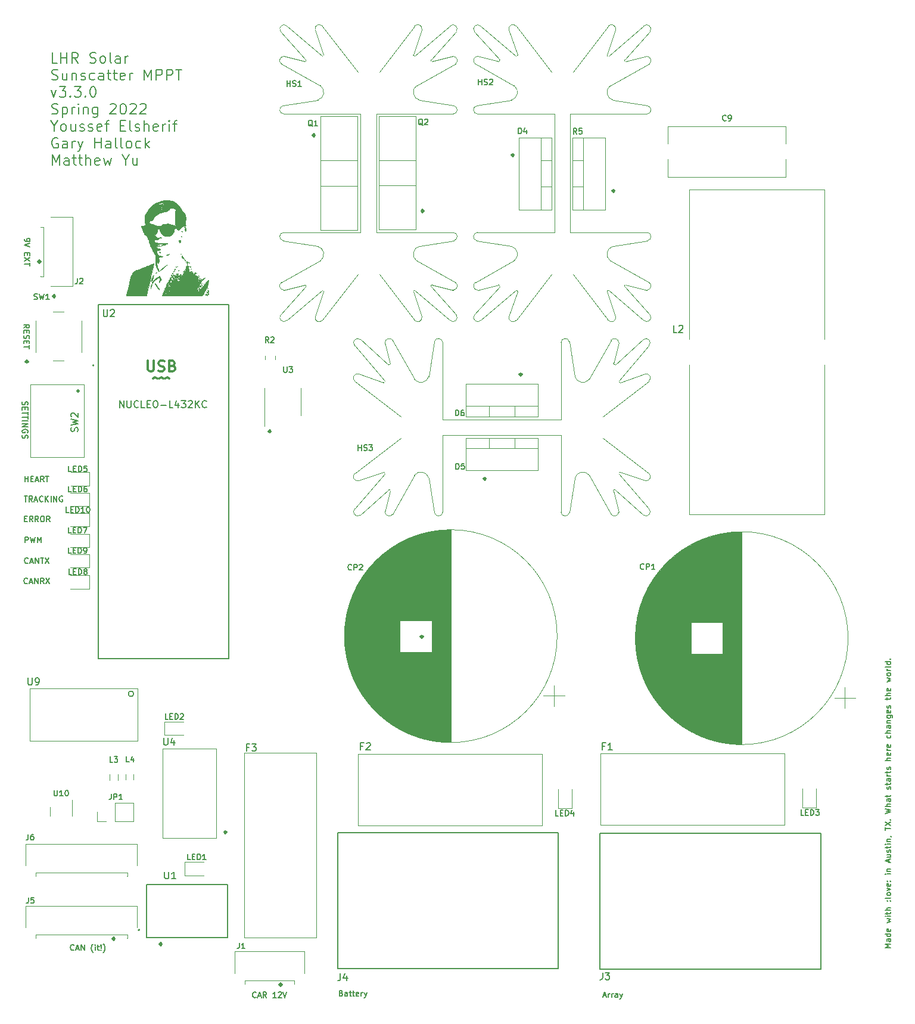
<source format=gbr>
%TF.GenerationSoftware,KiCad,Pcbnew,(6.0.1)*%
%TF.CreationDate,2022-03-05T17:58:01-06:00*%
%TF.ProjectId,MPPT,4d505054-2e6b-4696-9361-645f70636258,1.4.0*%
%TF.SameCoordinates,PX10b1ae8PY9b06478*%
%TF.FileFunction,Legend,Top*%
%TF.FilePolarity,Positive*%
%FSLAX46Y46*%
G04 Gerber Fmt 4.6, Leading zero omitted, Abs format (unit mm)*
G04 Created by KiCad (PCBNEW (6.0.1)) date 2022-03-05 17:58:01*
%MOMM*%
%LPD*%
G01*
G04 APERTURE LIST*
%ADD10C,0.150000*%
%ADD11C,0.300000*%
%ADD12C,0.200000*%
%ADD13C,0.375000*%
%ADD14C,0.120000*%
%ADD15C,0.127000*%
%ADD16C,0.152400*%
%ADD17C,0.010000*%
G04 APERTURE END LIST*
D10*
X25673095Y-154705714D02*
X25635000Y-154743809D01*
X25520714Y-154781904D01*
X25444523Y-154781904D01*
X25330238Y-154743809D01*
X25254047Y-154667619D01*
X25215952Y-154591428D01*
X25177857Y-154439047D01*
X25177857Y-154324761D01*
X25215952Y-154172380D01*
X25254047Y-154096190D01*
X25330238Y-154020000D01*
X25444523Y-153981904D01*
X25520714Y-153981904D01*
X25635000Y-154020000D01*
X25673095Y-154058095D01*
X25977857Y-154553333D02*
X26358809Y-154553333D01*
X25901666Y-154781904D02*
X26168333Y-153981904D01*
X26435000Y-154781904D01*
X26701666Y-154781904D02*
X26701666Y-153981904D01*
X27158809Y-154781904D01*
X27158809Y-153981904D01*
X28377857Y-155086666D02*
X28339761Y-155048571D01*
X28263571Y-154934285D01*
X28225476Y-154858095D01*
X28187380Y-154743809D01*
X28149285Y-154553333D01*
X28149285Y-154400952D01*
X28187380Y-154210476D01*
X28225476Y-154096190D01*
X28263571Y-154020000D01*
X28339761Y-153905714D01*
X28377857Y-153867619D01*
X28682619Y-154781904D02*
X28682619Y-154248571D01*
X28682619Y-153981904D02*
X28644523Y-154020000D01*
X28682619Y-154058095D01*
X28720714Y-154020000D01*
X28682619Y-153981904D01*
X28682619Y-154058095D01*
X28949285Y-154248571D02*
X29254047Y-154248571D01*
X29063571Y-153981904D02*
X29063571Y-154667619D01*
X29101666Y-154743809D01*
X29177857Y-154781904D01*
X29254047Y-154781904D01*
X29520714Y-154705714D02*
X29558809Y-154743809D01*
X29520714Y-154781904D01*
X29482619Y-154743809D01*
X29520714Y-154705714D01*
X29520714Y-154781904D01*
X29520714Y-154477142D02*
X29482619Y-154020000D01*
X29520714Y-153981904D01*
X29558809Y-154020000D01*
X29520714Y-154477142D01*
X29520714Y-153981904D01*
X29825476Y-155086666D02*
X29863571Y-155048571D01*
X29939761Y-154934285D01*
X29977857Y-154858095D01*
X30015952Y-154743809D01*
X30054047Y-154553333D01*
X30054047Y-154400952D01*
X30015952Y-154210476D01*
X29977857Y-154096190D01*
X29939761Y-154020000D01*
X29863571Y-153905714D01*
X29825476Y-153867619D01*
D11*
X89145000Y-72841428D02*
X89287857Y-72984285D01*
X89145000Y-73127142D01*
X89002142Y-72984285D01*
X89145000Y-72841428D01*
X89145000Y-73127142D01*
D10*
X19165000Y-99755714D02*
X19126904Y-99793809D01*
X19012619Y-99831904D01*
X18936428Y-99831904D01*
X18822142Y-99793809D01*
X18745952Y-99717619D01*
X18707857Y-99641428D01*
X18669761Y-99489047D01*
X18669761Y-99374761D01*
X18707857Y-99222380D01*
X18745952Y-99146190D01*
X18822142Y-99070000D01*
X18936428Y-99031904D01*
X19012619Y-99031904D01*
X19126904Y-99070000D01*
X19165000Y-99108095D01*
X19469761Y-99603333D02*
X19850714Y-99603333D01*
X19393571Y-99831904D02*
X19660238Y-99031904D01*
X19926904Y-99831904D01*
X20193571Y-99831904D02*
X20193571Y-99031904D01*
X20650714Y-99831904D01*
X20650714Y-99031904D01*
X20917380Y-99031904D02*
X21374523Y-99031904D01*
X21145952Y-99831904D02*
X21145952Y-99031904D01*
X21565000Y-99031904D02*
X22098333Y-99831904D01*
X22098333Y-99031904D02*
X21565000Y-99831904D01*
D11*
X37985000Y-153746428D02*
X38127857Y-153889285D01*
X37985000Y-154032142D01*
X37842142Y-153889285D01*
X37985000Y-153746428D01*
X37985000Y-154032142D01*
D10*
X18366190Y-76844523D02*
X18328095Y-76958809D01*
X18328095Y-77149285D01*
X18366190Y-77225476D01*
X18404285Y-77263571D01*
X18480476Y-77301666D01*
X18556666Y-77301666D01*
X18632857Y-77263571D01*
X18670952Y-77225476D01*
X18709047Y-77149285D01*
X18747142Y-76996904D01*
X18785238Y-76920714D01*
X18823333Y-76882619D01*
X18899523Y-76844523D01*
X18975714Y-76844523D01*
X19051904Y-76882619D01*
X19090000Y-76920714D01*
X19128095Y-76996904D01*
X19128095Y-77187380D01*
X19090000Y-77301666D01*
X18747142Y-77644523D02*
X18747142Y-77911190D01*
X18328095Y-78025476D02*
X18328095Y-77644523D01*
X19128095Y-77644523D01*
X19128095Y-78025476D01*
X19128095Y-78254047D02*
X19128095Y-78711190D01*
X18328095Y-78482619D02*
X19128095Y-78482619D01*
X19128095Y-78863571D02*
X19128095Y-79320714D01*
X18328095Y-79092142D02*
X19128095Y-79092142D01*
X18328095Y-79587380D02*
X19128095Y-79587380D01*
X18328095Y-79968333D02*
X19128095Y-79968333D01*
X18328095Y-80425476D01*
X19128095Y-80425476D01*
X19090000Y-81225476D02*
X19128095Y-81149285D01*
X19128095Y-81035000D01*
X19090000Y-80920714D01*
X19013809Y-80844523D01*
X18937619Y-80806428D01*
X18785238Y-80768333D01*
X18670952Y-80768333D01*
X18518571Y-80806428D01*
X18442380Y-80844523D01*
X18366190Y-80920714D01*
X18328095Y-81035000D01*
X18328095Y-81111190D01*
X18366190Y-81225476D01*
X18404285Y-81263571D01*
X18670952Y-81263571D01*
X18670952Y-81111190D01*
X18366190Y-81568333D02*
X18328095Y-81682619D01*
X18328095Y-81873095D01*
X18366190Y-81949285D01*
X18404285Y-81987380D01*
X18480476Y-82025476D01*
X18556666Y-82025476D01*
X18632857Y-81987380D01*
X18670952Y-81949285D01*
X18709047Y-81873095D01*
X18747142Y-81720714D01*
X18785238Y-81644523D01*
X18823333Y-81606428D01*
X18899523Y-81568333D01*
X18975714Y-81568333D01*
X19051904Y-81606428D01*
X19090000Y-81644523D01*
X19128095Y-81720714D01*
X19128095Y-81911190D01*
X19090000Y-82025476D01*
D11*
X75090000Y-110102428D02*
X75232857Y-110245285D01*
X75090000Y-110388142D01*
X74947142Y-110245285D01*
X75090000Y-110102428D01*
X75090000Y-110388142D01*
D10*
X18696904Y-88226904D02*
X18696904Y-87426904D01*
X18696904Y-87807857D02*
X19154047Y-87807857D01*
X19154047Y-88226904D02*
X19154047Y-87426904D01*
X19535000Y-87807857D02*
X19801666Y-87807857D01*
X19915952Y-88226904D02*
X19535000Y-88226904D01*
X19535000Y-87426904D01*
X19915952Y-87426904D01*
X20220714Y-87998333D02*
X20601666Y-87998333D01*
X20144523Y-88226904D02*
X20411190Y-87426904D01*
X20677857Y-88226904D01*
X21401666Y-88226904D02*
X21135000Y-87845952D01*
X20944523Y-88226904D02*
X20944523Y-87426904D01*
X21249285Y-87426904D01*
X21325476Y-87465000D01*
X21363571Y-87503095D01*
X21401666Y-87579285D01*
X21401666Y-87693571D01*
X21363571Y-87769761D01*
X21325476Y-87807857D01*
X21249285Y-87845952D01*
X20944523Y-87845952D01*
X21630238Y-87426904D02*
X22087380Y-87426904D01*
X21858809Y-88226904D02*
X21858809Y-87426904D01*
D11*
X22825000Y-61726428D02*
X22967857Y-61869285D01*
X22825000Y-62012142D01*
X22682142Y-61869285D01*
X22825000Y-61726428D01*
X22825000Y-62012142D01*
X59755000Y-38866428D02*
X59897857Y-39009285D01*
X59755000Y-39152142D01*
X59612142Y-39009285D01*
X59755000Y-38866428D01*
X59755000Y-39152142D01*
X75215000Y-49601428D02*
X75357857Y-49744285D01*
X75215000Y-49887142D01*
X75072142Y-49744285D01*
X75215000Y-49601428D01*
X75215000Y-49887142D01*
D10*
X100887619Y-161208333D02*
X101268571Y-161208333D01*
X100811428Y-161436904D02*
X101078095Y-160636904D01*
X101344761Y-161436904D01*
X101611428Y-161436904D02*
X101611428Y-160903571D01*
X101611428Y-161055952D02*
X101649523Y-160979761D01*
X101687619Y-160941666D01*
X101763809Y-160903571D01*
X101840000Y-160903571D01*
X102106666Y-161436904D02*
X102106666Y-160903571D01*
X102106666Y-161055952D02*
X102144761Y-160979761D01*
X102182857Y-160941666D01*
X102259047Y-160903571D01*
X102335238Y-160903571D01*
X102944761Y-161436904D02*
X102944761Y-161017857D01*
X102906666Y-160941666D01*
X102830476Y-160903571D01*
X102678095Y-160903571D01*
X102601904Y-160941666D01*
X102944761Y-161398809D02*
X102868571Y-161436904D01*
X102678095Y-161436904D01*
X102601904Y-161398809D01*
X102563809Y-161322619D01*
X102563809Y-161246428D01*
X102601904Y-161170238D01*
X102678095Y-161132142D01*
X102868571Y-161132142D01*
X102944761Y-161094047D01*
X103249523Y-160903571D02*
X103440000Y-161436904D01*
X103630476Y-160903571D02*
X103440000Y-161436904D01*
X103363809Y-161627380D01*
X103325714Y-161665476D01*
X103249523Y-161703571D01*
X19069761Y-102635714D02*
X19031666Y-102673809D01*
X18917380Y-102711904D01*
X18841190Y-102711904D01*
X18726904Y-102673809D01*
X18650714Y-102597619D01*
X18612619Y-102521428D01*
X18574523Y-102369047D01*
X18574523Y-102254761D01*
X18612619Y-102102380D01*
X18650714Y-102026190D01*
X18726904Y-101950000D01*
X18841190Y-101911904D01*
X18917380Y-101911904D01*
X19031666Y-101950000D01*
X19069761Y-101988095D01*
X19374523Y-102483333D02*
X19755476Y-102483333D01*
X19298333Y-102711904D02*
X19565000Y-101911904D01*
X19831666Y-102711904D01*
X20098333Y-102711904D02*
X20098333Y-101911904D01*
X20555476Y-102711904D01*
X20555476Y-101911904D01*
X21393571Y-102711904D02*
X21126904Y-102330952D01*
X20936428Y-102711904D02*
X20936428Y-101911904D01*
X21241190Y-101911904D01*
X21317380Y-101950000D01*
X21355476Y-101988095D01*
X21393571Y-102064285D01*
X21393571Y-102178571D01*
X21355476Y-102254761D01*
X21317380Y-102292857D01*
X21241190Y-102330952D01*
X20936428Y-102330952D01*
X21660238Y-101911904D02*
X22193571Y-102711904D01*
X22193571Y-101911904D02*
X21660238Y-102711904D01*
D11*
X18980000Y-71011428D02*
X19122857Y-71154285D01*
X18980000Y-71297142D01*
X18837142Y-71154285D01*
X18980000Y-71011428D01*
X18980000Y-71297142D01*
D10*
X18736190Y-96841904D02*
X18736190Y-96041904D01*
X19040952Y-96041904D01*
X19117142Y-96080000D01*
X19155238Y-96118095D01*
X19193333Y-96194285D01*
X19193333Y-96308571D01*
X19155238Y-96384761D01*
X19117142Y-96422857D01*
X19040952Y-96460952D01*
X18736190Y-96460952D01*
X19460000Y-96041904D02*
X19650476Y-96841904D01*
X19802857Y-96270476D01*
X19955238Y-96841904D01*
X20145714Y-96041904D01*
X20450476Y-96841904D02*
X20450476Y-96041904D01*
X20717142Y-96613333D01*
X20983809Y-96041904D01*
X20983809Y-96841904D01*
X18589047Y-90251904D02*
X19046190Y-90251904D01*
X18817619Y-91051904D02*
X18817619Y-90251904D01*
X19770000Y-91051904D02*
X19503333Y-90670952D01*
X19312857Y-91051904D02*
X19312857Y-90251904D01*
X19617619Y-90251904D01*
X19693809Y-90290000D01*
X19731904Y-90328095D01*
X19770000Y-90404285D01*
X19770000Y-90518571D01*
X19731904Y-90594761D01*
X19693809Y-90632857D01*
X19617619Y-90670952D01*
X19312857Y-90670952D01*
X20074761Y-90823333D02*
X20455714Y-90823333D01*
X19998571Y-91051904D02*
X20265238Y-90251904D01*
X20531904Y-91051904D01*
X21255714Y-90975714D02*
X21217619Y-91013809D01*
X21103333Y-91051904D01*
X21027142Y-91051904D01*
X20912857Y-91013809D01*
X20836666Y-90937619D01*
X20798571Y-90861428D01*
X20760476Y-90709047D01*
X20760476Y-90594761D01*
X20798571Y-90442380D01*
X20836666Y-90366190D01*
X20912857Y-90290000D01*
X21027142Y-90251904D01*
X21103333Y-90251904D01*
X21217619Y-90290000D01*
X21255714Y-90328095D01*
X21598571Y-91051904D02*
X21598571Y-90251904D01*
X22055714Y-91051904D02*
X21712857Y-90594761D01*
X22055714Y-90251904D02*
X21598571Y-90709047D01*
X22398571Y-91051904D02*
X22398571Y-90251904D01*
X22779523Y-91051904D02*
X22779523Y-90251904D01*
X23236666Y-91051904D01*
X23236666Y-90251904D01*
X24036666Y-90290000D02*
X23960476Y-90251904D01*
X23846190Y-90251904D01*
X23731904Y-90290000D01*
X23655714Y-90366190D01*
X23617619Y-90442380D01*
X23579523Y-90594761D01*
X23579523Y-90709047D01*
X23617619Y-90861428D01*
X23655714Y-90937619D01*
X23731904Y-91013809D01*
X23846190Y-91051904D01*
X23922380Y-91051904D01*
X24036666Y-91013809D01*
X24074761Y-90975714D01*
X24074761Y-90709047D01*
X23922380Y-90709047D01*
D11*
X53480000Y-80901428D02*
X53622857Y-81044285D01*
X53480000Y-81187142D01*
X53337142Y-81044285D01*
X53480000Y-80901428D01*
X53480000Y-81187142D01*
X84035000Y-87666428D02*
X84177857Y-87809285D01*
X84035000Y-87952142D01*
X83892142Y-87809285D01*
X84035000Y-87666428D01*
X84035000Y-87952142D01*
X102330000Y-46766428D02*
X102472857Y-46909285D01*
X102330000Y-47052142D01*
X102187142Y-46909285D01*
X102330000Y-46766428D01*
X102330000Y-47052142D01*
X88035000Y-41691428D02*
X88177857Y-41834285D01*
X88035000Y-41977142D01*
X87892142Y-41834285D01*
X88035000Y-41691428D01*
X88035000Y-41977142D01*
D12*
X23296428Y-28743571D02*
X22582142Y-28743571D01*
X22582142Y-27243571D01*
X23796428Y-28743571D02*
X23796428Y-27243571D01*
X23796428Y-27957857D02*
X24653571Y-27957857D01*
X24653571Y-28743571D02*
X24653571Y-27243571D01*
X26225000Y-28743571D02*
X25725000Y-28029285D01*
X25367857Y-28743571D02*
X25367857Y-27243571D01*
X25939285Y-27243571D01*
X26082142Y-27315000D01*
X26153571Y-27386428D01*
X26225000Y-27529285D01*
X26225000Y-27743571D01*
X26153571Y-27886428D01*
X26082142Y-27957857D01*
X25939285Y-28029285D01*
X25367857Y-28029285D01*
X27939285Y-28672142D02*
X28153571Y-28743571D01*
X28510714Y-28743571D01*
X28653571Y-28672142D01*
X28725000Y-28600714D01*
X28796428Y-28457857D01*
X28796428Y-28315000D01*
X28725000Y-28172142D01*
X28653571Y-28100714D01*
X28510714Y-28029285D01*
X28225000Y-27957857D01*
X28082142Y-27886428D01*
X28010714Y-27815000D01*
X27939285Y-27672142D01*
X27939285Y-27529285D01*
X28010714Y-27386428D01*
X28082142Y-27315000D01*
X28225000Y-27243571D01*
X28582142Y-27243571D01*
X28796428Y-27315000D01*
X29653571Y-28743571D02*
X29510714Y-28672142D01*
X29439285Y-28600714D01*
X29367857Y-28457857D01*
X29367857Y-28029285D01*
X29439285Y-27886428D01*
X29510714Y-27815000D01*
X29653571Y-27743571D01*
X29867857Y-27743571D01*
X30010714Y-27815000D01*
X30082142Y-27886428D01*
X30153571Y-28029285D01*
X30153571Y-28457857D01*
X30082142Y-28600714D01*
X30010714Y-28672142D01*
X29867857Y-28743571D01*
X29653571Y-28743571D01*
X31010714Y-28743571D02*
X30867857Y-28672142D01*
X30796428Y-28529285D01*
X30796428Y-27243571D01*
X32225000Y-28743571D02*
X32225000Y-27957857D01*
X32153571Y-27815000D01*
X32010714Y-27743571D01*
X31725000Y-27743571D01*
X31582142Y-27815000D01*
X32225000Y-28672142D02*
X32082142Y-28743571D01*
X31725000Y-28743571D01*
X31582142Y-28672142D01*
X31510714Y-28529285D01*
X31510714Y-28386428D01*
X31582142Y-28243571D01*
X31725000Y-28172142D01*
X32082142Y-28172142D01*
X32225000Y-28100714D01*
X32939285Y-28743571D02*
X32939285Y-27743571D01*
X32939285Y-28029285D02*
X33010714Y-27886428D01*
X33082142Y-27815000D01*
X33225000Y-27743571D01*
X33367857Y-27743571D01*
X22510714Y-31087142D02*
X22725000Y-31158571D01*
X23082142Y-31158571D01*
X23225000Y-31087142D01*
X23296428Y-31015714D01*
X23367857Y-30872857D01*
X23367857Y-30730000D01*
X23296428Y-30587142D01*
X23225000Y-30515714D01*
X23082142Y-30444285D01*
X22796428Y-30372857D01*
X22653571Y-30301428D01*
X22582142Y-30230000D01*
X22510714Y-30087142D01*
X22510714Y-29944285D01*
X22582142Y-29801428D01*
X22653571Y-29730000D01*
X22796428Y-29658571D01*
X23153571Y-29658571D01*
X23367857Y-29730000D01*
X24653571Y-30158571D02*
X24653571Y-31158571D01*
X24010714Y-30158571D02*
X24010714Y-30944285D01*
X24082142Y-31087142D01*
X24225000Y-31158571D01*
X24439285Y-31158571D01*
X24582142Y-31087142D01*
X24653571Y-31015714D01*
X25367857Y-30158571D02*
X25367857Y-31158571D01*
X25367857Y-30301428D02*
X25439285Y-30230000D01*
X25582142Y-30158571D01*
X25796428Y-30158571D01*
X25939285Y-30230000D01*
X26010714Y-30372857D01*
X26010714Y-31158571D01*
X26653571Y-31087142D02*
X26796428Y-31158571D01*
X27082142Y-31158571D01*
X27225000Y-31087142D01*
X27296428Y-30944285D01*
X27296428Y-30872857D01*
X27225000Y-30730000D01*
X27082142Y-30658571D01*
X26867857Y-30658571D01*
X26725000Y-30587142D01*
X26653571Y-30444285D01*
X26653571Y-30372857D01*
X26725000Y-30230000D01*
X26867857Y-30158571D01*
X27082142Y-30158571D01*
X27225000Y-30230000D01*
X28582142Y-31087142D02*
X28439285Y-31158571D01*
X28153571Y-31158571D01*
X28010714Y-31087142D01*
X27939285Y-31015714D01*
X27867857Y-30872857D01*
X27867857Y-30444285D01*
X27939285Y-30301428D01*
X28010714Y-30230000D01*
X28153571Y-30158571D01*
X28439285Y-30158571D01*
X28582142Y-30230000D01*
X29867857Y-31158571D02*
X29867857Y-30372857D01*
X29796428Y-30230000D01*
X29653571Y-30158571D01*
X29367857Y-30158571D01*
X29225000Y-30230000D01*
X29867857Y-31087142D02*
X29725000Y-31158571D01*
X29367857Y-31158571D01*
X29225000Y-31087142D01*
X29153571Y-30944285D01*
X29153571Y-30801428D01*
X29225000Y-30658571D01*
X29367857Y-30587142D01*
X29725000Y-30587142D01*
X29867857Y-30515714D01*
X30367857Y-30158571D02*
X30939285Y-30158571D01*
X30582142Y-29658571D02*
X30582142Y-30944285D01*
X30653571Y-31087142D01*
X30796428Y-31158571D01*
X30939285Y-31158571D01*
X31225000Y-30158571D02*
X31796428Y-30158571D01*
X31439285Y-29658571D02*
X31439285Y-30944285D01*
X31510714Y-31087142D01*
X31653571Y-31158571D01*
X31796428Y-31158571D01*
X32867857Y-31087142D02*
X32725000Y-31158571D01*
X32439285Y-31158571D01*
X32296428Y-31087142D01*
X32225000Y-30944285D01*
X32225000Y-30372857D01*
X32296428Y-30230000D01*
X32439285Y-30158571D01*
X32725000Y-30158571D01*
X32867857Y-30230000D01*
X32939285Y-30372857D01*
X32939285Y-30515714D01*
X32225000Y-30658571D01*
X33582142Y-31158571D02*
X33582142Y-30158571D01*
X33582142Y-30444285D02*
X33653571Y-30301428D01*
X33725000Y-30230000D01*
X33867857Y-30158571D01*
X34010714Y-30158571D01*
X35653571Y-31158571D02*
X35653571Y-29658571D01*
X36153571Y-30730000D01*
X36653571Y-29658571D01*
X36653571Y-31158571D01*
X37367857Y-31158571D02*
X37367857Y-29658571D01*
X37939285Y-29658571D01*
X38082142Y-29730000D01*
X38153571Y-29801428D01*
X38225000Y-29944285D01*
X38225000Y-30158571D01*
X38153571Y-30301428D01*
X38082142Y-30372857D01*
X37939285Y-30444285D01*
X37367857Y-30444285D01*
X38867857Y-31158571D02*
X38867857Y-29658571D01*
X39439285Y-29658571D01*
X39582142Y-29730000D01*
X39653571Y-29801428D01*
X39725000Y-29944285D01*
X39725000Y-30158571D01*
X39653571Y-30301428D01*
X39582142Y-30372857D01*
X39439285Y-30444285D01*
X38867857Y-30444285D01*
X40153571Y-29658571D02*
X41010714Y-29658571D01*
X40582142Y-31158571D02*
X40582142Y-29658571D01*
X22439285Y-32573571D02*
X22796428Y-33573571D01*
X23153571Y-32573571D01*
X23582142Y-32073571D02*
X24510714Y-32073571D01*
X24010714Y-32645000D01*
X24225000Y-32645000D01*
X24367857Y-32716428D01*
X24439285Y-32787857D01*
X24510714Y-32930714D01*
X24510714Y-33287857D01*
X24439285Y-33430714D01*
X24367857Y-33502142D01*
X24225000Y-33573571D01*
X23796428Y-33573571D01*
X23653571Y-33502142D01*
X23582142Y-33430714D01*
X25153571Y-33430714D02*
X25225000Y-33502142D01*
X25153571Y-33573571D01*
X25082142Y-33502142D01*
X25153571Y-33430714D01*
X25153571Y-33573571D01*
X25725000Y-32073571D02*
X26653571Y-32073571D01*
X26153571Y-32645000D01*
X26367857Y-32645000D01*
X26510714Y-32716428D01*
X26582142Y-32787857D01*
X26653571Y-32930714D01*
X26653571Y-33287857D01*
X26582142Y-33430714D01*
X26510714Y-33502142D01*
X26367857Y-33573571D01*
X25939285Y-33573571D01*
X25796428Y-33502142D01*
X25725000Y-33430714D01*
X27296428Y-33430714D02*
X27367857Y-33502142D01*
X27296428Y-33573571D01*
X27225000Y-33502142D01*
X27296428Y-33430714D01*
X27296428Y-33573571D01*
X28296428Y-32073571D02*
X28439285Y-32073571D01*
X28582142Y-32145000D01*
X28653571Y-32216428D01*
X28725000Y-32359285D01*
X28796428Y-32645000D01*
X28796428Y-33002142D01*
X28725000Y-33287857D01*
X28653571Y-33430714D01*
X28582142Y-33502142D01*
X28439285Y-33573571D01*
X28296428Y-33573571D01*
X28153571Y-33502142D01*
X28082142Y-33430714D01*
X28010714Y-33287857D01*
X27939285Y-33002142D01*
X27939285Y-32645000D01*
X28010714Y-32359285D01*
X28082142Y-32216428D01*
X28153571Y-32145000D01*
X28296428Y-32073571D01*
X22510714Y-35917142D02*
X22725000Y-35988571D01*
X23082142Y-35988571D01*
X23225000Y-35917142D01*
X23296428Y-35845714D01*
X23367857Y-35702857D01*
X23367857Y-35560000D01*
X23296428Y-35417142D01*
X23225000Y-35345714D01*
X23082142Y-35274285D01*
X22796428Y-35202857D01*
X22653571Y-35131428D01*
X22582142Y-35060000D01*
X22510714Y-34917142D01*
X22510714Y-34774285D01*
X22582142Y-34631428D01*
X22653571Y-34560000D01*
X22796428Y-34488571D01*
X23153571Y-34488571D01*
X23367857Y-34560000D01*
X24010714Y-34988571D02*
X24010714Y-36488571D01*
X24010714Y-35060000D02*
X24153571Y-34988571D01*
X24439285Y-34988571D01*
X24582142Y-35060000D01*
X24653571Y-35131428D01*
X24725000Y-35274285D01*
X24725000Y-35702857D01*
X24653571Y-35845714D01*
X24582142Y-35917142D01*
X24439285Y-35988571D01*
X24153571Y-35988571D01*
X24010714Y-35917142D01*
X25367857Y-35988571D02*
X25367857Y-34988571D01*
X25367857Y-35274285D02*
X25439285Y-35131428D01*
X25510714Y-35060000D01*
X25653571Y-34988571D01*
X25796428Y-34988571D01*
X26296428Y-35988571D02*
X26296428Y-34988571D01*
X26296428Y-34488571D02*
X26225000Y-34560000D01*
X26296428Y-34631428D01*
X26367857Y-34560000D01*
X26296428Y-34488571D01*
X26296428Y-34631428D01*
X27010714Y-34988571D02*
X27010714Y-35988571D01*
X27010714Y-35131428D02*
X27082142Y-35060000D01*
X27225000Y-34988571D01*
X27439285Y-34988571D01*
X27582142Y-35060000D01*
X27653571Y-35202857D01*
X27653571Y-35988571D01*
X29010714Y-34988571D02*
X29010714Y-36202857D01*
X28939285Y-36345714D01*
X28867857Y-36417142D01*
X28725000Y-36488571D01*
X28510714Y-36488571D01*
X28367857Y-36417142D01*
X29010714Y-35917142D02*
X28867857Y-35988571D01*
X28582142Y-35988571D01*
X28439285Y-35917142D01*
X28367857Y-35845714D01*
X28296428Y-35702857D01*
X28296428Y-35274285D01*
X28367857Y-35131428D01*
X28439285Y-35060000D01*
X28582142Y-34988571D01*
X28867857Y-34988571D01*
X29010714Y-35060000D01*
X30796428Y-34631428D02*
X30867857Y-34560000D01*
X31010714Y-34488571D01*
X31367857Y-34488571D01*
X31510714Y-34560000D01*
X31582142Y-34631428D01*
X31653571Y-34774285D01*
X31653571Y-34917142D01*
X31582142Y-35131428D01*
X30725000Y-35988571D01*
X31653571Y-35988571D01*
X32582142Y-34488571D02*
X32725000Y-34488571D01*
X32867857Y-34560000D01*
X32939285Y-34631428D01*
X33010714Y-34774285D01*
X33082142Y-35060000D01*
X33082142Y-35417142D01*
X33010714Y-35702857D01*
X32939285Y-35845714D01*
X32867857Y-35917142D01*
X32725000Y-35988571D01*
X32582142Y-35988571D01*
X32439285Y-35917142D01*
X32367857Y-35845714D01*
X32296428Y-35702857D01*
X32225000Y-35417142D01*
X32225000Y-35060000D01*
X32296428Y-34774285D01*
X32367857Y-34631428D01*
X32439285Y-34560000D01*
X32582142Y-34488571D01*
X33653571Y-34631428D02*
X33725000Y-34560000D01*
X33867857Y-34488571D01*
X34225000Y-34488571D01*
X34367857Y-34560000D01*
X34439285Y-34631428D01*
X34510714Y-34774285D01*
X34510714Y-34917142D01*
X34439285Y-35131428D01*
X33582142Y-35988571D01*
X34510714Y-35988571D01*
X35082142Y-34631428D02*
X35153571Y-34560000D01*
X35296428Y-34488571D01*
X35653571Y-34488571D01*
X35796428Y-34560000D01*
X35867857Y-34631428D01*
X35939285Y-34774285D01*
X35939285Y-34917142D01*
X35867857Y-35131428D01*
X35010714Y-35988571D01*
X35939285Y-35988571D01*
X22867857Y-37689285D02*
X22867857Y-38403571D01*
X22367857Y-36903571D02*
X22867857Y-37689285D01*
X23367857Y-36903571D01*
X24082142Y-38403571D02*
X23939285Y-38332142D01*
X23867857Y-38260714D01*
X23796428Y-38117857D01*
X23796428Y-37689285D01*
X23867857Y-37546428D01*
X23939285Y-37475000D01*
X24082142Y-37403571D01*
X24296428Y-37403571D01*
X24439285Y-37475000D01*
X24510714Y-37546428D01*
X24582142Y-37689285D01*
X24582142Y-38117857D01*
X24510714Y-38260714D01*
X24439285Y-38332142D01*
X24296428Y-38403571D01*
X24082142Y-38403571D01*
X25867857Y-37403571D02*
X25867857Y-38403571D01*
X25225000Y-37403571D02*
X25225000Y-38189285D01*
X25296428Y-38332142D01*
X25439285Y-38403571D01*
X25653571Y-38403571D01*
X25796428Y-38332142D01*
X25867857Y-38260714D01*
X26510714Y-38332142D02*
X26653571Y-38403571D01*
X26939285Y-38403571D01*
X27082142Y-38332142D01*
X27153571Y-38189285D01*
X27153571Y-38117857D01*
X27082142Y-37975000D01*
X26939285Y-37903571D01*
X26725000Y-37903571D01*
X26582142Y-37832142D01*
X26510714Y-37689285D01*
X26510714Y-37617857D01*
X26582142Y-37475000D01*
X26725000Y-37403571D01*
X26939285Y-37403571D01*
X27082142Y-37475000D01*
X27725000Y-38332142D02*
X27867857Y-38403571D01*
X28153571Y-38403571D01*
X28296428Y-38332142D01*
X28367857Y-38189285D01*
X28367857Y-38117857D01*
X28296428Y-37975000D01*
X28153571Y-37903571D01*
X27939285Y-37903571D01*
X27796428Y-37832142D01*
X27725000Y-37689285D01*
X27725000Y-37617857D01*
X27796428Y-37475000D01*
X27939285Y-37403571D01*
X28153571Y-37403571D01*
X28296428Y-37475000D01*
X29582142Y-38332142D02*
X29439285Y-38403571D01*
X29153571Y-38403571D01*
X29010714Y-38332142D01*
X28939285Y-38189285D01*
X28939285Y-37617857D01*
X29010714Y-37475000D01*
X29153571Y-37403571D01*
X29439285Y-37403571D01*
X29582142Y-37475000D01*
X29653571Y-37617857D01*
X29653571Y-37760714D01*
X28939285Y-37903571D01*
X30082142Y-37403571D02*
X30653571Y-37403571D01*
X30296428Y-38403571D02*
X30296428Y-37117857D01*
X30367857Y-36975000D01*
X30510714Y-36903571D01*
X30653571Y-36903571D01*
X32296428Y-37617857D02*
X32796428Y-37617857D01*
X33010714Y-38403571D02*
X32296428Y-38403571D01*
X32296428Y-36903571D01*
X33010714Y-36903571D01*
X33867857Y-38403571D02*
X33725000Y-38332142D01*
X33653571Y-38189285D01*
X33653571Y-36903571D01*
X34367857Y-38332142D02*
X34510714Y-38403571D01*
X34796428Y-38403571D01*
X34939285Y-38332142D01*
X35010714Y-38189285D01*
X35010714Y-38117857D01*
X34939285Y-37975000D01*
X34796428Y-37903571D01*
X34582142Y-37903571D01*
X34439285Y-37832142D01*
X34367857Y-37689285D01*
X34367857Y-37617857D01*
X34439285Y-37475000D01*
X34582142Y-37403571D01*
X34796428Y-37403571D01*
X34939285Y-37475000D01*
X35653571Y-38403571D02*
X35653571Y-36903571D01*
X36296428Y-38403571D02*
X36296428Y-37617857D01*
X36225000Y-37475000D01*
X36082142Y-37403571D01*
X35867857Y-37403571D01*
X35725000Y-37475000D01*
X35653571Y-37546428D01*
X37582142Y-38332142D02*
X37439285Y-38403571D01*
X37153571Y-38403571D01*
X37010714Y-38332142D01*
X36939285Y-38189285D01*
X36939285Y-37617857D01*
X37010714Y-37475000D01*
X37153571Y-37403571D01*
X37439285Y-37403571D01*
X37582142Y-37475000D01*
X37653571Y-37617857D01*
X37653571Y-37760714D01*
X36939285Y-37903571D01*
X38296428Y-38403571D02*
X38296428Y-37403571D01*
X38296428Y-37689285D02*
X38367857Y-37546428D01*
X38439285Y-37475000D01*
X38582142Y-37403571D01*
X38725000Y-37403571D01*
X39225000Y-38403571D02*
X39225000Y-37403571D01*
X39225000Y-36903571D02*
X39153571Y-36975000D01*
X39225000Y-37046428D01*
X39296428Y-36975000D01*
X39225000Y-36903571D01*
X39225000Y-37046428D01*
X39725000Y-37403571D02*
X40296428Y-37403571D01*
X39939285Y-38403571D02*
X39939285Y-37117857D01*
X40010714Y-36975000D01*
X40153571Y-36903571D01*
X40296428Y-36903571D01*
X23367857Y-39390000D02*
X23225000Y-39318571D01*
X23010714Y-39318571D01*
X22796428Y-39390000D01*
X22653571Y-39532857D01*
X22582142Y-39675714D01*
X22510714Y-39961428D01*
X22510714Y-40175714D01*
X22582142Y-40461428D01*
X22653571Y-40604285D01*
X22796428Y-40747142D01*
X23010714Y-40818571D01*
X23153571Y-40818571D01*
X23367857Y-40747142D01*
X23439285Y-40675714D01*
X23439285Y-40175714D01*
X23153571Y-40175714D01*
X24725000Y-40818571D02*
X24725000Y-40032857D01*
X24653571Y-39890000D01*
X24510714Y-39818571D01*
X24225000Y-39818571D01*
X24082142Y-39890000D01*
X24725000Y-40747142D02*
X24582142Y-40818571D01*
X24225000Y-40818571D01*
X24082142Y-40747142D01*
X24010714Y-40604285D01*
X24010714Y-40461428D01*
X24082142Y-40318571D01*
X24225000Y-40247142D01*
X24582142Y-40247142D01*
X24725000Y-40175714D01*
X25439285Y-40818571D02*
X25439285Y-39818571D01*
X25439285Y-40104285D02*
X25510714Y-39961428D01*
X25582142Y-39890000D01*
X25725000Y-39818571D01*
X25867857Y-39818571D01*
X26225000Y-39818571D02*
X26582142Y-40818571D01*
X26939285Y-39818571D02*
X26582142Y-40818571D01*
X26439285Y-41175714D01*
X26367857Y-41247142D01*
X26225000Y-41318571D01*
X28653571Y-40818571D02*
X28653571Y-39318571D01*
X28653571Y-40032857D02*
X29510714Y-40032857D01*
X29510714Y-40818571D02*
X29510714Y-39318571D01*
X30867857Y-40818571D02*
X30867857Y-40032857D01*
X30796428Y-39890000D01*
X30653571Y-39818571D01*
X30367857Y-39818571D01*
X30225000Y-39890000D01*
X30867857Y-40747142D02*
X30725000Y-40818571D01*
X30367857Y-40818571D01*
X30225000Y-40747142D01*
X30153571Y-40604285D01*
X30153571Y-40461428D01*
X30225000Y-40318571D01*
X30367857Y-40247142D01*
X30725000Y-40247142D01*
X30867857Y-40175714D01*
X31796428Y-40818571D02*
X31653571Y-40747142D01*
X31582142Y-40604285D01*
X31582142Y-39318571D01*
X32582142Y-40818571D02*
X32439285Y-40747142D01*
X32367857Y-40604285D01*
X32367857Y-39318571D01*
X33367857Y-40818571D02*
X33225000Y-40747142D01*
X33153571Y-40675714D01*
X33082142Y-40532857D01*
X33082142Y-40104285D01*
X33153571Y-39961428D01*
X33225000Y-39890000D01*
X33367857Y-39818571D01*
X33582142Y-39818571D01*
X33725000Y-39890000D01*
X33796428Y-39961428D01*
X33867857Y-40104285D01*
X33867857Y-40532857D01*
X33796428Y-40675714D01*
X33725000Y-40747142D01*
X33582142Y-40818571D01*
X33367857Y-40818571D01*
X35153571Y-40747142D02*
X35010714Y-40818571D01*
X34725000Y-40818571D01*
X34582142Y-40747142D01*
X34510714Y-40675714D01*
X34439285Y-40532857D01*
X34439285Y-40104285D01*
X34510714Y-39961428D01*
X34582142Y-39890000D01*
X34725000Y-39818571D01*
X35010714Y-39818571D01*
X35153571Y-39890000D01*
X35796428Y-40818571D02*
X35796428Y-39318571D01*
X35939285Y-40247142D02*
X36367857Y-40818571D01*
X36367857Y-39818571D02*
X35796428Y-40390000D01*
X22582142Y-43233571D02*
X22582142Y-41733571D01*
X23082142Y-42805000D01*
X23582142Y-41733571D01*
X23582142Y-43233571D01*
X24939285Y-43233571D02*
X24939285Y-42447857D01*
X24867857Y-42305000D01*
X24725000Y-42233571D01*
X24439285Y-42233571D01*
X24296428Y-42305000D01*
X24939285Y-43162142D02*
X24796428Y-43233571D01*
X24439285Y-43233571D01*
X24296428Y-43162142D01*
X24225000Y-43019285D01*
X24225000Y-42876428D01*
X24296428Y-42733571D01*
X24439285Y-42662142D01*
X24796428Y-42662142D01*
X24939285Y-42590714D01*
X25439285Y-42233571D02*
X26010714Y-42233571D01*
X25653571Y-41733571D02*
X25653571Y-43019285D01*
X25725000Y-43162142D01*
X25867857Y-43233571D01*
X26010714Y-43233571D01*
X26296428Y-42233571D02*
X26867857Y-42233571D01*
X26510714Y-41733571D02*
X26510714Y-43019285D01*
X26582142Y-43162142D01*
X26725000Y-43233571D01*
X26867857Y-43233571D01*
X27367857Y-43233571D02*
X27367857Y-41733571D01*
X28010714Y-43233571D02*
X28010714Y-42447857D01*
X27939285Y-42305000D01*
X27796428Y-42233571D01*
X27582142Y-42233571D01*
X27439285Y-42305000D01*
X27367857Y-42376428D01*
X29296428Y-43162142D02*
X29153571Y-43233571D01*
X28867857Y-43233571D01*
X28725000Y-43162142D01*
X28653571Y-43019285D01*
X28653571Y-42447857D01*
X28725000Y-42305000D01*
X28867857Y-42233571D01*
X29153571Y-42233571D01*
X29296428Y-42305000D01*
X29367857Y-42447857D01*
X29367857Y-42590714D01*
X28653571Y-42733571D01*
X29867857Y-42233571D02*
X30153571Y-43233571D01*
X30439285Y-42519285D01*
X30725000Y-43233571D01*
X31010714Y-42233571D01*
X33010714Y-42519285D02*
X33010714Y-43233571D01*
X32510714Y-41733571D02*
X33010714Y-42519285D01*
X33510714Y-41733571D01*
X34653571Y-42233571D02*
X34653571Y-43233571D01*
X34010714Y-42233571D02*
X34010714Y-43019285D01*
X34082142Y-43162142D01*
X34225000Y-43233571D01*
X34439285Y-43233571D01*
X34582142Y-43162142D01*
X34653571Y-43090714D01*
D11*
X47195000Y-137871428D02*
X47337857Y-138014285D01*
X47195000Y-138157142D01*
X47052142Y-138014285D01*
X47195000Y-137871428D01*
X47195000Y-138157142D01*
D10*
X32162759Y-77699670D02*
X32162759Y-76699670D01*
X32734188Y-77699670D01*
X32734188Y-76699670D01*
X33210378Y-76699670D02*
X33210378Y-77509194D01*
X33257997Y-77604432D01*
X33305617Y-77652051D01*
X33400855Y-77699670D01*
X33591331Y-77699670D01*
X33686569Y-77652051D01*
X33734188Y-77604432D01*
X33781807Y-77509194D01*
X33781807Y-76699670D01*
X34829426Y-77604432D02*
X34781807Y-77652051D01*
X34638950Y-77699670D01*
X34543712Y-77699670D01*
X34400855Y-77652051D01*
X34305617Y-77556813D01*
X34257997Y-77461575D01*
X34210378Y-77271099D01*
X34210378Y-77128242D01*
X34257997Y-76937766D01*
X34305617Y-76842528D01*
X34400855Y-76747290D01*
X34543712Y-76699670D01*
X34638950Y-76699670D01*
X34781807Y-76747290D01*
X34829426Y-76794909D01*
X35734188Y-77699670D02*
X35257997Y-77699670D01*
X35257997Y-76699670D01*
X36067521Y-77175861D02*
X36400855Y-77175861D01*
X36543712Y-77699670D02*
X36067521Y-77699670D01*
X36067521Y-76699670D01*
X36543712Y-76699670D01*
X37162759Y-76699670D02*
X37353236Y-76699670D01*
X37448474Y-76747290D01*
X37543712Y-76842528D01*
X37591331Y-77033004D01*
X37591331Y-77366337D01*
X37543712Y-77556813D01*
X37448474Y-77652051D01*
X37353236Y-77699670D01*
X37162759Y-77699670D01*
X37067521Y-77652051D01*
X36972283Y-77556813D01*
X36924664Y-77366337D01*
X36924664Y-77033004D01*
X36972283Y-76842528D01*
X37067521Y-76747290D01*
X37162759Y-76699670D01*
X38019902Y-77318718D02*
X38781807Y-77318718D01*
X39734188Y-77699670D02*
X39257997Y-77699670D01*
X39257997Y-76699670D01*
X40496093Y-77033004D02*
X40496093Y-77699670D01*
X40257997Y-76652051D02*
X40019902Y-77366337D01*
X40638950Y-77366337D01*
X40924664Y-76699670D02*
X41543712Y-76699670D01*
X41210378Y-77080623D01*
X41353236Y-77080623D01*
X41448474Y-77128242D01*
X41496093Y-77175861D01*
X41543712Y-77271099D01*
X41543712Y-77509194D01*
X41496093Y-77604432D01*
X41448474Y-77652051D01*
X41353236Y-77699670D01*
X41067521Y-77699670D01*
X40972283Y-77652051D01*
X40924664Y-77604432D01*
X41924664Y-76794909D02*
X41972283Y-76747290D01*
X42067521Y-76699670D01*
X42305617Y-76699670D01*
X42400855Y-76747290D01*
X42448474Y-76794909D01*
X42496093Y-76890147D01*
X42496093Y-76985385D01*
X42448474Y-77128242D01*
X41877045Y-77699670D01*
X42496093Y-77699670D01*
X42924664Y-77699670D02*
X42924664Y-76699670D01*
X43496093Y-77699670D02*
X43067521Y-77128242D01*
X43496093Y-76699670D02*
X42924664Y-77271099D01*
X44496093Y-77604432D02*
X44448474Y-77652051D01*
X44305617Y-77699670D01*
X44210378Y-77699670D01*
X44067521Y-77652051D01*
X43972283Y-77556813D01*
X43924664Y-77461575D01*
X43877045Y-77271099D01*
X43877045Y-77128242D01*
X43924664Y-76937766D01*
X43972283Y-76842528D01*
X44067521Y-76747290D01*
X44210378Y-76699670D01*
X44305617Y-76699670D01*
X44448474Y-76747290D01*
X44496093Y-76794909D01*
X63642857Y-160842857D02*
X63757142Y-160880952D01*
X63795238Y-160919047D01*
X63833333Y-160995238D01*
X63833333Y-161109523D01*
X63795238Y-161185714D01*
X63757142Y-161223809D01*
X63680952Y-161261904D01*
X63376190Y-161261904D01*
X63376190Y-160461904D01*
X63642857Y-160461904D01*
X63719047Y-160500000D01*
X63757142Y-160538095D01*
X63795238Y-160614285D01*
X63795238Y-160690476D01*
X63757142Y-160766666D01*
X63719047Y-160804761D01*
X63642857Y-160842857D01*
X63376190Y-160842857D01*
X64519047Y-161261904D02*
X64519047Y-160842857D01*
X64480952Y-160766666D01*
X64404761Y-160728571D01*
X64252380Y-160728571D01*
X64176190Y-160766666D01*
X64519047Y-161223809D02*
X64442857Y-161261904D01*
X64252380Y-161261904D01*
X64176190Y-161223809D01*
X64138095Y-161147619D01*
X64138095Y-161071428D01*
X64176190Y-160995238D01*
X64252380Y-160957142D01*
X64442857Y-160957142D01*
X64519047Y-160919047D01*
X64785714Y-160728571D02*
X65090476Y-160728571D01*
X64900000Y-160461904D02*
X64900000Y-161147619D01*
X64938095Y-161223809D01*
X65014285Y-161261904D01*
X65090476Y-161261904D01*
X65242857Y-160728571D02*
X65547619Y-160728571D01*
X65357142Y-160461904D02*
X65357142Y-161147619D01*
X65395238Y-161223809D01*
X65471428Y-161261904D01*
X65547619Y-161261904D01*
X66119047Y-161223809D02*
X66042857Y-161261904D01*
X65890476Y-161261904D01*
X65814285Y-161223809D01*
X65776190Y-161147619D01*
X65776190Y-160842857D01*
X65814285Y-160766666D01*
X65890476Y-160728571D01*
X66042857Y-160728571D01*
X66119047Y-160766666D01*
X66157142Y-160842857D01*
X66157142Y-160919047D01*
X65776190Y-160995238D01*
X66500000Y-161261904D02*
X66500000Y-160728571D01*
X66500000Y-160880952D02*
X66538095Y-160804761D01*
X66576190Y-160766666D01*
X66652380Y-160728571D01*
X66728571Y-160728571D01*
X66919047Y-160728571D02*
X67109523Y-161261904D01*
X67300000Y-160728571D02*
X67109523Y-161261904D01*
X67033333Y-161452380D01*
X66995238Y-161490476D01*
X66919047Y-161528571D01*
X18628095Y-53702380D02*
X18628095Y-53854761D01*
X18666190Y-53930952D01*
X18704285Y-53969047D01*
X18818571Y-54045238D01*
X18970952Y-54083333D01*
X19275714Y-54083333D01*
X19351904Y-54045238D01*
X19390000Y-54007142D01*
X19428095Y-53930952D01*
X19428095Y-53778571D01*
X19390000Y-53702380D01*
X19351904Y-53664285D01*
X19275714Y-53626190D01*
X19085238Y-53626190D01*
X19009047Y-53664285D01*
X18970952Y-53702380D01*
X18932857Y-53778571D01*
X18932857Y-53930952D01*
X18970952Y-54007142D01*
X19009047Y-54045238D01*
X19085238Y-54083333D01*
X19428095Y-54311904D02*
X18628095Y-54578571D01*
X19428095Y-54845238D01*
X19047142Y-55721428D02*
X19047142Y-55988095D01*
X18628095Y-56102380D02*
X18628095Y-55721428D01*
X19428095Y-55721428D01*
X19428095Y-56102380D01*
X19428095Y-56369047D02*
X18628095Y-56902380D01*
X19428095Y-56902380D02*
X18628095Y-56369047D01*
X19428095Y-57092857D02*
X19428095Y-57550000D01*
X18628095Y-57321428D02*
X19428095Y-57321428D01*
D11*
X36172142Y-71031071D02*
X36172142Y-72245357D01*
X36243571Y-72388214D01*
X36315000Y-72459642D01*
X36457857Y-72531071D01*
X36743571Y-72531071D01*
X36886428Y-72459642D01*
X36957857Y-72388214D01*
X37029285Y-72245357D01*
X37029285Y-71031071D01*
X37672142Y-72459642D02*
X37886428Y-72531071D01*
X38243571Y-72531071D01*
X38386428Y-72459642D01*
X38457857Y-72388214D01*
X38529285Y-72245357D01*
X38529285Y-72102500D01*
X38457857Y-71959642D01*
X38386428Y-71888214D01*
X38243571Y-71816785D01*
X37957857Y-71745357D01*
X37815000Y-71673928D01*
X37743571Y-71602500D01*
X37672142Y-71459642D01*
X37672142Y-71316785D01*
X37743571Y-71173928D01*
X37815000Y-71102500D01*
X37957857Y-71031071D01*
X38315000Y-71031071D01*
X38529285Y-71102500D01*
X39672142Y-71745357D02*
X39886428Y-71816785D01*
X39957857Y-71888214D01*
X40029285Y-72031071D01*
X40029285Y-72245357D01*
X39957857Y-72388214D01*
X39886428Y-72459642D01*
X39743571Y-72531071D01*
X39172142Y-72531071D01*
X39172142Y-71031071D01*
X39672142Y-71031071D01*
X39815000Y-71102500D01*
X39886428Y-71173928D01*
X39957857Y-71316785D01*
X39957857Y-71459642D01*
X39886428Y-71602500D01*
X39815000Y-71673928D01*
X39672142Y-71745357D01*
X39172142Y-71745357D01*
X36922142Y-73588928D02*
X37207857Y-73374642D01*
X37493571Y-73588928D01*
X37779285Y-73588928D02*
X38065000Y-73374642D01*
X38350714Y-73588928D01*
X38636428Y-73588928D02*
X38922142Y-73374642D01*
X39207857Y-73588928D01*
D10*
X18634523Y-93467857D02*
X18901190Y-93467857D01*
X19015476Y-93886904D02*
X18634523Y-93886904D01*
X18634523Y-93086904D01*
X19015476Y-93086904D01*
X19815476Y-93886904D02*
X19548809Y-93505952D01*
X19358333Y-93886904D02*
X19358333Y-93086904D01*
X19663095Y-93086904D01*
X19739285Y-93125000D01*
X19777380Y-93163095D01*
X19815476Y-93239285D01*
X19815476Y-93353571D01*
X19777380Y-93429761D01*
X19739285Y-93467857D01*
X19663095Y-93505952D01*
X19358333Y-93505952D01*
X20615476Y-93886904D02*
X20348809Y-93505952D01*
X20158333Y-93886904D02*
X20158333Y-93086904D01*
X20463095Y-93086904D01*
X20539285Y-93125000D01*
X20577380Y-93163095D01*
X20615476Y-93239285D01*
X20615476Y-93353571D01*
X20577380Y-93429761D01*
X20539285Y-93467857D01*
X20463095Y-93505952D01*
X20158333Y-93505952D01*
X21110714Y-93086904D02*
X21263095Y-93086904D01*
X21339285Y-93125000D01*
X21415476Y-93201190D01*
X21453571Y-93353571D01*
X21453571Y-93620238D01*
X21415476Y-93772619D01*
X21339285Y-93848809D01*
X21263095Y-93886904D01*
X21110714Y-93886904D01*
X21034523Y-93848809D01*
X20958333Y-93772619D01*
X20920238Y-93620238D01*
X20920238Y-93353571D01*
X20958333Y-93201190D01*
X21034523Y-93125000D01*
X21110714Y-93086904D01*
X22253571Y-93886904D02*
X21986904Y-93505952D01*
X21796428Y-93886904D02*
X21796428Y-93086904D01*
X22101190Y-93086904D01*
X22177380Y-93125000D01*
X22215476Y-93163095D01*
X22253571Y-93239285D01*
X22253571Y-93353571D01*
X22215476Y-93429761D01*
X22177380Y-93467857D01*
X22101190Y-93505952D01*
X21796428Y-93505952D01*
X18533095Y-66383095D02*
X18914047Y-66116428D01*
X18533095Y-65925952D02*
X19333095Y-65925952D01*
X19333095Y-66230714D01*
X19295000Y-66306904D01*
X19256904Y-66345000D01*
X19180714Y-66383095D01*
X19066428Y-66383095D01*
X18990238Y-66345000D01*
X18952142Y-66306904D01*
X18914047Y-66230714D01*
X18914047Y-65925952D01*
X18952142Y-66725952D02*
X18952142Y-66992619D01*
X18533095Y-67106904D02*
X18533095Y-66725952D01*
X19333095Y-66725952D01*
X19333095Y-67106904D01*
X18571190Y-67411666D02*
X18533095Y-67525952D01*
X18533095Y-67716428D01*
X18571190Y-67792619D01*
X18609285Y-67830714D01*
X18685476Y-67868809D01*
X18761666Y-67868809D01*
X18837857Y-67830714D01*
X18875952Y-67792619D01*
X18914047Y-67716428D01*
X18952142Y-67564047D01*
X18990238Y-67487857D01*
X19028333Y-67449761D01*
X19104523Y-67411666D01*
X19180714Y-67411666D01*
X19256904Y-67449761D01*
X19295000Y-67487857D01*
X19333095Y-67564047D01*
X19333095Y-67754523D01*
X19295000Y-67868809D01*
X18952142Y-68211666D02*
X18952142Y-68478333D01*
X18533095Y-68592619D02*
X18533095Y-68211666D01*
X19333095Y-68211666D01*
X19333095Y-68592619D01*
X19333095Y-68821190D02*
X19333095Y-69278333D01*
X18533095Y-69049761D02*
X19333095Y-69049761D01*
X141741904Y-154414285D02*
X140941904Y-154414285D01*
X141513333Y-154147619D01*
X140941904Y-153880952D01*
X141741904Y-153880952D01*
X141741904Y-153157142D02*
X141322857Y-153157142D01*
X141246666Y-153195238D01*
X141208571Y-153271428D01*
X141208571Y-153423809D01*
X141246666Y-153500000D01*
X141703809Y-153157142D02*
X141741904Y-153233333D01*
X141741904Y-153423809D01*
X141703809Y-153500000D01*
X141627619Y-153538095D01*
X141551428Y-153538095D01*
X141475238Y-153500000D01*
X141437142Y-153423809D01*
X141437142Y-153233333D01*
X141399047Y-153157142D01*
X141741904Y-152433333D02*
X140941904Y-152433333D01*
X141703809Y-152433333D02*
X141741904Y-152509523D01*
X141741904Y-152661904D01*
X141703809Y-152738095D01*
X141665714Y-152776190D01*
X141589523Y-152814285D01*
X141360952Y-152814285D01*
X141284761Y-152776190D01*
X141246666Y-152738095D01*
X141208571Y-152661904D01*
X141208571Y-152509523D01*
X141246666Y-152433333D01*
X141703809Y-151747619D02*
X141741904Y-151823809D01*
X141741904Y-151976190D01*
X141703809Y-152052380D01*
X141627619Y-152090476D01*
X141322857Y-152090476D01*
X141246666Y-152052380D01*
X141208571Y-151976190D01*
X141208571Y-151823809D01*
X141246666Y-151747619D01*
X141322857Y-151709523D01*
X141399047Y-151709523D01*
X141475238Y-152090476D01*
X141208571Y-150833333D02*
X141741904Y-150680952D01*
X141360952Y-150528571D01*
X141741904Y-150376190D01*
X141208571Y-150223809D01*
X141741904Y-149919047D02*
X141208571Y-149919047D01*
X140941904Y-149919047D02*
X140980000Y-149957142D01*
X141018095Y-149919047D01*
X140980000Y-149880952D01*
X140941904Y-149919047D01*
X141018095Y-149919047D01*
X141208571Y-149652380D02*
X141208571Y-149347619D01*
X140941904Y-149538095D02*
X141627619Y-149538095D01*
X141703809Y-149500000D01*
X141741904Y-149423809D01*
X141741904Y-149347619D01*
X141741904Y-149080952D02*
X140941904Y-149080952D01*
X141741904Y-148738095D02*
X141322857Y-148738095D01*
X141246666Y-148776190D01*
X141208571Y-148852380D01*
X141208571Y-148966666D01*
X141246666Y-149042857D01*
X141284761Y-149080952D01*
X141665714Y-147747619D02*
X141703809Y-147709523D01*
X141741904Y-147747619D01*
X141703809Y-147785714D01*
X141665714Y-147747619D01*
X141741904Y-147747619D01*
X141246666Y-147747619D02*
X141284761Y-147709523D01*
X141322857Y-147747619D01*
X141284761Y-147785714D01*
X141246666Y-147747619D01*
X141322857Y-147747619D01*
X141741904Y-147252380D02*
X141703809Y-147328571D01*
X141627619Y-147366666D01*
X140941904Y-147366666D01*
X141741904Y-146833333D02*
X141703809Y-146909523D01*
X141665714Y-146947619D01*
X141589523Y-146985714D01*
X141360952Y-146985714D01*
X141284761Y-146947619D01*
X141246666Y-146909523D01*
X141208571Y-146833333D01*
X141208571Y-146719047D01*
X141246666Y-146642857D01*
X141284761Y-146604761D01*
X141360952Y-146566666D01*
X141589523Y-146566666D01*
X141665714Y-146604761D01*
X141703809Y-146642857D01*
X141741904Y-146719047D01*
X141741904Y-146833333D01*
X141208571Y-146300000D02*
X141741904Y-146109523D01*
X141208571Y-145919047D01*
X141703809Y-145309523D02*
X141741904Y-145385714D01*
X141741904Y-145538095D01*
X141703809Y-145614285D01*
X141627619Y-145652380D01*
X141322857Y-145652380D01*
X141246666Y-145614285D01*
X141208571Y-145538095D01*
X141208571Y-145385714D01*
X141246666Y-145309523D01*
X141322857Y-145271428D01*
X141399047Y-145271428D01*
X141475238Y-145652380D01*
X141665714Y-144928571D02*
X141703809Y-144890476D01*
X141741904Y-144928571D01*
X141703809Y-144966666D01*
X141665714Y-144928571D01*
X141741904Y-144928571D01*
X141246666Y-144928571D02*
X141284761Y-144890476D01*
X141322857Y-144928571D01*
X141284761Y-144966666D01*
X141246666Y-144928571D01*
X141322857Y-144928571D01*
X141741904Y-143938095D02*
X141208571Y-143938095D01*
X140941904Y-143938095D02*
X140980000Y-143976190D01*
X141018095Y-143938095D01*
X140980000Y-143900000D01*
X140941904Y-143938095D01*
X141018095Y-143938095D01*
X141208571Y-143557142D02*
X141741904Y-143557142D01*
X141284761Y-143557142D02*
X141246666Y-143519047D01*
X141208571Y-143442857D01*
X141208571Y-143328571D01*
X141246666Y-143252380D01*
X141322857Y-143214285D01*
X141741904Y-143214285D01*
X141513333Y-142261904D02*
X141513333Y-141880952D01*
X141741904Y-142338095D02*
X140941904Y-142071428D01*
X141741904Y-141804761D01*
X141208571Y-141195238D02*
X141741904Y-141195238D01*
X141208571Y-141538095D02*
X141627619Y-141538095D01*
X141703809Y-141500000D01*
X141741904Y-141423809D01*
X141741904Y-141309523D01*
X141703809Y-141233333D01*
X141665714Y-141195238D01*
X141703809Y-140852380D02*
X141741904Y-140776190D01*
X141741904Y-140623809D01*
X141703809Y-140547619D01*
X141627619Y-140509523D01*
X141589523Y-140509523D01*
X141513333Y-140547619D01*
X141475238Y-140623809D01*
X141475238Y-140738095D01*
X141437142Y-140814285D01*
X141360952Y-140852380D01*
X141322857Y-140852380D01*
X141246666Y-140814285D01*
X141208571Y-140738095D01*
X141208571Y-140623809D01*
X141246666Y-140547619D01*
X141208571Y-140280952D02*
X141208571Y-139976190D01*
X140941904Y-140166666D02*
X141627619Y-140166666D01*
X141703809Y-140128571D01*
X141741904Y-140052380D01*
X141741904Y-139976190D01*
X141741904Y-139709523D02*
X141208571Y-139709523D01*
X140941904Y-139709523D02*
X140980000Y-139747619D01*
X141018095Y-139709523D01*
X140980000Y-139671428D01*
X140941904Y-139709523D01*
X141018095Y-139709523D01*
X141208571Y-139328571D02*
X141741904Y-139328571D01*
X141284761Y-139328571D02*
X141246666Y-139290476D01*
X141208571Y-139214285D01*
X141208571Y-139100000D01*
X141246666Y-139023809D01*
X141322857Y-138985714D01*
X141741904Y-138985714D01*
X141703809Y-138566666D02*
X141741904Y-138566666D01*
X141818095Y-138604761D01*
X141856190Y-138642857D01*
X140941904Y-137728571D02*
X140941904Y-137271428D01*
X141741904Y-137500000D02*
X140941904Y-137500000D01*
X140941904Y-137080952D02*
X141741904Y-136547619D01*
X140941904Y-136547619D02*
X141741904Y-137080952D01*
X141665714Y-136242857D02*
X141703809Y-136204761D01*
X141741904Y-136242857D01*
X141703809Y-136280952D01*
X141665714Y-136242857D01*
X141741904Y-136242857D01*
X140941904Y-135328571D02*
X141741904Y-135138095D01*
X141170476Y-134985714D01*
X141741904Y-134833333D01*
X140941904Y-134642857D01*
X141741904Y-134338095D02*
X140941904Y-134338095D01*
X141741904Y-133995238D02*
X141322857Y-133995238D01*
X141246666Y-134033333D01*
X141208571Y-134109523D01*
X141208571Y-134223809D01*
X141246666Y-134300000D01*
X141284761Y-134338095D01*
X141741904Y-133271428D02*
X141322857Y-133271428D01*
X141246666Y-133309523D01*
X141208571Y-133385714D01*
X141208571Y-133538095D01*
X141246666Y-133614285D01*
X141703809Y-133271428D02*
X141741904Y-133347619D01*
X141741904Y-133538095D01*
X141703809Y-133614285D01*
X141627619Y-133652380D01*
X141551428Y-133652380D01*
X141475238Y-133614285D01*
X141437142Y-133538095D01*
X141437142Y-133347619D01*
X141399047Y-133271428D01*
X141208571Y-133004761D02*
X141208571Y-132700000D01*
X140941904Y-132890476D02*
X141627619Y-132890476D01*
X141703809Y-132852380D01*
X141741904Y-132776190D01*
X141741904Y-132700000D01*
X141703809Y-131861904D02*
X141741904Y-131785714D01*
X141741904Y-131633333D01*
X141703809Y-131557142D01*
X141627619Y-131519047D01*
X141589523Y-131519047D01*
X141513333Y-131557142D01*
X141475238Y-131633333D01*
X141475238Y-131747619D01*
X141437142Y-131823809D01*
X141360952Y-131861904D01*
X141322857Y-131861904D01*
X141246666Y-131823809D01*
X141208571Y-131747619D01*
X141208571Y-131633333D01*
X141246666Y-131557142D01*
X141208571Y-131290476D02*
X141208571Y-130985714D01*
X140941904Y-131176190D02*
X141627619Y-131176190D01*
X141703809Y-131138095D01*
X141741904Y-131061904D01*
X141741904Y-130985714D01*
X141741904Y-130376190D02*
X141322857Y-130376190D01*
X141246666Y-130414285D01*
X141208571Y-130490476D01*
X141208571Y-130642857D01*
X141246666Y-130719047D01*
X141703809Y-130376190D02*
X141741904Y-130452380D01*
X141741904Y-130642857D01*
X141703809Y-130719047D01*
X141627619Y-130757142D01*
X141551428Y-130757142D01*
X141475238Y-130719047D01*
X141437142Y-130642857D01*
X141437142Y-130452380D01*
X141399047Y-130376190D01*
X141741904Y-129995238D02*
X141208571Y-129995238D01*
X141360952Y-129995238D02*
X141284761Y-129957142D01*
X141246666Y-129919047D01*
X141208571Y-129842857D01*
X141208571Y-129766666D01*
X141208571Y-129614285D02*
X141208571Y-129309523D01*
X140941904Y-129500000D02*
X141627619Y-129500000D01*
X141703809Y-129461904D01*
X141741904Y-129385714D01*
X141741904Y-129309523D01*
X141703809Y-129080952D02*
X141741904Y-129004761D01*
X141741904Y-128852380D01*
X141703809Y-128776190D01*
X141627619Y-128738095D01*
X141589523Y-128738095D01*
X141513333Y-128776190D01*
X141475238Y-128852380D01*
X141475238Y-128966666D01*
X141437142Y-129042857D01*
X141360952Y-129080952D01*
X141322857Y-129080952D01*
X141246666Y-129042857D01*
X141208571Y-128966666D01*
X141208571Y-128852380D01*
X141246666Y-128776190D01*
X141741904Y-127785714D02*
X140941904Y-127785714D01*
X141741904Y-127442857D02*
X141322857Y-127442857D01*
X141246666Y-127480952D01*
X141208571Y-127557142D01*
X141208571Y-127671428D01*
X141246666Y-127747619D01*
X141284761Y-127785714D01*
X141703809Y-126757142D02*
X141741904Y-126833333D01*
X141741904Y-126985714D01*
X141703809Y-127061904D01*
X141627619Y-127100000D01*
X141322857Y-127100000D01*
X141246666Y-127061904D01*
X141208571Y-126985714D01*
X141208571Y-126833333D01*
X141246666Y-126757142D01*
X141322857Y-126719047D01*
X141399047Y-126719047D01*
X141475238Y-127100000D01*
X141741904Y-126376190D02*
X141208571Y-126376190D01*
X141360952Y-126376190D02*
X141284761Y-126338095D01*
X141246666Y-126300000D01*
X141208571Y-126223809D01*
X141208571Y-126147619D01*
X141703809Y-125576190D02*
X141741904Y-125652380D01*
X141741904Y-125804761D01*
X141703809Y-125880952D01*
X141627619Y-125919047D01*
X141322857Y-125919047D01*
X141246666Y-125880952D01*
X141208571Y-125804761D01*
X141208571Y-125652380D01*
X141246666Y-125576190D01*
X141322857Y-125538095D01*
X141399047Y-125538095D01*
X141475238Y-125919047D01*
X141703809Y-124242857D02*
X141741904Y-124319047D01*
X141741904Y-124471428D01*
X141703809Y-124547619D01*
X141665714Y-124585714D01*
X141589523Y-124623809D01*
X141360952Y-124623809D01*
X141284761Y-124585714D01*
X141246666Y-124547619D01*
X141208571Y-124471428D01*
X141208571Y-124319047D01*
X141246666Y-124242857D01*
X141741904Y-123900000D02*
X140941904Y-123900000D01*
X141741904Y-123557142D02*
X141322857Y-123557142D01*
X141246666Y-123595238D01*
X141208571Y-123671428D01*
X141208571Y-123785714D01*
X141246666Y-123861904D01*
X141284761Y-123900000D01*
X141741904Y-122833333D02*
X141322857Y-122833333D01*
X141246666Y-122871428D01*
X141208571Y-122947619D01*
X141208571Y-123100000D01*
X141246666Y-123176190D01*
X141703809Y-122833333D02*
X141741904Y-122909523D01*
X141741904Y-123100000D01*
X141703809Y-123176190D01*
X141627619Y-123214285D01*
X141551428Y-123214285D01*
X141475238Y-123176190D01*
X141437142Y-123100000D01*
X141437142Y-122909523D01*
X141399047Y-122833333D01*
X141208571Y-122452380D02*
X141741904Y-122452380D01*
X141284761Y-122452380D02*
X141246666Y-122414285D01*
X141208571Y-122338095D01*
X141208571Y-122223809D01*
X141246666Y-122147619D01*
X141322857Y-122109523D01*
X141741904Y-122109523D01*
X141208571Y-121385714D02*
X141856190Y-121385714D01*
X141932380Y-121423809D01*
X141970476Y-121461904D01*
X142008571Y-121538095D01*
X142008571Y-121652380D01*
X141970476Y-121728571D01*
X141703809Y-121385714D02*
X141741904Y-121461904D01*
X141741904Y-121614285D01*
X141703809Y-121690476D01*
X141665714Y-121728571D01*
X141589523Y-121766666D01*
X141360952Y-121766666D01*
X141284761Y-121728571D01*
X141246666Y-121690476D01*
X141208571Y-121614285D01*
X141208571Y-121461904D01*
X141246666Y-121385714D01*
X141703809Y-120700000D02*
X141741904Y-120776190D01*
X141741904Y-120928571D01*
X141703809Y-121004761D01*
X141627619Y-121042857D01*
X141322857Y-121042857D01*
X141246666Y-121004761D01*
X141208571Y-120928571D01*
X141208571Y-120776190D01*
X141246666Y-120700000D01*
X141322857Y-120661904D01*
X141399047Y-120661904D01*
X141475238Y-121042857D01*
X141703809Y-120357142D02*
X141741904Y-120280952D01*
X141741904Y-120128571D01*
X141703809Y-120052380D01*
X141627619Y-120014285D01*
X141589523Y-120014285D01*
X141513333Y-120052380D01*
X141475238Y-120128571D01*
X141475238Y-120242857D01*
X141437142Y-120319047D01*
X141360952Y-120357142D01*
X141322857Y-120357142D01*
X141246666Y-120319047D01*
X141208571Y-120242857D01*
X141208571Y-120128571D01*
X141246666Y-120052380D01*
X141208571Y-119176190D02*
X141208571Y-118871428D01*
X140941904Y-119061904D02*
X141627619Y-119061904D01*
X141703809Y-119023809D01*
X141741904Y-118947619D01*
X141741904Y-118871428D01*
X141741904Y-118604761D02*
X140941904Y-118604761D01*
X141741904Y-118261904D02*
X141322857Y-118261904D01*
X141246666Y-118300000D01*
X141208571Y-118376190D01*
X141208571Y-118490476D01*
X141246666Y-118566666D01*
X141284761Y-118604761D01*
X141703809Y-117576190D02*
X141741904Y-117652380D01*
X141741904Y-117804761D01*
X141703809Y-117880952D01*
X141627619Y-117919047D01*
X141322857Y-117919047D01*
X141246666Y-117880952D01*
X141208571Y-117804761D01*
X141208571Y-117652380D01*
X141246666Y-117576190D01*
X141322857Y-117538095D01*
X141399047Y-117538095D01*
X141475238Y-117919047D01*
X141208571Y-116661904D02*
X141741904Y-116509523D01*
X141360952Y-116357142D01*
X141741904Y-116204761D01*
X141208571Y-116052380D01*
X141741904Y-115633333D02*
X141703809Y-115709523D01*
X141665714Y-115747619D01*
X141589523Y-115785714D01*
X141360952Y-115785714D01*
X141284761Y-115747619D01*
X141246666Y-115709523D01*
X141208571Y-115633333D01*
X141208571Y-115519047D01*
X141246666Y-115442857D01*
X141284761Y-115404761D01*
X141360952Y-115366666D01*
X141589523Y-115366666D01*
X141665714Y-115404761D01*
X141703809Y-115442857D01*
X141741904Y-115519047D01*
X141741904Y-115633333D01*
X141741904Y-115023809D02*
X141208571Y-115023809D01*
X141360952Y-115023809D02*
X141284761Y-114985714D01*
X141246666Y-114947619D01*
X141208571Y-114871428D01*
X141208571Y-114795238D01*
X141741904Y-114414285D02*
X141703809Y-114490476D01*
X141627619Y-114528571D01*
X140941904Y-114528571D01*
X141741904Y-113766666D02*
X140941904Y-113766666D01*
X141703809Y-113766666D02*
X141741904Y-113842857D01*
X141741904Y-113995238D01*
X141703809Y-114071428D01*
X141665714Y-114109523D01*
X141589523Y-114147619D01*
X141360952Y-114147619D01*
X141284761Y-114109523D01*
X141246666Y-114071428D01*
X141208571Y-113995238D01*
X141208571Y-113842857D01*
X141246666Y-113766666D01*
X141665714Y-113385714D02*
X141703809Y-113347619D01*
X141741904Y-113385714D01*
X141703809Y-113423809D01*
X141665714Y-113385714D01*
X141741904Y-113385714D01*
D11*
X112455000Y-110361428D02*
X112597857Y-110504285D01*
X112455000Y-110647142D01*
X112312142Y-110504285D01*
X112455000Y-110361428D01*
X112455000Y-110647142D01*
X55047500Y-159506428D02*
X55190357Y-159649285D01*
X55047500Y-159792142D01*
X54904642Y-159649285D01*
X55047500Y-159506428D01*
X55047500Y-159792142D01*
X31290000Y-153003928D02*
X31432857Y-153146785D01*
X31290000Y-153289642D01*
X31147142Y-153146785D01*
X31290000Y-153003928D01*
X31290000Y-153289642D01*
X20730000Y-56826428D02*
X20872857Y-56969285D01*
X20730000Y-57112142D01*
X20587142Y-56969285D01*
X20730000Y-56826428D01*
X20730000Y-57112142D01*
D10*
X51542738Y-161425714D02*
X51504642Y-161463809D01*
X51390357Y-161501904D01*
X51314166Y-161501904D01*
X51199880Y-161463809D01*
X51123690Y-161387619D01*
X51085595Y-161311428D01*
X51047500Y-161159047D01*
X51047500Y-161044761D01*
X51085595Y-160892380D01*
X51123690Y-160816190D01*
X51199880Y-160740000D01*
X51314166Y-160701904D01*
X51390357Y-160701904D01*
X51504642Y-160740000D01*
X51542738Y-160778095D01*
X51847500Y-161273333D02*
X52228452Y-161273333D01*
X51771309Y-161501904D02*
X52037976Y-160701904D01*
X52304642Y-161501904D01*
X53028452Y-161501904D02*
X52761785Y-161120952D01*
X52571309Y-161501904D02*
X52571309Y-160701904D01*
X52876071Y-160701904D01*
X52952261Y-160740000D01*
X52990357Y-160778095D01*
X53028452Y-160854285D01*
X53028452Y-160968571D01*
X52990357Y-161044761D01*
X52952261Y-161082857D01*
X52876071Y-161120952D01*
X52571309Y-161120952D01*
X54399880Y-161501904D02*
X53942738Y-161501904D01*
X54171309Y-161501904D02*
X54171309Y-160701904D01*
X54095119Y-160816190D01*
X54018928Y-160892380D01*
X53942738Y-160930476D01*
X54704642Y-160778095D02*
X54742738Y-160740000D01*
X54818928Y-160701904D01*
X55009404Y-160701904D01*
X55085595Y-160740000D01*
X55123690Y-160778095D01*
X55161785Y-160854285D01*
X55161785Y-160930476D01*
X55123690Y-161044761D01*
X54666547Y-161501904D01*
X55161785Y-161501904D01*
X55390357Y-160701904D02*
X55657023Y-161501904D01*
X55923690Y-160701904D01*
%TO.C,J2*%
X26153333Y-59296904D02*
X26153333Y-59868333D01*
X26115238Y-59982619D01*
X26039047Y-60058809D01*
X25924761Y-60096904D01*
X25848571Y-60096904D01*
X26496190Y-59373095D02*
X26534285Y-59335000D01*
X26610476Y-59296904D01*
X26800952Y-59296904D01*
X26877142Y-59335000D01*
X26915238Y-59373095D01*
X26953333Y-59449285D01*
X26953333Y-59525476D01*
X26915238Y-59639761D01*
X26458095Y-60096904D01*
X26953333Y-60096904D01*
%TO.C,J3*%
X100806666Y-157937380D02*
X100806666Y-158651666D01*
X100759047Y-158794523D01*
X100663809Y-158889761D01*
X100520952Y-158937380D01*
X100425714Y-158937380D01*
X101187619Y-157937380D02*
X101806666Y-157937380D01*
X101473333Y-158318333D01*
X101616190Y-158318333D01*
X101711428Y-158365952D01*
X101759047Y-158413571D01*
X101806666Y-158508809D01*
X101806666Y-158746904D01*
X101759047Y-158842142D01*
X101711428Y-158889761D01*
X101616190Y-158937380D01*
X101330476Y-158937380D01*
X101235238Y-158889761D01*
X101187619Y-158842142D01*
%TO.C,J6*%
X19163333Y-138284404D02*
X19163333Y-138855833D01*
X19125238Y-138970119D01*
X19049047Y-139046309D01*
X18934761Y-139084404D01*
X18858571Y-139084404D01*
X19887142Y-138284404D02*
X19734761Y-138284404D01*
X19658571Y-138322500D01*
X19620476Y-138360595D01*
X19544285Y-138474880D01*
X19506190Y-138627261D01*
X19506190Y-138932023D01*
X19544285Y-139008214D01*
X19582380Y-139046309D01*
X19658571Y-139084404D01*
X19810952Y-139084404D01*
X19887142Y-139046309D01*
X19925238Y-139008214D01*
X19963333Y-138932023D01*
X19963333Y-138741547D01*
X19925238Y-138665357D01*
X19887142Y-138627261D01*
X19810952Y-138589166D01*
X19658571Y-138589166D01*
X19582380Y-138627261D01*
X19544285Y-138665357D01*
X19506190Y-138741547D01*
%TO.C,SW1*%
X20023333Y-62283809D02*
X20137619Y-62321904D01*
X20328095Y-62321904D01*
X20404285Y-62283809D01*
X20442380Y-62245714D01*
X20480476Y-62169523D01*
X20480476Y-62093333D01*
X20442380Y-62017142D01*
X20404285Y-61979047D01*
X20328095Y-61940952D01*
X20175714Y-61902857D01*
X20099523Y-61864761D01*
X20061428Y-61826666D01*
X20023333Y-61750476D01*
X20023333Y-61674285D01*
X20061428Y-61598095D01*
X20099523Y-61560000D01*
X20175714Y-61521904D01*
X20366190Y-61521904D01*
X20480476Y-61560000D01*
X20747142Y-61521904D02*
X20937619Y-62321904D01*
X21090000Y-61750476D01*
X21242380Y-62321904D01*
X21432857Y-61521904D01*
X22156666Y-62321904D02*
X21699523Y-62321904D01*
X21928095Y-62321904D02*
X21928095Y-61521904D01*
X21851904Y-61636190D01*
X21775714Y-61712380D01*
X21699523Y-61750476D01*
%TO.C,HS3*%
X66059523Y-83751904D02*
X66059523Y-82951904D01*
X66059523Y-83332857D02*
X66516666Y-83332857D01*
X66516666Y-83751904D02*
X66516666Y-82951904D01*
X66859523Y-83713809D02*
X66973809Y-83751904D01*
X67164285Y-83751904D01*
X67240476Y-83713809D01*
X67278571Y-83675714D01*
X67316666Y-83599523D01*
X67316666Y-83523333D01*
X67278571Y-83447142D01*
X67240476Y-83409047D01*
X67164285Y-83370952D01*
X67011904Y-83332857D01*
X66935714Y-83294761D01*
X66897619Y-83256666D01*
X66859523Y-83180476D01*
X66859523Y-83104285D01*
X66897619Y-83028095D01*
X66935714Y-82990000D01*
X67011904Y-82951904D01*
X67202380Y-82951904D01*
X67316666Y-82990000D01*
X67583333Y-82951904D02*
X68078571Y-82951904D01*
X67811904Y-83256666D01*
X67926190Y-83256666D01*
X68002380Y-83294761D01*
X68040476Y-83332857D01*
X68078571Y-83409047D01*
X68078571Y-83599523D01*
X68040476Y-83675714D01*
X68002380Y-83713809D01*
X67926190Y-83751904D01*
X67697619Y-83751904D01*
X67621428Y-83713809D01*
X67583333Y-83675714D01*
%TO.C,U10*%
X22854523Y-132046904D02*
X22854523Y-132694523D01*
X22892619Y-132770714D01*
X22930714Y-132808809D01*
X23006904Y-132846904D01*
X23159285Y-132846904D01*
X23235476Y-132808809D01*
X23273571Y-132770714D01*
X23311666Y-132694523D01*
X23311666Y-132046904D01*
X24111666Y-132846904D02*
X23654523Y-132846904D01*
X23883095Y-132846904D02*
X23883095Y-132046904D01*
X23806904Y-132161190D01*
X23730714Y-132237380D01*
X23654523Y-132275476D01*
X24606904Y-132046904D02*
X24683095Y-132046904D01*
X24759285Y-132085000D01*
X24797380Y-132123095D01*
X24835476Y-132199285D01*
X24873571Y-132351666D01*
X24873571Y-132542142D01*
X24835476Y-132694523D01*
X24797380Y-132770714D01*
X24759285Y-132808809D01*
X24683095Y-132846904D01*
X24606904Y-132846904D01*
X24530714Y-132808809D01*
X24492619Y-132770714D01*
X24454523Y-132694523D01*
X24416428Y-132542142D01*
X24416428Y-132351666D01*
X24454523Y-132199285D01*
X24492619Y-132123095D01*
X24530714Y-132085000D01*
X24606904Y-132046904D01*
%TO.C,D6*%
X79889523Y-78836904D02*
X79889523Y-78036904D01*
X80080000Y-78036904D01*
X80194285Y-78075000D01*
X80270476Y-78151190D01*
X80308571Y-78227380D01*
X80346666Y-78379761D01*
X80346666Y-78494047D01*
X80308571Y-78646428D01*
X80270476Y-78722619D01*
X80194285Y-78798809D01*
X80080000Y-78836904D01*
X79889523Y-78836904D01*
X81032380Y-78036904D02*
X80880000Y-78036904D01*
X80803809Y-78075000D01*
X80765714Y-78113095D01*
X80689523Y-78227380D01*
X80651428Y-78379761D01*
X80651428Y-78684523D01*
X80689523Y-78760714D01*
X80727619Y-78798809D01*
X80803809Y-78836904D01*
X80956190Y-78836904D01*
X81032380Y-78798809D01*
X81070476Y-78760714D01*
X81108571Y-78684523D01*
X81108571Y-78494047D01*
X81070476Y-78417857D01*
X81032380Y-78379761D01*
X80956190Y-78341666D01*
X80803809Y-78341666D01*
X80727619Y-78379761D01*
X80689523Y-78417857D01*
X80651428Y-78494047D01*
%TO.C,J5*%
X19208333Y-147254404D02*
X19208333Y-147825833D01*
X19170238Y-147940119D01*
X19094047Y-148016309D01*
X18979761Y-148054404D01*
X18903571Y-148054404D01*
X19970238Y-147254404D02*
X19589285Y-147254404D01*
X19551190Y-147635357D01*
X19589285Y-147597261D01*
X19665476Y-147559166D01*
X19855952Y-147559166D01*
X19932142Y-147597261D01*
X19970238Y-147635357D01*
X20008333Y-147711547D01*
X20008333Y-147902023D01*
X19970238Y-147978214D01*
X19932142Y-148016309D01*
X19855952Y-148054404D01*
X19665476Y-148054404D01*
X19589285Y-148016309D01*
X19551190Y-147978214D01*
%TO.C,R2*%
X53351666Y-68436904D02*
X53085000Y-68055952D01*
X52894523Y-68436904D02*
X52894523Y-67636904D01*
X53199285Y-67636904D01*
X53275476Y-67675000D01*
X53313571Y-67713095D01*
X53351666Y-67789285D01*
X53351666Y-67903571D01*
X53313571Y-67979761D01*
X53275476Y-68017857D01*
X53199285Y-68055952D01*
X52894523Y-68055952D01*
X53656428Y-67713095D02*
X53694523Y-67675000D01*
X53770714Y-67636904D01*
X53961190Y-67636904D01*
X54037380Y-67675000D01*
X54075476Y-67713095D01*
X54113571Y-67789285D01*
X54113571Y-67865476D01*
X54075476Y-67979761D01*
X53618333Y-68436904D01*
X54113571Y-68436904D01*
%TO.C,F3*%
X50511666Y-125938571D02*
X50178333Y-125938571D01*
X50178333Y-126462380D02*
X50178333Y-125462380D01*
X50654523Y-125462380D01*
X50940238Y-125462380D02*
X51559285Y-125462380D01*
X51225952Y-125843333D01*
X51368809Y-125843333D01*
X51464047Y-125890952D01*
X51511666Y-125938571D01*
X51559285Y-126033809D01*
X51559285Y-126271904D01*
X51511666Y-126367142D01*
X51464047Y-126414761D01*
X51368809Y-126462380D01*
X51083095Y-126462380D01*
X50987857Y-126414761D01*
X50940238Y-126367142D01*
%TO.C,D5*%
X79949523Y-86431904D02*
X79949523Y-85631904D01*
X80140000Y-85631904D01*
X80254285Y-85670000D01*
X80330476Y-85746190D01*
X80368571Y-85822380D01*
X80406666Y-85974761D01*
X80406666Y-86089047D01*
X80368571Y-86241428D01*
X80330476Y-86317619D01*
X80254285Y-86393809D01*
X80140000Y-86431904D01*
X79949523Y-86431904D01*
X81130476Y-85631904D02*
X80749523Y-85631904D01*
X80711428Y-86012857D01*
X80749523Y-85974761D01*
X80825714Y-85936666D01*
X81016190Y-85936666D01*
X81092380Y-85974761D01*
X81130476Y-86012857D01*
X81168571Y-86089047D01*
X81168571Y-86279523D01*
X81130476Y-86355714D01*
X81092380Y-86393809D01*
X81016190Y-86431904D01*
X80825714Y-86431904D01*
X80749523Y-86393809D01*
X80711428Y-86355714D01*
%TO.C,F2*%
X66751666Y-125778571D02*
X66418333Y-125778571D01*
X66418333Y-126302380D02*
X66418333Y-125302380D01*
X66894523Y-125302380D01*
X67227857Y-125397619D02*
X67275476Y-125350000D01*
X67370714Y-125302380D01*
X67608809Y-125302380D01*
X67704047Y-125350000D01*
X67751666Y-125397619D01*
X67799285Y-125492857D01*
X67799285Y-125588095D01*
X67751666Y-125730952D01*
X67180238Y-126302380D01*
X67799285Y-126302380D01*
%TO.C,HS2*%
X83154523Y-31831904D02*
X83154523Y-31031904D01*
X83154523Y-31412857D02*
X83611666Y-31412857D01*
X83611666Y-31831904D02*
X83611666Y-31031904D01*
X83954523Y-31793809D02*
X84068809Y-31831904D01*
X84259285Y-31831904D01*
X84335476Y-31793809D01*
X84373571Y-31755714D01*
X84411666Y-31679523D01*
X84411666Y-31603333D01*
X84373571Y-31527142D01*
X84335476Y-31489047D01*
X84259285Y-31450952D01*
X84106904Y-31412857D01*
X84030714Y-31374761D01*
X83992619Y-31336666D01*
X83954523Y-31260476D01*
X83954523Y-31184285D01*
X83992619Y-31108095D01*
X84030714Y-31070000D01*
X84106904Y-31031904D01*
X84297380Y-31031904D01*
X84411666Y-31070000D01*
X84716428Y-31108095D02*
X84754523Y-31070000D01*
X84830714Y-31031904D01*
X85021190Y-31031904D01*
X85097380Y-31070000D01*
X85135476Y-31108095D01*
X85173571Y-31184285D01*
X85173571Y-31260476D01*
X85135476Y-31374761D01*
X84678333Y-31831904D01*
X85173571Y-31831904D01*
%TO.C,J1*%
X49170833Y-153726904D02*
X49170833Y-154298333D01*
X49132738Y-154412619D01*
X49056547Y-154488809D01*
X48942261Y-154526904D01*
X48866071Y-154526904D01*
X49970833Y-154526904D02*
X49513690Y-154526904D01*
X49742261Y-154526904D02*
X49742261Y-153726904D01*
X49666071Y-153841190D01*
X49589880Y-153917380D01*
X49513690Y-153955476D01*
%TO.C,U2*%
X29858095Y-63762380D02*
X29858095Y-64571904D01*
X29905714Y-64667142D01*
X29953333Y-64714761D01*
X30048571Y-64762380D01*
X30239047Y-64762380D01*
X30334285Y-64714761D01*
X30381904Y-64667142D01*
X30429523Y-64571904D01*
X30429523Y-63762380D01*
X30858095Y-63857619D02*
X30905714Y-63810000D01*
X31000952Y-63762380D01*
X31239047Y-63762380D01*
X31334285Y-63810000D01*
X31381904Y-63857619D01*
X31429523Y-63952857D01*
X31429523Y-64048095D01*
X31381904Y-64190952D01*
X30810476Y-64762380D01*
X31429523Y-64762380D01*
%TO.C,R5*%
X97116666Y-38821904D02*
X96850000Y-38440952D01*
X96659523Y-38821904D02*
X96659523Y-38021904D01*
X96964285Y-38021904D01*
X97040476Y-38060000D01*
X97078571Y-38098095D01*
X97116666Y-38174285D01*
X97116666Y-38288571D01*
X97078571Y-38364761D01*
X97040476Y-38402857D01*
X96964285Y-38440952D01*
X96659523Y-38440952D01*
X97840476Y-38021904D02*
X97459523Y-38021904D01*
X97421428Y-38402857D01*
X97459523Y-38364761D01*
X97535714Y-38326666D01*
X97726190Y-38326666D01*
X97802380Y-38364761D01*
X97840476Y-38402857D01*
X97878571Y-38479047D01*
X97878571Y-38669523D01*
X97840476Y-38745714D01*
X97802380Y-38783809D01*
X97726190Y-38821904D01*
X97535714Y-38821904D01*
X97459523Y-38783809D01*
X97421428Y-38745714D01*
%TO.C,LED5*%
X25312261Y-86761904D02*
X24931309Y-86761904D01*
X24931309Y-85961904D01*
X25578928Y-86342857D02*
X25845595Y-86342857D01*
X25959880Y-86761904D02*
X25578928Y-86761904D01*
X25578928Y-85961904D01*
X25959880Y-85961904D01*
X26302738Y-86761904D02*
X26302738Y-85961904D01*
X26493214Y-85961904D01*
X26607500Y-86000000D01*
X26683690Y-86076190D01*
X26721785Y-86152380D01*
X26759880Y-86304761D01*
X26759880Y-86419047D01*
X26721785Y-86571428D01*
X26683690Y-86647619D01*
X26607500Y-86723809D01*
X26493214Y-86761904D01*
X26302738Y-86761904D01*
X27483690Y-85961904D02*
X27102738Y-85961904D01*
X27064642Y-86342857D01*
X27102738Y-86304761D01*
X27178928Y-86266666D01*
X27369404Y-86266666D01*
X27445595Y-86304761D01*
X27483690Y-86342857D01*
X27521785Y-86419047D01*
X27521785Y-86609523D01*
X27483690Y-86685714D01*
X27445595Y-86723809D01*
X27369404Y-86761904D01*
X27178928Y-86761904D01*
X27102738Y-86723809D01*
X27064642Y-86685714D01*
%TO.C,LED10*%
X24953809Y-92581904D02*
X24572857Y-92581904D01*
X24572857Y-91781904D01*
X25220476Y-92162857D02*
X25487142Y-92162857D01*
X25601428Y-92581904D02*
X25220476Y-92581904D01*
X25220476Y-91781904D01*
X25601428Y-91781904D01*
X25944285Y-92581904D02*
X25944285Y-91781904D01*
X26134761Y-91781904D01*
X26249047Y-91820000D01*
X26325238Y-91896190D01*
X26363333Y-91972380D01*
X26401428Y-92124761D01*
X26401428Y-92239047D01*
X26363333Y-92391428D01*
X26325238Y-92467619D01*
X26249047Y-92543809D01*
X26134761Y-92581904D01*
X25944285Y-92581904D01*
X27163333Y-92581904D02*
X26706190Y-92581904D01*
X26934761Y-92581904D02*
X26934761Y-91781904D01*
X26858571Y-91896190D01*
X26782380Y-91972380D01*
X26706190Y-92010476D01*
X27658571Y-91781904D02*
X27734761Y-91781904D01*
X27810952Y-91820000D01*
X27849047Y-91858095D01*
X27887142Y-91934285D01*
X27925238Y-92086666D01*
X27925238Y-92277142D01*
X27887142Y-92429523D01*
X27849047Y-92505714D01*
X27810952Y-92543809D01*
X27734761Y-92581904D01*
X27658571Y-92581904D01*
X27582380Y-92543809D01*
X27544285Y-92505714D01*
X27506190Y-92429523D01*
X27468095Y-92277142D01*
X27468095Y-92086666D01*
X27506190Y-91934285D01*
X27544285Y-91858095D01*
X27582380Y-91820000D01*
X27658571Y-91781904D01*
%TO.C,U9*%
X19148095Y-116087380D02*
X19148095Y-116896904D01*
X19195714Y-116992142D01*
X19243333Y-117039761D01*
X19338571Y-117087380D01*
X19529047Y-117087380D01*
X19624285Y-117039761D01*
X19671904Y-116992142D01*
X19719523Y-116896904D01*
X19719523Y-116087380D01*
X20243333Y-117087380D02*
X20433809Y-117087380D01*
X20529047Y-117039761D01*
X20576666Y-116992142D01*
X20671904Y-116849285D01*
X20719523Y-116658809D01*
X20719523Y-116277857D01*
X20671904Y-116182619D01*
X20624285Y-116135000D01*
X20529047Y-116087380D01*
X20338571Y-116087380D01*
X20243333Y-116135000D01*
X20195714Y-116182619D01*
X20148095Y-116277857D01*
X20148095Y-116515952D01*
X20195714Y-116611190D01*
X20243333Y-116658809D01*
X20338571Y-116706428D01*
X20529047Y-116706428D01*
X20624285Y-116658809D01*
X20671904Y-116611190D01*
X20719523Y-116515952D01*
%TO.C,L4*%
X33521666Y-128024404D02*
X33140714Y-128024404D01*
X33140714Y-127224404D01*
X34131190Y-127491071D02*
X34131190Y-128024404D01*
X33940714Y-127186309D02*
X33750238Y-127757738D01*
X34245476Y-127757738D01*
%TO.C,LED8*%
X25319761Y-101386904D02*
X24938809Y-101386904D01*
X24938809Y-100586904D01*
X25586428Y-100967857D02*
X25853095Y-100967857D01*
X25967380Y-101386904D02*
X25586428Y-101386904D01*
X25586428Y-100586904D01*
X25967380Y-100586904D01*
X26310238Y-101386904D02*
X26310238Y-100586904D01*
X26500714Y-100586904D01*
X26615000Y-100625000D01*
X26691190Y-100701190D01*
X26729285Y-100777380D01*
X26767380Y-100929761D01*
X26767380Y-101044047D01*
X26729285Y-101196428D01*
X26691190Y-101272619D01*
X26615000Y-101348809D01*
X26500714Y-101386904D01*
X26310238Y-101386904D01*
X27224523Y-100929761D02*
X27148333Y-100891666D01*
X27110238Y-100853571D01*
X27072142Y-100777380D01*
X27072142Y-100739285D01*
X27110238Y-100663095D01*
X27148333Y-100625000D01*
X27224523Y-100586904D01*
X27376904Y-100586904D01*
X27453095Y-100625000D01*
X27491190Y-100663095D01*
X27529285Y-100739285D01*
X27529285Y-100777380D01*
X27491190Y-100853571D01*
X27453095Y-100891666D01*
X27376904Y-100929761D01*
X27224523Y-100929761D01*
X27148333Y-100967857D01*
X27110238Y-101005952D01*
X27072142Y-101082142D01*
X27072142Y-101234523D01*
X27110238Y-101310714D01*
X27148333Y-101348809D01*
X27224523Y-101386904D01*
X27376904Y-101386904D01*
X27453095Y-101348809D01*
X27491190Y-101310714D01*
X27529285Y-101234523D01*
X27529285Y-101082142D01*
X27491190Y-101005952D01*
X27453095Y-100967857D01*
X27376904Y-100929761D01*
%TO.C,L3*%
X31186666Y-128054404D02*
X30805714Y-128054404D01*
X30805714Y-127254404D01*
X31377142Y-127254404D02*
X31872380Y-127254404D01*
X31605714Y-127559166D01*
X31720000Y-127559166D01*
X31796190Y-127597261D01*
X31834285Y-127635357D01*
X31872380Y-127711547D01*
X31872380Y-127902023D01*
X31834285Y-127978214D01*
X31796190Y-128016309D01*
X31720000Y-128054404D01*
X31491428Y-128054404D01*
X31415238Y-128016309D01*
X31377142Y-127978214D01*
%TO.C,LED7*%
X25294761Y-95491904D02*
X24913809Y-95491904D01*
X24913809Y-94691904D01*
X25561428Y-95072857D02*
X25828095Y-95072857D01*
X25942380Y-95491904D02*
X25561428Y-95491904D01*
X25561428Y-94691904D01*
X25942380Y-94691904D01*
X26285238Y-95491904D02*
X26285238Y-94691904D01*
X26475714Y-94691904D01*
X26590000Y-94730000D01*
X26666190Y-94806190D01*
X26704285Y-94882380D01*
X26742380Y-95034761D01*
X26742380Y-95149047D01*
X26704285Y-95301428D01*
X26666190Y-95377619D01*
X26590000Y-95453809D01*
X26475714Y-95491904D01*
X26285238Y-95491904D01*
X27009047Y-94691904D02*
X27542380Y-94691904D01*
X27199523Y-95491904D01*
%TO.C,U4*%
X38423095Y-124617380D02*
X38423095Y-125426904D01*
X38470714Y-125522142D01*
X38518333Y-125569761D01*
X38613571Y-125617380D01*
X38804047Y-125617380D01*
X38899285Y-125569761D01*
X38946904Y-125522142D01*
X38994523Y-125426904D01*
X38994523Y-124617380D01*
X39899285Y-124950714D02*
X39899285Y-125617380D01*
X39661190Y-124569761D02*
X39423095Y-125284047D01*
X40042142Y-125284047D01*
%TO.C,HS1*%
X55954523Y-32056904D02*
X55954523Y-31256904D01*
X55954523Y-31637857D02*
X56411666Y-31637857D01*
X56411666Y-32056904D02*
X56411666Y-31256904D01*
X56754523Y-32018809D02*
X56868809Y-32056904D01*
X57059285Y-32056904D01*
X57135476Y-32018809D01*
X57173571Y-31980714D01*
X57211666Y-31904523D01*
X57211666Y-31828333D01*
X57173571Y-31752142D01*
X57135476Y-31714047D01*
X57059285Y-31675952D01*
X56906904Y-31637857D01*
X56830714Y-31599761D01*
X56792619Y-31561666D01*
X56754523Y-31485476D01*
X56754523Y-31409285D01*
X56792619Y-31333095D01*
X56830714Y-31295000D01*
X56906904Y-31256904D01*
X57097380Y-31256904D01*
X57211666Y-31295000D01*
X57973571Y-32056904D02*
X57516428Y-32056904D01*
X57745000Y-32056904D02*
X57745000Y-31256904D01*
X57668809Y-31371190D01*
X57592619Y-31447380D01*
X57516428Y-31485476D01*
%TO.C,JP1*%
X30953333Y-132561904D02*
X30953333Y-133133333D01*
X30915238Y-133247619D01*
X30839047Y-133323809D01*
X30724761Y-133361904D01*
X30648571Y-133361904D01*
X31334285Y-133361904D02*
X31334285Y-132561904D01*
X31639047Y-132561904D01*
X31715238Y-132600000D01*
X31753333Y-132638095D01*
X31791428Y-132714285D01*
X31791428Y-132828571D01*
X31753333Y-132904761D01*
X31715238Y-132942857D01*
X31639047Y-132980952D01*
X31334285Y-132980952D01*
X32553333Y-133361904D02*
X32096190Y-133361904D01*
X32324761Y-133361904D02*
X32324761Y-132561904D01*
X32248571Y-132676190D01*
X32172380Y-132752380D01*
X32096190Y-132790476D01*
%TO.C,LED3*%
X129384761Y-135578404D02*
X129003809Y-135578404D01*
X129003809Y-134778404D01*
X129651428Y-135159357D02*
X129918095Y-135159357D01*
X130032380Y-135578404D02*
X129651428Y-135578404D01*
X129651428Y-134778404D01*
X130032380Y-134778404D01*
X130375238Y-135578404D02*
X130375238Y-134778404D01*
X130565714Y-134778404D01*
X130680000Y-134816500D01*
X130756190Y-134892690D01*
X130794285Y-134968880D01*
X130832380Y-135121261D01*
X130832380Y-135235547D01*
X130794285Y-135387928D01*
X130756190Y-135464119D01*
X130680000Y-135540309D01*
X130565714Y-135578404D01*
X130375238Y-135578404D01*
X131099047Y-134778404D02*
X131594285Y-134778404D01*
X131327619Y-135083166D01*
X131441904Y-135083166D01*
X131518095Y-135121261D01*
X131556190Y-135159357D01*
X131594285Y-135235547D01*
X131594285Y-135426023D01*
X131556190Y-135502214D01*
X131518095Y-135540309D01*
X131441904Y-135578404D01*
X131213333Y-135578404D01*
X131137142Y-135540309D01*
X131099047Y-135502214D01*
%TO.C,C9*%
X118341666Y-36860714D02*
X118303571Y-36898809D01*
X118189285Y-36936904D01*
X118113095Y-36936904D01*
X117998809Y-36898809D01*
X117922619Y-36822619D01*
X117884523Y-36746428D01*
X117846428Y-36594047D01*
X117846428Y-36479761D01*
X117884523Y-36327380D01*
X117922619Y-36251190D01*
X117998809Y-36175000D01*
X118113095Y-36136904D01*
X118189285Y-36136904D01*
X118303571Y-36175000D01*
X118341666Y-36213095D01*
X118722619Y-36936904D02*
X118875000Y-36936904D01*
X118951190Y-36898809D01*
X118989285Y-36860714D01*
X119065476Y-36746428D01*
X119103571Y-36594047D01*
X119103571Y-36289285D01*
X119065476Y-36213095D01*
X119027380Y-36175000D01*
X118951190Y-36136904D01*
X118798809Y-36136904D01*
X118722619Y-36175000D01*
X118684523Y-36213095D01*
X118646428Y-36289285D01*
X118646428Y-36479761D01*
X118684523Y-36555952D01*
X118722619Y-36594047D01*
X118798809Y-36632142D01*
X118951190Y-36632142D01*
X119027380Y-36594047D01*
X119065476Y-36555952D01*
X119103571Y-36479761D01*
%TO.C,CP1*%
X106661666Y-100590714D02*
X106623571Y-100628809D01*
X106509285Y-100666904D01*
X106433095Y-100666904D01*
X106318809Y-100628809D01*
X106242619Y-100552619D01*
X106204523Y-100476428D01*
X106166428Y-100324047D01*
X106166428Y-100209761D01*
X106204523Y-100057380D01*
X106242619Y-99981190D01*
X106318809Y-99905000D01*
X106433095Y-99866904D01*
X106509285Y-99866904D01*
X106623571Y-99905000D01*
X106661666Y-99943095D01*
X107004523Y-100666904D02*
X107004523Y-99866904D01*
X107309285Y-99866904D01*
X107385476Y-99905000D01*
X107423571Y-99943095D01*
X107461666Y-100019285D01*
X107461666Y-100133571D01*
X107423571Y-100209761D01*
X107385476Y-100247857D01*
X107309285Y-100285952D01*
X107004523Y-100285952D01*
X108223571Y-100666904D02*
X107766428Y-100666904D01*
X107995000Y-100666904D02*
X107995000Y-99866904D01*
X107918809Y-99981190D01*
X107842619Y-100057380D01*
X107766428Y-100095476D01*
%TO.C,SW2*%
X26194761Y-81088333D02*
X26242380Y-80945476D01*
X26242380Y-80707380D01*
X26194761Y-80612142D01*
X26147142Y-80564523D01*
X26051904Y-80516904D01*
X25956666Y-80516904D01*
X25861428Y-80564523D01*
X25813809Y-80612142D01*
X25766190Y-80707380D01*
X25718571Y-80897857D01*
X25670952Y-80993095D01*
X25623333Y-81040714D01*
X25528095Y-81088333D01*
X25432857Y-81088333D01*
X25337619Y-81040714D01*
X25290000Y-80993095D01*
X25242380Y-80897857D01*
X25242380Y-80659761D01*
X25290000Y-80516904D01*
X25242380Y-80183571D02*
X26242380Y-79945476D01*
X25528095Y-79755000D01*
X26242380Y-79564523D01*
X25242380Y-79326428D01*
X25337619Y-78993095D02*
X25290000Y-78945476D01*
X25242380Y-78850238D01*
X25242380Y-78612142D01*
X25290000Y-78516904D01*
X25337619Y-78469285D01*
X25432857Y-78421666D01*
X25528095Y-78421666D01*
X25670952Y-78469285D01*
X26242380Y-79040714D01*
X26242380Y-78421666D01*
D13*
X26195714Y-75325000D02*
X26267142Y-75253571D01*
X26338571Y-75325000D01*
X26267142Y-75396428D01*
X26195714Y-75325000D01*
X26338571Y-75325000D01*
D10*
%TO.C,LED9*%
X25297261Y-98386904D02*
X24916309Y-98386904D01*
X24916309Y-97586904D01*
X25563928Y-97967857D02*
X25830595Y-97967857D01*
X25944880Y-98386904D02*
X25563928Y-98386904D01*
X25563928Y-97586904D01*
X25944880Y-97586904D01*
X26287738Y-98386904D02*
X26287738Y-97586904D01*
X26478214Y-97586904D01*
X26592500Y-97625000D01*
X26668690Y-97701190D01*
X26706785Y-97777380D01*
X26744880Y-97929761D01*
X26744880Y-98044047D01*
X26706785Y-98196428D01*
X26668690Y-98272619D01*
X26592500Y-98348809D01*
X26478214Y-98386904D01*
X26287738Y-98386904D01*
X27125833Y-98386904D02*
X27278214Y-98386904D01*
X27354404Y-98348809D01*
X27392500Y-98310714D01*
X27468690Y-98196428D01*
X27506785Y-98044047D01*
X27506785Y-97739285D01*
X27468690Y-97663095D01*
X27430595Y-97625000D01*
X27354404Y-97586904D01*
X27202023Y-97586904D01*
X27125833Y-97625000D01*
X27087738Y-97663095D01*
X27049642Y-97739285D01*
X27049642Y-97929761D01*
X27087738Y-98005952D01*
X27125833Y-98044047D01*
X27202023Y-98082142D01*
X27354404Y-98082142D01*
X27430595Y-98044047D01*
X27468690Y-98005952D01*
X27506785Y-97929761D01*
%TO.C,LED1*%
X42217261Y-141896904D02*
X41836309Y-141896904D01*
X41836309Y-141096904D01*
X42483928Y-141477857D02*
X42750595Y-141477857D01*
X42864880Y-141896904D02*
X42483928Y-141896904D01*
X42483928Y-141096904D01*
X42864880Y-141096904D01*
X43207738Y-141896904D02*
X43207738Y-141096904D01*
X43398214Y-141096904D01*
X43512500Y-141135000D01*
X43588690Y-141211190D01*
X43626785Y-141287380D01*
X43664880Y-141439761D01*
X43664880Y-141554047D01*
X43626785Y-141706428D01*
X43588690Y-141782619D01*
X43512500Y-141858809D01*
X43398214Y-141896904D01*
X43207738Y-141896904D01*
X44426785Y-141896904D02*
X43969642Y-141896904D01*
X44198214Y-141896904D02*
X44198214Y-141096904D01*
X44122023Y-141211190D01*
X44045833Y-141287380D01*
X43969642Y-141325476D01*
%TO.C,U1*%
X38565595Y-143612380D02*
X38565595Y-144421904D01*
X38613214Y-144517142D01*
X38660833Y-144564761D01*
X38756071Y-144612380D01*
X38946547Y-144612380D01*
X39041785Y-144564761D01*
X39089404Y-144517142D01*
X39137023Y-144421904D01*
X39137023Y-143612380D01*
X40137023Y-144612380D02*
X39565595Y-144612380D01*
X39851309Y-144612380D02*
X39851309Y-143612380D01*
X39756071Y-143755238D01*
X39660833Y-143850476D01*
X39565595Y-143898095D01*
%TO.C,LED2*%
X39034761Y-121956904D02*
X38653809Y-121956904D01*
X38653809Y-121156904D01*
X39301428Y-121537857D02*
X39568095Y-121537857D01*
X39682380Y-121956904D02*
X39301428Y-121956904D01*
X39301428Y-121156904D01*
X39682380Y-121156904D01*
X40025238Y-121956904D02*
X40025238Y-121156904D01*
X40215714Y-121156904D01*
X40330000Y-121195000D01*
X40406190Y-121271190D01*
X40444285Y-121347380D01*
X40482380Y-121499761D01*
X40482380Y-121614047D01*
X40444285Y-121766428D01*
X40406190Y-121842619D01*
X40330000Y-121918809D01*
X40215714Y-121956904D01*
X40025238Y-121956904D01*
X40787142Y-121233095D02*
X40825238Y-121195000D01*
X40901428Y-121156904D01*
X41091904Y-121156904D01*
X41168095Y-121195000D01*
X41206190Y-121233095D01*
X41244285Y-121309285D01*
X41244285Y-121385476D01*
X41206190Y-121499761D01*
X40749047Y-121956904D01*
X41244285Y-121956904D01*
%TO.C,Q1*%
X59568809Y-37723095D02*
X59492619Y-37685000D01*
X59416428Y-37608809D01*
X59302142Y-37494523D01*
X59225952Y-37456428D01*
X59149761Y-37456428D01*
X59187857Y-37646904D02*
X59111666Y-37608809D01*
X59035476Y-37532619D01*
X58997380Y-37380238D01*
X58997380Y-37113571D01*
X59035476Y-36961190D01*
X59111666Y-36885000D01*
X59187857Y-36846904D01*
X59340238Y-36846904D01*
X59416428Y-36885000D01*
X59492619Y-36961190D01*
X59530714Y-37113571D01*
X59530714Y-37380238D01*
X59492619Y-37532619D01*
X59416428Y-37608809D01*
X59340238Y-37646904D01*
X59187857Y-37646904D01*
X60292619Y-37646904D02*
X59835476Y-37646904D01*
X60064047Y-37646904D02*
X60064047Y-36846904D01*
X59987857Y-36961190D01*
X59911666Y-37037380D01*
X59835476Y-37075476D01*
%TO.C,J4*%
X63531666Y-158087380D02*
X63531666Y-158801666D01*
X63484047Y-158944523D01*
X63388809Y-159039761D01*
X63245952Y-159087380D01*
X63150714Y-159087380D01*
X64436428Y-158420714D02*
X64436428Y-159087380D01*
X64198333Y-158039761D02*
X63960238Y-158754047D01*
X64579285Y-158754047D01*
%TO.C,D4*%
X88829523Y-38756904D02*
X88829523Y-37956904D01*
X89020000Y-37956904D01*
X89134285Y-37995000D01*
X89210476Y-38071190D01*
X89248571Y-38147380D01*
X89286666Y-38299761D01*
X89286666Y-38414047D01*
X89248571Y-38566428D01*
X89210476Y-38642619D01*
X89134285Y-38718809D01*
X89020000Y-38756904D01*
X88829523Y-38756904D01*
X89972380Y-38223571D02*
X89972380Y-38756904D01*
X89781904Y-37918809D02*
X89591428Y-38490238D01*
X90086666Y-38490238D01*
%TO.C,Q2*%
X75248809Y-37598095D02*
X75172619Y-37560000D01*
X75096428Y-37483809D01*
X74982142Y-37369523D01*
X74905952Y-37331428D01*
X74829761Y-37331428D01*
X74867857Y-37521904D02*
X74791666Y-37483809D01*
X74715476Y-37407619D01*
X74677380Y-37255238D01*
X74677380Y-36988571D01*
X74715476Y-36836190D01*
X74791666Y-36760000D01*
X74867857Y-36721904D01*
X75020238Y-36721904D01*
X75096428Y-36760000D01*
X75172619Y-36836190D01*
X75210714Y-36988571D01*
X75210714Y-37255238D01*
X75172619Y-37407619D01*
X75096428Y-37483809D01*
X75020238Y-37521904D01*
X74867857Y-37521904D01*
X75515476Y-36798095D02*
X75553571Y-36760000D01*
X75629761Y-36721904D01*
X75820238Y-36721904D01*
X75896428Y-36760000D01*
X75934523Y-36798095D01*
X75972619Y-36874285D01*
X75972619Y-36950476D01*
X75934523Y-37064761D01*
X75477380Y-37521904D01*
X75972619Y-37521904D01*
%TO.C,L2*%
X111353333Y-66997380D02*
X110877142Y-66997380D01*
X110877142Y-65997380D01*
X111639047Y-66092619D02*
X111686666Y-66045000D01*
X111781904Y-65997380D01*
X112020000Y-65997380D01*
X112115238Y-66045000D01*
X112162857Y-66092619D01*
X112210476Y-66187857D01*
X112210476Y-66283095D01*
X112162857Y-66425952D01*
X111591428Y-66997380D01*
X112210476Y-66997380D01*
%TO.C,LED4*%
X94529761Y-135661904D02*
X94148809Y-135661904D01*
X94148809Y-134861904D01*
X94796428Y-135242857D02*
X95063095Y-135242857D01*
X95177380Y-135661904D02*
X94796428Y-135661904D01*
X94796428Y-134861904D01*
X95177380Y-134861904D01*
X95520238Y-135661904D02*
X95520238Y-134861904D01*
X95710714Y-134861904D01*
X95825000Y-134900000D01*
X95901190Y-134976190D01*
X95939285Y-135052380D01*
X95977380Y-135204761D01*
X95977380Y-135319047D01*
X95939285Y-135471428D01*
X95901190Y-135547619D01*
X95825000Y-135623809D01*
X95710714Y-135661904D01*
X95520238Y-135661904D01*
X96663095Y-135128571D02*
X96663095Y-135661904D01*
X96472619Y-134823809D02*
X96282142Y-135395238D01*
X96777380Y-135395238D01*
%TO.C,F1*%
X101111666Y-125773571D02*
X100778333Y-125773571D01*
X100778333Y-126297380D02*
X100778333Y-125297380D01*
X101254523Y-125297380D01*
X102159285Y-126297380D02*
X101587857Y-126297380D01*
X101873571Y-126297380D02*
X101873571Y-125297380D01*
X101778333Y-125440238D01*
X101683095Y-125535476D01*
X101587857Y-125583095D01*
%TO.C,U3*%
X55480476Y-71891904D02*
X55480476Y-72539523D01*
X55518571Y-72615714D01*
X55556666Y-72653809D01*
X55632857Y-72691904D01*
X55785238Y-72691904D01*
X55861428Y-72653809D01*
X55899523Y-72615714D01*
X55937619Y-72539523D01*
X55937619Y-71891904D01*
X56242380Y-71891904D02*
X56737619Y-71891904D01*
X56470952Y-72196666D01*
X56585238Y-72196666D01*
X56661428Y-72234761D01*
X56699523Y-72272857D01*
X56737619Y-72349047D01*
X56737619Y-72539523D01*
X56699523Y-72615714D01*
X56661428Y-72653809D01*
X56585238Y-72691904D01*
X56356666Y-72691904D01*
X56280476Y-72653809D01*
X56242380Y-72615714D01*
%TO.C,LED6*%
X25312261Y-89666904D02*
X24931309Y-89666904D01*
X24931309Y-88866904D01*
X25578928Y-89247857D02*
X25845595Y-89247857D01*
X25959880Y-89666904D02*
X25578928Y-89666904D01*
X25578928Y-88866904D01*
X25959880Y-88866904D01*
X26302738Y-89666904D02*
X26302738Y-88866904D01*
X26493214Y-88866904D01*
X26607500Y-88905000D01*
X26683690Y-88981190D01*
X26721785Y-89057380D01*
X26759880Y-89209761D01*
X26759880Y-89324047D01*
X26721785Y-89476428D01*
X26683690Y-89552619D01*
X26607500Y-89628809D01*
X26493214Y-89666904D01*
X26302738Y-89666904D01*
X27445595Y-88866904D02*
X27293214Y-88866904D01*
X27217023Y-88905000D01*
X27178928Y-88943095D01*
X27102738Y-89057380D01*
X27064642Y-89209761D01*
X27064642Y-89514523D01*
X27102738Y-89590714D01*
X27140833Y-89628809D01*
X27217023Y-89666904D01*
X27369404Y-89666904D01*
X27445595Y-89628809D01*
X27483690Y-89590714D01*
X27521785Y-89514523D01*
X27521785Y-89324047D01*
X27483690Y-89247857D01*
X27445595Y-89209761D01*
X27369404Y-89171666D01*
X27217023Y-89171666D01*
X27140833Y-89209761D01*
X27102738Y-89247857D01*
X27064642Y-89324047D01*
%TO.C,CP2*%
X65136666Y-100690714D02*
X65098571Y-100728809D01*
X64984285Y-100766904D01*
X64908095Y-100766904D01*
X64793809Y-100728809D01*
X64717619Y-100652619D01*
X64679523Y-100576428D01*
X64641428Y-100424047D01*
X64641428Y-100309761D01*
X64679523Y-100157380D01*
X64717619Y-100081190D01*
X64793809Y-100005000D01*
X64908095Y-99966904D01*
X64984285Y-99966904D01*
X65098571Y-100005000D01*
X65136666Y-100043095D01*
X65479523Y-100766904D02*
X65479523Y-99966904D01*
X65784285Y-99966904D01*
X65860476Y-100005000D01*
X65898571Y-100043095D01*
X65936666Y-100119285D01*
X65936666Y-100233571D01*
X65898571Y-100309761D01*
X65860476Y-100347857D01*
X65784285Y-100385952D01*
X65479523Y-100385952D01*
X66241428Y-100043095D02*
X66279523Y-100005000D01*
X66355714Y-99966904D01*
X66546190Y-99966904D01*
X66622380Y-100005000D01*
X66660476Y-100043095D01*
X66698571Y-100119285D01*
X66698571Y-100195476D01*
X66660476Y-100309761D01*
X66203333Y-100766904D01*
X66698571Y-100766904D01*
D14*
%TO.C,J2*%
X21375000Y-59035000D02*
X21375000Y-52005000D01*
X20875000Y-59035000D02*
X21375000Y-59035000D01*
X21375000Y-52005000D02*
X20875000Y-52005000D01*
X20875000Y-59015000D02*
X20875000Y-59035000D01*
X25465000Y-50585000D02*
X22390000Y-50585000D01*
X25465000Y-60455000D02*
X25465000Y-50585000D01*
X22390000Y-60455000D02*
X25465000Y-60455000D01*
X20875000Y-52005000D02*
X20875000Y-52025000D01*
D10*
%TO.C,J3*%
X131795000Y-157416000D02*
X100455000Y-157416000D01*
X100455000Y-157416000D02*
X100455000Y-138112000D01*
X100455000Y-138112000D02*
X131795000Y-138112000D01*
X131795000Y-138112000D02*
X131795000Y-157416000D01*
D14*
%TO.C,J6*%
X34670000Y-142745000D02*
X34670000Y-139670000D01*
X33250000Y-143760000D02*
X20220000Y-143760000D01*
X20220000Y-143760000D02*
X20220000Y-144260000D01*
X18800000Y-139670000D02*
X18800000Y-142745000D01*
X20220000Y-144260000D02*
X20240000Y-144260000D01*
X33230000Y-144260000D02*
X33250000Y-144260000D01*
X34670000Y-139670000D02*
X18800000Y-139670000D01*
X33250000Y-144260000D02*
X33250000Y-143760000D01*
%TO.C,SW1*%
X20220000Y-65300000D02*
X20220000Y-69800000D01*
X26720000Y-69800000D02*
X26720000Y-65300000D01*
X24220000Y-64050000D02*
X22720000Y-64050000D01*
X22720000Y-71050000D02*
X24220000Y-71050000D01*
%TO.C,HS3*%
X94895000Y-68405000D02*
X94885000Y-79365000D01*
X65595000Y-87005000D02*
X72105000Y-81995000D01*
X94885000Y-79365000D02*
X86485000Y-79365000D01*
X74055000Y-87275000D02*
X70965000Y-92845000D01*
X65595000Y-73945000D02*
X72105000Y-78955000D01*
X98915000Y-73675000D02*
X102005000Y-68105000D01*
X107375000Y-92045000D02*
X103125000Y-87065000D01*
X103095000Y-92515000D02*
X102345000Y-89525000D01*
X96065000Y-68315000D02*
X96875000Y-73275000D01*
X103095000Y-68435000D02*
X102345000Y-71425000D01*
X94895000Y-92545000D02*
X94885000Y-81585000D01*
X107375000Y-87005000D02*
X100865000Y-81995000D01*
X98915000Y-87275000D02*
X102005000Y-92845000D01*
X78075000Y-92545000D02*
X78085000Y-81585000D01*
X70375000Y-89375000D02*
X66345000Y-92965000D01*
X102595000Y-71575000D02*
X106625000Y-67985000D01*
X76905000Y-68315000D02*
X76095000Y-73275000D01*
X70375000Y-71575000D02*
X66345000Y-67985000D01*
X74055000Y-73675000D02*
X70965000Y-68105000D01*
X69875000Y-68435000D02*
X70625000Y-71425000D01*
X78085000Y-79365000D02*
X86485000Y-79365000D01*
X96065000Y-92635000D02*
X96875000Y-87675000D01*
X78075000Y-68405000D02*
X78085000Y-79365000D01*
X65595000Y-92045000D02*
X69845000Y-87065000D01*
X107375000Y-73945000D02*
X100865000Y-78955000D01*
X102595000Y-89375000D02*
X106625000Y-92965000D01*
X69675000Y-86845000D02*
X66115000Y-88065000D01*
X76905000Y-92635000D02*
X76095000Y-87675000D01*
X78085000Y-81585000D02*
X86485000Y-81585000D01*
X94885000Y-81585000D02*
X86485000Y-81585000D01*
X65595000Y-68905000D02*
X69845000Y-73885000D01*
X69875000Y-92515000D02*
X70625000Y-89525000D01*
X107375000Y-68905000D02*
X103125000Y-73885000D01*
X103295000Y-74105000D02*
X106855000Y-72885000D01*
X103295000Y-86845000D02*
X106855000Y-88065000D01*
X69675000Y-74105000D02*
X66115000Y-72885000D01*
X78075000Y-68435000D02*
G75*
G03*
X76906633Y-68336715I-590000J-20000D01*
G01*
X70375000Y-71585000D02*
G75*
G03*
X70622354Y-71401967I110000J110000D01*
G01*
X107368361Y-68905190D02*
G75*
G03*
X106605000Y-68005000I-393361J440190D01*
G01*
X66125000Y-72885000D02*
G75*
G03*
X65602990Y-73945923I-140000J-590000D01*
G01*
X69843994Y-87067846D02*
G75*
G03*
X69675000Y-86845000I-108994J92846D01*
G01*
X103126006Y-73882154D02*
G75*
G03*
X103295000Y-74105000I108994J-92846D01*
G01*
X103092296Y-68445134D02*
G75*
G03*
X101995000Y-68115000I-607296J-29867D01*
G01*
X103295000Y-86845000D02*
G75*
G03*
X103126005Y-87067844I-60000J-130000D01*
G01*
X101995000Y-92835000D02*
G75*
G03*
X103092253Y-92505714I489999J360002D01*
G01*
X76906505Y-92612659D02*
G75*
G03*
X78075000Y-92515000I578495J117659D01*
G01*
X96063495Y-68337341D02*
G75*
G03*
X94895000Y-68435000I-578495J-117659D01*
G01*
X65603754Y-87003459D02*
G75*
G03*
X66125000Y-88065000I381245J-471542D01*
G01*
X98915000Y-87285000D02*
G75*
G03*
X96863725Y-87713423I-920000J-720000D01*
G01*
X106845000Y-88065000D02*
G75*
G03*
X107367010Y-87004077I140000J590000D01*
G01*
X69675000Y-74105000D02*
G75*
G03*
X69843995Y-73882156I60000J130000D01*
G01*
X102347738Y-71401794D02*
G75*
G03*
X102595000Y-71585000I137262J-73206D01*
G01*
X94895000Y-92515000D02*
G75*
G03*
X96063367Y-92613285I590000J20000D01*
G01*
X69877704Y-92504866D02*
G75*
G03*
X70975000Y-92835000I607296J29867D01*
G01*
X106605001Y-92944999D02*
G75*
G03*
X107368567Y-92044995I369999J459999D01*
G01*
X70622262Y-89548206D02*
G75*
G03*
X70375000Y-89365000I-137262J73206D01*
G01*
X65601639Y-92044810D02*
G75*
G03*
X66365000Y-92945000I393361J-440190D01*
G01*
X102595000Y-89365000D02*
G75*
G03*
X102347646Y-89548033I-110000J-110000D01*
G01*
X74055000Y-73665000D02*
G75*
G03*
X76106275Y-73236577I920000J720000D01*
G01*
X107366246Y-73946541D02*
G75*
G03*
X106845000Y-72885000I-381245J471542D01*
G01*
X66364999Y-68005001D02*
G75*
G03*
X65601433Y-68905005I-369999J-459999D01*
G01*
X76106511Y-87714338D02*
G75*
G03*
X74055000Y-87285000I-1131511J-290662D01*
G01*
X70975000Y-68115000D02*
G75*
G03*
X69877747Y-68444286I-489999J-360002D01*
G01*
X96863489Y-73235662D02*
G75*
G03*
X98915000Y-73665000I1131511J290662D01*
G01*
%TO.C,U10*%
X22280000Y-135065000D02*
X22280000Y-135715000D01*
X22280000Y-135065000D02*
X22280000Y-134415000D01*
X25400000Y-135065000D02*
X25400000Y-133390000D01*
X25400000Y-135065000D02*
X25400000Y-135715000D01*
%TO.C,D6*%
X84639000Y-78980000D02*
X84639000Y-77470000D01*
X91610000Y-78980000D02*
X91610000Y-74339000D01*
X91610000Y-74339000D02*
X81370000Y-74339000D01*
X81370000Y-78980000D02*
X81370000Y-74339000D01*
X91610000Y-78980000D02*
X81370000Y-78980000D01*
X91610000Y-77470000D02*
X81370000Y-77470000D01*
X88340000Y-78980000D02*
X88340000Y-77470000D01*
%TO.C,J5*%
X34665000Y-148470000D02*
X18795000Y-148470000D01*
X33245000Y-152560000D02*
X20215000Y-152560000D01*
X34665000Y-151545000D02*
X34665000Y-148470000D01*
X20215000Y-153060000D02*
X20235000Y-153060000D01*
X33225000Y-153060000D02*
X33245000Y-153060000D01*
X18795000Y-148470000D02*
X18795000Y-151545000D01*
X20215000Y-152560000D02*
X20215000Y-153060000D01*
X33245000Y-153060000D02*
X33245000Y-152560000D01*
%TO.C,R2*%
X52845000Y-70814564D02*
X52845000Y-70360436D01*
X54315000Y-70814564D02*
X54315000Y-70360436D01*
%TO.C,F3*%
X60092500Y-152950000D02*
X49892500Y-152950000D01*
X49892500Y-126750000D02*
X60092500Y-126750000D01*
X60092500Y-126750000D02*
X60092500Y-152950000D01*
X49892500Y-152950000D02*
X49892500Y-126750000D01*
%TO.C,D5*%
X81370000Y-86626000D02*
X91610000Y-86626000D01*
X81370000Y-81985000D02*
X81370000Y-86626000D01*
X91610000Y-81985000D02*
X91610000Y-86626000D01*
X81370000Y-81985000D02*
X91610000Y-81985000D01*
X84640000Y-81985000D02*
X84640000Y-83495000D01*
X81370000Y-83495000D02*
X91610000Y-83495000D01*
X88341000Y-81985000D02*
X88341000Y-83495000D01*
%TO.C,F2*%
X92245000Y-126855000D02*
X92245000Y-137055000D01*
X66045000Y-126855000D02*
X92245000Y-126855000D01*
X92245000Y-137055000D02*
X66045000Y-137055000D01*
X66045000Y-137055000D02*
X66045000Y-126855000D01*
%TO.C,HS2*%
X106635000Y-65280000D02*
X101655000Y-61030000D01*
X88535000Y-23500000D02*
X93545000Y-30010000D01*
X101595000Y-65280000D02*
X96585000Y-58770000D01*
X107135000Y-35980000D02*
X96175000Y-35990000D01*
X107225000Y-53970000D02*
X102265000Y-54780000D01*
X82905000Y-34810000D02*
X87865000Y-34000000D01*
X96175000Y-52790000D02*
X96175000Y-44390000D01*
X82995000Y-35980000D02*
X93955000Y-35990000D01*
X83025000Y-61000000D02*
X86015000Y-60250000D01*
X93955000Y-35990000D02*
X93955000Y-44390000D01*
X107135000Y-52800000D02*
X96175000Y-52790000D01*
X86165000Y-60500000D02*
X82575000Y-64530000D01*
X83025000Y-27780000D02*
X86015000Y-28530000D01*
X88695000Y-27580000D02*
X87475000Y-24020000D01*
X82905000Y-53970000D02*
X87865000Y-54780000D01*
X107105000Y-61000000D02*
X104115000Y-60250000D01*
X101865000Y-56820000D02*
X107435000Y-59910000D01*
X101865000Y-31960000D02*
X107435000Y-28870000D01*
X107225000Y-34810000D02*
X102265000Y-34000000D01*
X83495000Y-65280000D02*
X88475000Y-61030000D01*
X101435000Y-61200000D02*
X102655000Y-64760000D01*
X101595000Y-23500000D02*
X96585000Y-30010000D01*
X103965000Y-28280000D02*
X107555000Y-24250000D01*
X88535000Y-65280000D02*
X93545000Y-58770000D01*
X88695000Y-61200000D02*
X87475000Y-64760000D01*
X93955000Y-52790000D02*
X93955000Y-44390000D01*
X103965000Y-60500000D02*
X107555000Y-64530000D01*
X106635000Y-23500000D02*
X101655000Y-27750000D01*
X101435000Y-27580000D02*
X102655000Y-24020000D01*
X88265000Y-31960000D02*
X82695000Y-28870000D01*
X96175000Y-35990000D02*
X96175000Y-44390000D01*
X86165000Y-28280000D02*
X82575000Y-24250000D01*
X83495000Y-23500000D02*
X88475000Y-27750000D01*
X88265000Y-56820000D02*
X82695000Y-59910000D01*
X82995000Y-52800000D02*
X93955000Y-52790000D01*
X107105000Y-27780000D02*
X104115000Y-28530000D01*
X88536541Y-23508754D02*
G75*
G03*
X87475000Y-24030000I-471542J-381245D01*
G01*
X88255000Y-56820000D02*
G75*
G03*
X87826577Y-54768725I-720000J920000D01*
G01*
X101875000Y-31960000D02*
G75*
G03*
X102303423Y-34011275I720000J-920000D01*
G01*
X107425000Y-28880000D02*
G75*
G03*
X107095714Y-27782747I-360002J489999D01*
G01*
X83495190Y-23506639D02*
G75*
G03*
X82595000Y-24270000I-440190J-393361D01*
G01*
X107094866Y-60997296D02*
G75*
G03*
X107425000Y-59900000I-29867J607296D01*
G01*
X101657846Y-61031006D02*
G75*
G03*
X101435000Y-61200000I-92846J-108994D01*
G01*
X87475000Y-64750000D02*
G75*
G03*
X88535923Y-65272010I590000J-140000D01*
G01*
X88695000Y-61200000D02*
G75*
G03*
X88472156Y-61031005I-130000J60000D01*
G01*
X85991794Y-28527262D02*
G75*
G03*
X86175000Y-28280000I73206J137262D01*
G01*
X103955000Y-28280000D02*
G75*
G03*
X104138033Y-28527354I110000J-110000D01*
G01*
X88472154Y-27748994D02*
G75*
G03*
X88695000Y-27580000I92846J108994D01*
G01*
X101435000Y-27580000D02*
G75*
G03*
X101657844Y-27748995I130000J-60000D01*
G01*
X107202659Y-53968495D02*
G75*
G03*
X107105000Y-52800000I-117659J578495D01*
G01*
X82595001Y-64510001D02*
G75*
G03*
X83495005Y-65273567I459999J-369999D01*
G01*
X83025000Y-52800000D02*
G75*
G03*
X82926715Y-53968367I20000J-590000D01*
G01*
X101593459Y-65271246D02*
G75*
G03*
X102655000Y-64750000I471542J381245D01*
G01*
X82705000Y-59900000D02*
G75*
G03*
X83034286Y-60997253I360002J-489999D01*
G01*
X106634810Y-65273361D02*
G75*
G03*
X107535000Y-64510000I440190J393361D01*
G01*
X104138206Y-60252738D02*
G75*
G03*
X103955000Y-60500000I-73206J-137262D01*
G01*
X83035134Y-27782704D02*
G75*
G03*
X82705000Y-28880000I29867J-607296D01*
G01*
X102655000Y-24030000D02*
G75*
G03*
X101594077Y-23507990I-590000J140000D01*
G01*
X107105000Y-35980000D02*
G75*
G03*
X107203285Y-34811633I-20000J590000D01*
G01*
X86175000Y-60500000D02*
G75*
G03*
X85991967Y-60252646I-110000J110000D01*
G01*
X102304338Y-54768489D02*
G75*
G03*
X101875000Y-56820000I290662J-1131511D01*
G01*
X107534999Y-24269999D02*
G75*
G03*
X106634995Y-23506433I-459999J369999D01*
G01*
X87825662Y-34011511D02*
G75*
G03*
X88255000Y-31960000I-290662J1131511D01*
G01*
X82927341Y-34811505D02*
G75*
G03*
X83025000Y-35980000I117659J-578495D01*
G01*
%TO.C,J1*%
X49940000Y-159040000D02*
X49940000Y-159540000D01*
X56970000Y-159540000D02*
X56970000Y-159040000D01*
X49940000Y-159540000D02*
X49960000Y-159540000D01*
X56950000Y-159540000D02*
X56970000Y-159540000D01*
X58390000Y-154950000D02*
X48520000Y-154950000D01*
X48520000Y-154950000D02*
X48520000Y-158025000D01*
X58390000Y-158025000D02*
X58390000Y-154950000D01*
X56970000Y-159040000D02*
X49940000Y-159040000D01*
D15*
%TO.C,U2*%
X29125000Y-113325000D02*
X29125000Y-63035000D01*
X47665000Y-113325000D02*
X29125000Y-113325000D01*
X29125000Y-63035000D02*
X47665000Y-63035000D01*
X47665000Y-63035000D02*
X47665000Y-113325000D01*
D12*
X28495000Y-71680000D02*
G75*
G03*
X28495000Y-71680000I-100000J0D01*
G01*
D14*
%TO.C,R5*%
X96530000Y-39325000D02*
X101171000Y-39325000D01*
X98040000Y-49565000D02*
X98040000Y-39325000D01*
X96530000Y-42594000D02*
X98040000Y-42594000D01*
X96530000Y-46295000D02*
X98040000Y-46295000D01*
X96530000Y-49565000D02*
X101171000Y-49565000D01*
X101171000Y-49565000D02*
X101171000Y-39325000D01*
X96530000Y-49565000D02*
X96530000Y-39325000D01*
%TO.C,LED5*%
X27875000Y-88795000D02*
X27875000Y-86875000D01*
X25190000Y-88795000D02*
X27875000Y-88795000D01*
X27875000Y-86875000D02*
X25190000Y-86875000D01*
%TO.C,LED10*%
X27847500Y-92650000D02*
X25162500Y-92650000D01*
X25162500Y-94570000D02*
X27847500Y-94570000D01*
X27847500Y-94570000D02*
X27847500Y-92650000D01*
%TO.C,U9*%
X34675000Y-125042500D02*
X19375000Y-125042500D01*
X34675000Y-117542500D02*
X34675000Y-125042500D01*
X19375000Y-117542500D02*
X34675000Y-117542500D01*
X19375000Y-117542500D02*
X19375000Y-125042500D01*
D16*
X34160691Y-118342500D02*
G75*
G03*
X34160691Y-118342500I-385691J0D01*
G01*
D14*
%TO.C,L4*%
X34115000Y-130559622D02*
X34115000Y-129760378D01*
X32995000Y-130559622D02*
X32995000Y-129760378D01*
%TO.C,LED8*%
X25175000Y-103400000D02*
X27860000Y-103400000D01*
X27860000Y-101480000D02*
X25175000Y-101480000D01*
X27860000Y-103400000D02*
X27860000Y-101480000D01*
%TO.C,L3*%
X30770000Y-130574622D02*
X30770000Y-129775378D01*
X31890000Y-130574622D02*
X31890000Y-129775378D01*
%TO.C,LED7*%
X27860000Y-97525000D02*
X27860000Y-95605000D01*
X25175000Y-97525000D02*
X27860000Y-97525000D01*
X27860000Y-95605000D02*
X25175000Y-95605000D01*
%TO.C,U4*%
X45915000Y-138865000D02*
X38295000Y-138865000D01*
X38295000Y-138865000D02*
X38295000Y-126165000D01*
X38295000Y-126165000D02*
X45915000Y-126165000D01*
X45915000Y-126165000D02*
X45915000Y-138865000D01*
%TO.C,HS1*%
X74330000Y-56815000D02*
X79900000Y-59905000D01*
X55370000Y-34805000D02*
X60330000Y-33995000D01*
X73900000Y-27575000D02*
X75120000Y-24015000D01*
X79690000Y-53965000D02*
X74730000Y-54775000D01*
X58630000Y-60495000D02*
X55040000Y-64525000D01*
X76430000Y-60495000D02*
X80020000Y-64525000D01*
X61000000Y-65275000D02*
X66010000Y-58765000D01*
X74060000Y-23495000D02*
X69050000Y-30005000D01*
X68640000Y-52785000D02*
X68640000Y-44385000D01*
X55370000Y-53965000D02*
X60330000Y-54775000D01*
X60730000Y-31955000D02*
X55160000Y-28865000D01*
X79100000Y-65275000D02*
X74120000Y-61025000D01*
X55960000Y-65275000D02*
X60940000Y-61025000D01*
X55490000Y-60995000D02*
X58480000Y-60245000D01*
X60730000Y-56815000D02*
X55160000Y-59905000D01*
X61160000Y-61195000D02*
X59940000Y-64755000D01*
X55460000Y-35975000D02*
X66420000Y-35985000D01*
X66420000Y-35985000D02*
X66420000Y-44385000D01*
X61160000Y-27575000D02*
X59940000Y-24015000D01*
X58630000Y-28275000D02*
X55040000Y-24245000D01*
X79570000Y-60995000D02*
X76580000Y-60245000D01*
X66420000Y-52785000D02*
X66420000Y-44385000D01*
X76430000Y-28275000D02*
X80020000Y-24245000D01*
X79600000Y-35975000D02*
X68640000Y-35985000D01*
X55960000Y-23495000D02*
X60940000Y-27745000D01*
X74060000Y-65275000D02*
X69050000Y-58765000D01*
X79600000Y-52795000D02*
X68640000Y-52785000D01*
X68640000Y-35985000D02*
X68640000Y-44385000D01*
X55490000Y-27775000D02*
X58480000Y-28525000D01*
X73900000Y-61195000D02*
X75120000Y-64755000D01*
X79690000Y-34805000D02*
X74730000Y-33995000D01*
X79570000Y-27775000D02*
X76580000Y-28525000D01*
X74330000Y-31955000D02*
X79900000Y-28865000D01*
X55460000Y-52795000D02*
X66420000Y-52785000D01*
X79100000Y-23495000D02*
X74120000Y-27745000D01*
X61000000Y-23495000D02*
X66010000Y-30005000D01*
X55060001Y-64505001D02*
G75*
G03*
X55960005Y-65268567I459999J-369999D01*
G01*
X79099810Y-65268361D02*
G75*
G03*
X80000000Y-64505000I440190J393361D01*
G01*
X60937154Y-27743994D02*
G75*
G03*
X61160000Y-27575000I92846J108994D01*
G01*
X58456794Y-28522262D02*
G75*
G03*
X58640000Y-28275000I73206J137262D01*
G01*
X60290662Y-34006511D02*
G75*
G03*
X60720000Y-31955000I-290662J1131511D01*
G01*
X76603206Y-60247738D02*
G75*
G03*
X76420000Y-60495000I-73206J-137262D01*
G01*
X79890000Y-28875000D02*
G75*
G03*
X79560714Y-27777747I-360002J489999D01*
G01*
X75120000Y-24025000D02*
G75*
G03*
X74059077Y-23502990I-590000J140000D01*
G01*
X74122846Y-61026006D02*
G75*
G03*
X73900000Y-61195000I-92846J-108994D01*
G01*
X55170000Y-59895000D02*
G75*
G03*
X55499286Y-60992253I360002J-489999D01*
G01*
X73900000Y-27575000D02*
G75*
G03*
X74122844Y-27743995I130000J-60000D01*
G01*
X60720000Y-56815000D02*
G75*
G03*
X60291577Y-54763725I-720000J920000D01*
G01*
X55500134Y-27777704D02*
G75*
G03*
X55170000Y-28875000I29867J-607296D01*
G01*
X79559866Y-60992296D02*
G75*
G03*
X79890000Y-59895000I-29867J607296D01*
G01*
X79999999Y-24264999D02*
G75*
G03*
X79099995Y-23501433I-459999J369999D01*
G01*
X79570000Y-35975000D02*
G75*
G03*
X79668285Y-34806633I-20000J590000D01*
G01*
X58640000Y-60495000D02*
G75*
G03*
X58456967Y-60247646I-110000J110000D01*
G01*
X55392341Y-34806505D02*
G75*
G03*
X55490000Y-35975000I117659J-578495D01*
G01*
X61001541Y-23503754D02*
G75*
G03*
X59940000Y-24025000I-471542J-381245D01*
G01*
X74058459Y-65266246D02*
G75*
G03*
X75120000Y-64745000I471542J381245D01*
G01*
X74769338Y-54763489D02*
G75*
G03*
X74340000Y-56815000I290662J-1131511D01*
G01*
X61160000Y-61195000D02*
G75*
G03*
X60937156Y-61026005I-130000J60000D01*
G01*
X74340000Y-31955000D02*
G75*
G03*
X74768423Y-34006275I720000J-920000D01*
G01*
X59940000Y-64745000D02*
G75*
G03*
X61000923Y-65267010I590000J-140000D01*
G01*
X55490000Y-52795000D02*
G75*
G03*
X55391715Y-53963367I20000J-590000D01*
G01*
X76420000Y-28275000D02*
G75*
G03*
X76603033Y-28522354I110000J-110000D01*
G01*
X55960190Y-23501639D02*
G75*
G03*
X55060000Y-24265000I-440190J-393361D01*
G01*
X79667659Y-53963495D02*
G75*
G03*
X79570000Y-52795000I-117659J578495D01*
G01*
%TO.C,JP1*%
X28935000Y-136462500D02*
X28935000Y-135132500D01*
X34135000Y-136462500D02*
X34135000Y-133802500D01*
X31535000Y-136462500D02*
X34135000Y-136462500D01*
X30265000Y-136462500D02*
X28935000Y-136462500D01*
X31535000Y-133802500D02*
X34135000Y-133802500D01*
X31535000Y-136462500D02*
X31535000Y-133802500D01*
%TO.C,LED3*%
X131140000Y-134480000D02*
X131140000Y-131795000D01*
X129220000Y-134480000D02*
X131140000Y-134480000D01*
X129220000Y-131795000D02*
X129220000Y-134480000D01*
%TO.C,C9*%
X110105000Y-44945000D02*
X126845000Y-44945000D01*
X110105000Y-42429000D02*
X110105000Y-44945000D01*
X110105000Y-37705000D02*
X126845000Y-37705000D01*
X126845000Y-37705000D02*
X126845000Y-40221000D01*
X110105000Y-37705000D02*
X110105000Y-40221000D01*
X126845000Y-42429000D02*
X126845000Y-44945000D01*
%TO.C,CP1*%
X105530000Y-111949000D02*
X105530000Y-108921000D01*
X111290000Y-122333000D02*
X111290000Y-98537000D01*
X108530000Y-119542000D02*
X108530000Y-101328000D01*
X106050000Y-114613000D02*
X106050000Y-106257000D01*
X113849000Y-108195000D02*
X113849000Y-96930000D01*
X114369000Y-124186000D02*
X114369000Y-112675000D01*
X115529000Y-108195000D02*
X115529000Y-96219000D01*
X120570000Y-125516000D02*
X120570000Y-95354000D01*
X108770000Y-119849000D02*
X108770000Y-101021000D01*
X106610000Y-116203000D02*
X106610000Y-104667000D01*
X116729000Y-108195000D02*
X116729000Y-95850000D01*
X117729000Y-125246000D02*
X117729000Y-112675000D01*
X113249000Y-123625000D02*
X113249000Y-97245000D01*
X108730000Y-119799000D02*
X108730000Y-101071000D01*
X120210000Y-125511000D02*
X120210000Y-95359000D01*
X108570000Y-119594000D02*
X108570000Y-101276000D01*
X108370000Y-119327000D02*
X108370000Y-101543000D01*
X110690000Y-121841000D02*
X110690000Y-99029000D01*
X106370000Y-115589000D02*
X106370000Y-105281000D01*
X118409000Y-125360000D02*
X118409000Y-95510000D01*
X107570000Y-118117000D02*
X107570000Y-102753000D01*
X119489000Y-125477000D02*
X119489000Y-95393000D01*
X109850000Y-121058000D02*
X109850000Y-99812000D01*
X119369000Y-125468000D02*
X119369000Y-95402000D01*
X111650000Y-122604000D02*
X111650000Y-98266000D01*
X109250000Y-120419000D02*
X109250000Y-100451000D01*
X107850000Y-118570000D02*
X107850000Y-102300000D01*
X111410000Y-122425000D02*
X111410000Y-98445000D01*
X112609000Y-123251000D02*
X112609000Y-97619000D01*
X116169000Y-108195000D02*
X116169000Y-96009000D01*
X114329000Y-108195000D02*
X114329000Y-96702000D01*
X109730000Y-120936000D02*
X109730000Y-99934000D01*
X106330000Y-115478000D02*
X106330000Y-105392000D01*
X118169000Y-125324000D02*
X118169000Y-95546000D01*
X113569000Y-123798000D02*
X113569000Y-112675000D01*
X118289000Y-125343000D02*
X118289000Y-95527000D01*
X110250000Y-121446000D02*
X110250000Y-99424000D01*
X114409000Y-108195000D02*
X114409000Y-96666000D01*
X112090000Y-122914000D02*
X112090000Y-97956000D01*
X115329000Y-108195000D02*
X115329000Y-96292000D01*
X119249000Y-125458000D02*
X119249000Y-95412000D01*
X111570000Y-122545000D02*
X111570000Y-98325000D01*
X108690000Y-119749000D02*
X108690000Y-101121000D01*
X115449000Y-108195000D02*
X115449000Y-96248000D01*
X109690000Y-120895000D02*
X109690000Y-99975000D01*
X106450000Y-115803000D02*
X106450000Y-105067000D01*
X114649000Y-124308000D02*
X114649000Y-112675000D01*
X116409000Y-124932000D02*
X116409000Y-112675000D01*
X113729000Y-108195000D02*
X113729000Y-96990000D01*
X113929000Y-108195000D02*
X113929000Y-96891000D01*
X117089000Y-125110000D02*
X117089000Y-112675000D01*
X116729000Y-125020000D02*
X116729000Y-112675000D01*
X107690000Y-118315000D02*
X107690000Y-102555000D01*
X113969000Y-123999000D02*
X113969000Y-112675000D01*
X115449000Y-124622000D02*
X115449000Y-112675000D01*
X108610000Y-119646000D02*
X108610000Y-101224000D01*
X112489000Y-123175000D02*
X112489000Y-97695000D01*
X110810000Y-121944000D02*
X110810000Y-98926000D01*
X114809000Y-124375000D02*
X114809000Y-112675000D01*
X113809000Y-123920000D02*
X113809000Y-112675000D01*
X105490000Y-111495000D02*
X105490000Y-109375000D01*
X117529000Y-125207000D02*
X117529000Y-112675000D01*
X109010000Y-120141000D02*
X109010000Y-100729000D01*
X108930000Y-120046000D02*
X108930000Y-100824000D01*
X108170000Y-119047000D02*
X108170000Y-101823000D01*
X116929000Y-108195000D02*
X116929000Y-95799000D01*
X117489000Y-108195000D02*
X117489000Y-95672000D01*
X105450000Y-110475000D02*
X105450000Y-110395000D01*
X109530000Y-120727000D02*
X109530000Y-100143000D01*
X113369000Y-108195000D02*
X113369000Y-97179000D01*
X118889000Y-125422000D02*
X118889000Y-95448000D01*
X105690000Y-113079000D02*
X105690000Y-107791000D01*
X114009000Y-124018000D02*
X114009000Y-112675000D01*
X113969000Y-108195000D02*
X113969000Y-96871000D01*
X111130000Y-122207000D02*
X111130000Y-98663000D01*
X118689000Y-125398000D02*
X118689000Y-95472000D01*
X115169000Y-108195000D02*
X115169000Y-96352000D01*
X107450000Y-117911000D02*
X107450000Y-102959000D01*
X106730000Y-116484000D02*
X106730000Y-104386000D01*
X117689000Y-125239000D02*
X117689000Y-112675000D01*
X110730000Y-121875000D02*
X110730000Y-98995000D01*
X113049000Y-123513000D02*
X113049000Y-97357000D01*
X109450000Y-120640000D02*
X109450000Y-100230000D01*
X114729000Y-124342000D02*
X114729000Y-112675000D01*
X120050000Y-125507000D02*
X120050000Y-95363000D01*
X118209000Y-125330000D02*
X118209000Y-95540000D01*
X114689000Y-108195000D02*
X114689000Y-96545000D01*
X119009000Y-125435000D02*
X119009000Y-95435000D01*
X108490000Y-119489000D02*
X108490000Y-101381000D01*
X116249000Y-108195000D02*
X116249000Y-95985000D01*
X113369000Y-123691000D02*
X113369000Y-112675000D01*
X114129000Y-124075000D02*
X114129000Y-112675000D01*
X106170000Y-115006000D02*
X106170000Y-105864000D01*
X112889000Y-123420000D02*
X112889000Y-97450000D01*
X114089000Y-108195000D02*
X114089000Y-96813000D01*
X115289000Y-124564000D02*
X115289000Y-112675000D01*
X111170000Y-122238000D02*
X111170000Y-98632000D01*
X116809000Y-108195000D02*
X116809000Y-95829000D01*
X116929000Y-125071000D02*
X116929000Y-112675000D01*
X107970000Y-118753000D02*
X107970000Y-102117000D01*
X109330000Y-120509000D02*
X109330000Y-100361000D01*
X107890000Y-118632000D02*
X107890000Y-102238000D01*
X116849000Y-108195000D02*
X116849000Y-95819000D01*
X110610000Y-121771000D02*
X110610000Y-99099000D01*
X115009000Y-108195000D02*
X115009000Y-96414000D01*
X115409000Y-108195000D02*
X115409000Y-96262000D01*
X115489000Y-124637000D02*
X115489000Y-112675000D01*
X119849000Y-125498000D02*
X119849000Y-95372000D01*
X114649000Y-108195000D02*
X114649000Y-96562000D01*
X117849000Y-125269000D02*
X117849000Y-95601000D01*
X116649000Y-124999000D02*
X116649000Y-112675000D01*
X119890000Y-125500000D02*
X119890000Y-95370000D01*
X112050000Y-122886000D02*
X112050000Y-97984000D01*
X120490000Y-125515000D02*
X120490000Y-95355000D01*
X109650000Y-120853000D02*
X109650000Y-100017000D01*
X112569000Y-123226000D02*
X112569000Y-97644000D01*
X113769000Y-123900000D02*
X113769000Y-112675000D01*
X136749131Y-118910000D02*
X133749131Y-118910000D01*
X118729000Y-125403000D02*
X118729000Y-95467000D01*
X117169000Y-108195000D02*
X117169000Y-95742000D01*
X116129000Y-124849000D02*
X116129000Y-112675000D01*
X115569000Y-108195000D02*
X115569000Y-96205000D01*
X119129000Y-125447000D02*
X119129000Y-95423000D01*
X118369000Y-125355000D02*
X118369000Y-95515000D01*
X114849000Y-108195000D02*
X114849000Y-96478000D01*
X112170000Y-122967000D02*
X112170000Y-97903000D01*
X107210000Y-117475000D02*
X107210000Y-103395000D01*
X120530000Y-125515000D02*
X120530000Y-95355000D01*
X110050000Y-121256000D02*
X110050000Y-99614000D01*
X115489000Y-108195000D02*
X115489000Y-96233000D01*
X115289000Y-108195000D02*
X115289000Y-96306000D01*
X119329000Y-125465000D02*
X119329000Y-95405000D01*
X117769000Y-125254000D02*
X117769000Y-112675000D01*
X117049000Y-125100000D02*
X117049000Y-112675000D01*
X119569000Y-125482000D02*
X119569000Y-95388000D01*
X106210000Y-115129000D02*
X106210000Y-105741000D01*
X107050000Y-117165000D02*
X107050000Y-103705000D01*
X115129000Y-124503000D02*
X115129000Y-112675000D01*
X116369000Y-124920000D02*
X116369000Y-112675000D01*
X113609000Y-123818000D02*
X113609000Y-112675000D01*
X115649000Y-108195000D02*
X115649000Y-96177000D01*
X112769000Y-123348000D02*
X112769000Y-97522000D01*
X106970000Y-117003000D02*
X106970000Y-103867000D01*
X112449000Y-123150000D02*
X112449000Y-97720000D01*
X115929000Y-108195000D02*
X115929000Y-96084000D01*
X117129000Y-108195000D02*
X117129000Y-95751000D01*
X117569000Y-125215000D02*
X117569000Y-112675000D01*
X117049000Y-108195000D02*
X117049000Y-95770000D01*
X111250000Y-122301000D02*
X111250000Y-98569000D01*
X114009000Y-108195000D02*
X114009000Y-96852000D01*
X111770000Y-122691000D02*
X111770000Y-98179000D01*
X113849000Y-123940000D02*
X113849000Y-112675000D01*
X114569000Y-108195000D02*
X114569000Y-96596000D01*
X114929000Y-124424000D02*
X114929000Y-112675000D01*
X115609000Y-124679000D02*
X115609000Y-112675000D01*
X109970000Y-121178000D02*
X109970000Y-99692000D01*
X108010000Y-118813000D02*
X108010000Y-102057000D01*
X111850000Y-122748000D02*
X111850000Y-98122000D01*
X116289000Y-108195000D02*
X116289000Y-95973000D01*
X113409000Y-108195000D02*
X113409000Y-97157000D01*
X117289000Y-108195000D02*
X117289000Y-95715000D01*
X113449000Y-108195000D02*
X113449000Y-97136000D01*
X112689000Y-123300000D02*
X112689000Y-97570000D01*
X115849000Y-124760000D02*
X115849000Y-112675000D01*
X115729000Y-108195000D02*
X115729000Y-96150000D01*
X120290000Y-125513000D02*
X120290000Y-95357000D01*
X115769000Y-124733000D02*
X115769000Y-112675000D01*
X111690000Y-122633000D02*
X111690000Y-98237000D01*
X116009000Y-108195000D02*
X116009000Y-96059000D01*
X109370000Y-120553000D02*
X109370000Y-100317000D01*
X110370000Y-121557000D02*
X110370000Y-99313000D01*
X114969000Y-108195000D02*
X114969000Y-96430000D01*
X106770000Y-116574000D02*
X106770000Y-104296000D01*
X119970000Y-125504000D02*
X119970000Y-95366000D01*
X115929000Y-124786000D02*
X115929000Y-112675000D01*
X115249000Y-124549000D02*
X115249000Y-112675000D01*
X118809000Y-125413000D02*
X118809000Y-95457000D01*
X110090000Y-121294000D02*
X110090000Y-99576000D01*
X111370000Y-122394000D02*
X111370000Y-98476000D01*
X109930000Y-121138000D02*
X109930000Y-99732000D01*
X115689000Y-124706000D02*
X115689000Y-112675000D01*
X119169000Y-125451000D02*
X119169000Y-95419000D01*
X119209000Y-125454000D02*
X119209000Y-95416000D01*
X106690000Y-116392000D02*
X106690000Y-104478000D01*
X111090000Y-122174000D02*
X111090000Y-98696000D01*
X114489000Y-108195000D02*
X114489000Y-96631000D01*
X112370000Y-123099000D02*
X112370000Y-97771000D01*
X118929000Y-125426000D02*
X118929000Y-95444000D01*
X117129000Y-125119000D02*
X117129000Y-112675000D01*
X117969000Y-125290000D02*
X117969000Y-95580000D01*
X115809000Y-124747000D02*
X115809000Y-112675000D01*
X116569000Y-124977000D02*
X116569000Y-112675000D01*
X115529000Y-124651000D02*
X115529000Y-112675000D01*
X114529000Y-124257000D02*
X114529000Y-112675000D01*
X115089000Y-108195000D02*
X115089000Y-96383000D01*
X115569000Y-124665000D02*
X115569000Y-112675000D01*
X120450000Y-125515000D02*
X120450000Y-95355000D01*
X119409000Y-125471000D02*
X119409000Y-95399000D01*
X110650000Y-121806000D02*
X110650000Y-99064000D01*
X115409000Y-124608000D02*
X115409000Y-112675000D01*
X116289000Y-124897000D02*
X116289000Y-112675000D01*
X115369000Y-124593000D02*
X115369000Y-112675000D01*
X107530000Y-118049000D02*
X107530000Y-102821000D01*
X117009000Y-125090000D02*
X117009000Y-112675000D01*
X118969000Y-125431000D02*
X118969000Y-95439000D01*
X116689000Y-125009000D02*
X116689000Y-112675000D01*
X107290000Y-117624000D02*
X107290000Y-103246000D01*
X120250000Y-125512000D02*
X120250000Y-95358000D01*
X107330000Y-117697000D02*
X107330000Y-103173000D01*
X115209000Y-124534000D02*
X115209000Y-112675000D01*
X115169000Y-124518000D02*
X115169000Y-112675000D01*
X115609000Y-108195000D02*
X115609000Y-96191000D01*
X105570000Y-112297000D02*
X105570000Y-108573000D01*
X113169000Y-123581000D02*
X113169000Y-97289000D01*
X119930000Y-125502000D02*
X119930000Y-95368000D01*
X117329000Y-108195000D02*
X117329000Y-95706000D01*
X116889000Y-108195000D02*
X116889000Y-95809000D01*
X109130000Y-120282000D02*
X109130000Y-100588000D01*
X109890000Y-121098000D02*
X109890000Y-99772000D01*
X112290000Y-123047000D02*
X112290000Y-97823000D01*
X105610000Y-112589000D02*
X105610000Y-108281000D01*
X114249000Y-108195000D02*
X114249000Y-96739000D01*
X105770000Y-113490000D02*
X105770000Y-107380000D01*
X118249000Y-125336000D02*
X118249000Y-95534000D01*
X113649000Y-123839000D02*
X113649000Y-112675000D01*
X112649000Y-123275000D02*
X112649000Y-97595000D01*
X117009000Y-108195000D02*
X117009000Y-95780000D01*
X117649000Y-108195000D02*
X117649000Y-95639000D01*
X116529000Y-124966000D02*
X116529000Y-112675000D01*
X106930000Y-116920000D02*
X106930000Y-103950000D01*
X114049000Y-124037000D02*
X114049000Y-112675000D01*
X118129000Y-125317000D02*
X118129000Y-95553000D01*
X113009000Y-123490000D02*
X113009000Y-97380000D01*
X108410000Y-119382000D02*
X108410000Y-101488000D01*
X119089000Y-125443000D02*
X119089000Y-95427000D01*
X107250000Y-117550000D02*
X107250000Y-103320000D01*
X111010000Y-122110000D02*
X111010000Y-98760000D01*
X113449000Y-123734000D02*
X113449000Y-112675000D01*
X111810000Y-122719000D02*
X111810000Y-98151000D01*
X114929000Y-108195000D02*
X114929000Y-96446000D01*
X112809000Y-123372000D02*
X112809000Y-97498000D01*
X113729000Y-123880000D02*
X113729000Y-112675000D01*
X120130000Y-125509000D02*
X120130000Y-95361000D01*
X113889000Y-108195000D02*
X113889000Y-96910000D01*
X108850000Y-119948000D02*
X108850000Y-100922000D01*
X118569000Y-125383000D02*
X118569000Y-95487000D01*
X119809000Y-125496000D02*
X119809000Y-95374000D01*
X114329000Y-124168000D02*
X114329000Y-112675000D01*
X115729000Y-124720000D02*
X115729000Y-112675000D01*
X115889000Y-124773000D02*
X115889000Y-112675000D01*
X114449000Y-108195000D02*
X114449000Y-96648000D01*
X111330000Y-122364000D02*
X111330000Y-98506000D01*
X109090000Y-120235000D02*
X109090000Y-100635000D01*
X111730000Y-122662000D02*
X111730000Y-98208000D01*
X120170000Y-125510000D02*
X120170000Y-95360000D01*
X116209000Y-124873000D02*
X116209000Y-112675000D01*
X114049000Y-108195000D02*
X114049000Y-96833000D01*
X117769000Y-108195000D02*
X117769000Y-95616000D01*
X116849000Y-125051000D02*
X116849000Y-112675000D01*
X116969000Y-108195000D02*
X116969000Y-95789000D01*
X118649000Y-125393000D02*
X118649000Y-95477000D01*
X114689000Y-124325000D02*
X114689000Y-112675000D01*
X115849000Y-108195000D02*
X115849000Y-96110000D01*
X107370000Y-117769000D02*
X107370000Y-103101000D01*
X110850000Y-121977000D02*
X110850000Y-98893000D01*
X107610000Y-118183000D02*
X107610000Y-102687000D01*
X116329000Y-108195000D02*
X116329000Y-95961000D01*
X117409000Y-108195000D02*
X117409000Y-95688000D01*
X105890000Y-114017000D02*
X105890000Y-106853000D01*
X110130000Y-121333000D02*
X110130000Y-99537000D01*
X116489000Y-108195000D02*
X116489000Y-95915000D01*
X113489000Y-108195000D02*
X113489000Y-97115000D01*
X107810000Y-118507000D02*
X107810000Y-102363000D01*
X113689000Y-108195000D02*
X113689000Y-97010000D01*
X106850000Y-116750000D02*
X106850000Y-104120000D01*
X118449000Y-125366000D02*
X118449000Y-95504000D01*
X108810000Y-119899000D02*
X108810000Y-100971000D01*
X116649000Y-108195000D02*
X116649000Y-95871000D01*
X113649000Y-108195000D02*
X113649000Y-97031000D01*
X117209000Y-125137000D02*
X117209000Y-112675000D01*
X119449000Y-125474000D02*
X119449000Y-95396000D01*
X117089000Y-108195000D02*
X117089000Y-95760000D01*
X107170000Y-117399000D02*
X107170000Y-103471000D01*
X110890000Y-122011000D02*
X110890000Y-98859000D01*
X110450000Y-121629000D02*
X110450000Y-99241000D01*
X110290000Y-121483000D02*
X110290000Y-99387000D01*
X110570000Y-121736000D02*
X110570000Y-99134000D01*
X112130000Y-122941000D02*
X112130000Y-97929000D01*
X111050000Y-122142000D02*
X111050000Y-98728000D01*
X113929000Y-123979000D02*
X113929000Y-112675000D01*
X113809000Y-108195000D02*
X113809000Y-96950000D01*
X119649000Y-125487000D02*
X119649000Y-95383000D01*
X108650000Y-119698000D02*
X108650000Y-101172000D01*
X119729000Y-125492000D02*
X119729000Y-95378000D01*
X113089000Y-123536000D02*
X113089000Y-97334000D01*
X116089000Y-124837000D02*
X116089000Y-112675000D01*
X114209000Y-124113000D02*
X114209000Y-112675000D01*
X117529000Y-108195000D02*
X117529000Y-95663000D01*
X117809000Y-108195000D02*
X117809000Y-95609000D01*
X116969000Y-125081000D02*
X116969000Y-112675000D01*
X112969000Y-123467000D02*
X112969000Y-97403000D01*
X117329000Y-125164000D02*
X117329000Y-112675000D01*
X114889000Y-108195000D02*
X114889000Y-96462000D01*
X106250000Y-115249000D02*
X106250000Y-105621000D01*
X111970000Y-122832000D02*
X111970000Y-98038000D01*
X116209000Y-108195000D02*
X116209000Y-95997000D01*
X117289000Y-125155000D02*
X117289000Y-112675000D01*
X105970000Y-114327000D02*
X105970000Y-106543000D01*
X109290000Y-120464000D02*
X109290000Y-100406000D01*
X112330000Y-123073000D02*
X112330000Y-97797000D01*
X117449000Y-125190000D02*
X117449000Y-112675000D01*
X115209000Y-108195000D02*
X115209000Y-96336000D01*
X109770000Y-120977000D02*
X109770000Y-99893000D01*
X117609000Y-125223000D02*
X117609000Y-112675000D01*
X116689000Y-108195000D02*
X116689000Y-95861000D01*
X112210000Y-122994000D02*
X112210000Y-97876000D01*
X119049000Y-125439000D02*
X119049000Y-95431000D01*
X110010000Y-121217000D02*
X110010000Y-99653000D01*
X108050000Y-118873000D02*
X108050000Y-101997000D01*
X118329000Y-125349000D02*
X118329000Y-95521000D01*
X107770000Y-118444000D02*
X107770000Y-102426000D01*
X107490000Y-117980000D02*
X107490000Y-102890000D01*
X118529000Y-125377000D02*
X118529000Y-95493000D01*
X114849000Y-124392000D02*
X114849000Y-112675000D01*
X119289000Y-125461000D02*
X119289000Y-95409000D01*
X116529000Y-108195000D02*
X116529000Y-95904000D01*
X114569000Y-124274000D02*
X114569000Y-112675000D01*
X118089000Y-125311000D02*
X118089000Y-95559000D01*
X116009000Y-124811000D02*
X116009000Y-112675000D01*
X110330000Y-121520000D02*
X110330000Y-99350000D01*
X113889000Y-123960000D02*
X113889000Y-112675000D01*
X116369000Y-108195000D02*
X116369000Y-95950000D01*
X109490000Y-120684000D02*
X109490000Y-100186000D01*
X106410000Y-115697000D02*
X106410000Y-105173000D01*
X113289000Y-123648000D02*
X113289000Y-97222000D01*
X118009000Y-125297000D02*
X118009000Y-95573000D01*
X117809000Y-125261000D02*
X117809000Y-112675000D01*
X106570000Y-116106000D02*
X106570000Y-104764000D01*
X114609000Y-124291000D02*
X114609000Y-112675000D01*
X108450000Y-119435000D02*
X108450000Y-101435000D01*
X109210000Y-120374000D02*
X109210000Y-100496000D01*
X119529000Y-125480000D02*
X119529000Y-95390000D01*
X108330000Y-119272000D02*
X108330000Y-101598000D01*
X106130000Y-114879000D02*
X106130000Y-105991000D01*
X108890000Y-119997000D02*
X108890000Y-100873000D01*
X115889000Y-108195000D02*
X115889000Y-96097000D01*
X111490000Y-122485000D02*
X111490000Y-98385000D01*
X107090000Y-117244000D02*
X107090000Y-103626000D01*
X114729000Y-108195000D02*
X114729000Y-96528000D01*
X112729000Y-123324000D02*
X112729000Y-97546000D01*
X106810000Y-116663000D02*
X106810000Y-104207000D01*
X109410000Y-120597000D02*
X109410000Y-100273000D01*
X115049000Y-108195000D02*
X115049000Y-96398000D01*
X115969000Y-108195000D02*
X115969000Y-96071000D01*
X107130000Y-117322000D02*
X107130000Y-103548000D01*
X110770000Y-121910000D02*
X110770000Y-98960000D01*
X114369000Y-108195000D02*
X114369000Y-96684000D01*
X118049000Y-125304000D02*
X118049000Y-95566000D01*
X113489000Y-123755000D02*
X113489000Y-112675000D01*
X108090000Y-118932000D02*
X108090000Y-101938000D01*
X105650000Y-112847000D02*
X105650000Y-108023000D01*
X117929000Y-125283000D02*
X117929000Y-95587000D01*
X105850000Y-113850000D02*
X105850000Y-107020000D01*
X107010000Y-117084000D02*
X107010000Y-103786000D01*
X117369000Y-108195000D02*
X117369000Y-95697000D01*
X117729000Y-108195000D02*
X117729000Y-95624000D01*
X120370000Y-125514000D02*
X120370000Y-95356000D01*
X116129000Y-108195000D02*
X116129000Y-96021000D01*
X107650000Y-118250000D02*
X107650000Y-102620000D01*
X113769000Y-108195000D02*
X113769000Y-96970000D01*
X114249000Y-124131000D02*
X114249000Y-112675000D01*
X120090000Y-125508000D02*
X120090000Y-95362000D01*
X114489000Y-124239000D02*
X114489000Y-112675000D01*
X106530000Y-116007000D02*
X106530000Y-104863000D01*
X114529000Y-108195000D02*
X114529000Y-96613000D01*
X108130000Y-118990000D02*
X108130000Y-101880000D01*
X108970000Y-120094000D02*
X108970000Y-100776000D01*
X116449000Y-124943000D02*
X116449000Y-112675000D01*
X117609000Y-108195000D02*
X117609000Y-95647000D01*
X114169000Y-108195000D02*
X114169000Y-96776000D01*
X113609000Y-108195000D02*
X113609000Y-97052000D01*
X112010000Y-122859000D02*
X112010000Y-98011000D01*
X116569000Y-108195000D02*
X116569000Y-95893000D01*
X115009000Y-124456000D02*
X115009000Y-112675000D01*
X115089000Y-124487000D02*
X115089000Y-112675000D01*
X111450000Y-122455000D02*
X111450000Y-98415000D01*
X110530000Y-121701000D02*
X110530000Y-99169000D01*
X117209000Y-108195000D02*
X117209000Y-95733000D01*
X119769000Y-125494000D02*
X119769000Y-95376000D01*
X120330000Y-125514000D02*
X120330000Y-95356000D01*
X120410000Y-125515000D02*
X120410000Y-95355000D01*
X105930000Y-114175000D02*
X105930000Y-106695000D01*
X118769000Y-125408000D02*
X118769000Y-95462000D01*
X116049000Y-124824000D02*
X116049000Y-112675000D01*
X109050000Y-120189000D02*
X109050000Y-100681000D01*
X114769000Y-108195000D02*
X114769000Y-96511000D01*
X115769000Y-108195000D02*
X115769000Y-96137000D01*
X111890000Y-122776000D02*
X111890000Y-98094000D01*
X112929000Y-123443000D02*
X112929000Y-97427000D01*
X114609000Y-108195000D02*
X114609000Y-96579000D01*
X113129000Y-123558000D02*
X113129000Y-97312000D01*
X111530000Y-122515000D02*
X111530000Y-98355000D01*
X115249000Y-108195000D02*
X115249000Y-96321000D01*
X110170000Y-121371000D02*
X110170000Y-99499000D01*
X106010000Y-114472000D02*
X106010000Y-106398000D01*
X117369000Y-125173000D02*
X117369000Y-112675000D01*
X114089000Y-124057000D02*
X114089000Y-112675000D01*
X112409000Y-123125000D02*
X112409000Y-97745000D01*
X117889000Y-125276000D02*
X117889000Y-95594000D01*
X114289000Y-108195000D02*
X114289000Y-96720000D01*
X111610000Y-122575000D02*
X111610000Y-98295000D01*
X107730000Y-118380000D02*
X107730000Y-102490000D01*
X114169000Y-124094000D02*
X114169000Y-112675000D01*
X108290000Y-119217000D02*
X108290000Y-101653000D01*
X117169000Y-125128000D02*
X117169000Y-112675000D01*
X119609000Y-125485000D02*
X119609000Y-95385000D01*
X115129000Y-108195000D02*
X115129000Y-96367000D01*
X116609000Y-124988000D02*
X116609000Y-112675000D01*
X116609000Y-108195000D02*
X116609000Y-95882000D01*
X108210000Y-119104000D02*
X108210000Y-101766000D01*
X113209000Y-123603000D02*
X113209000Y-97267000D01*
X112849000Y-123396000D02*
X112849000Y-97474000D01*
X116169000Y-124861000D02*
X116169000Y-112675000D01*
X109810000Y-121018000D02*
X109810000Y-99852000D01*
X119689000Y-125490000D02*
X119689000Y-95380000D01*
X112250000Y-123021000D02*
X112250000Y-97849000D01*
X116769000Y-125030000D02*
X116769000Y-112675000D01*
X116249000Y-124885000D02*
X116249000Y-112675000D01*
X115329000Y-124578000D02*
X115329000Y-112675000D01*
X117249000Y-125146000D02*
X117249000Y-112675000D01*
X118489000Y-125372000D02*
X118489000Y-95498000D01*
X116809000Y-125041000D02*
X116809000Y-112675000D01*
X106890000Y-116835000D02*
X106890000Y-104035000D01*
X115049000Y-124472000D02*
X115049000Y-112675000D01*
X114889000Y-124408000D02*
X114889000Y-112675000D01*
X109570000Y-120769000D02*
X109570000Y-100101000D01*
X106090000Y-114748000D02*
X106090000Y-106122000D01*
X106490000Y-115906000D02*
X106490000Y-104964000D01*
X106290000Y-115365000D02*
X106290000Y-105505000D01*
X110490000Y-121665000D02*
X110490000Y-99205000D01*
X114969000Y-124440000D02*
X114969000Y-112675000D01*
X113529000Y-123777000D02*
X113529000Y-112675000D01*
X105810000Y-113675000D02*
X105810000Y-107195000D01*
X120010000Y-125505000D02*
X120010000Y-95365000D01*
X116329000Y-124909000D02*
X116329000Y-112675000D01*
X116889000Y-125061000D02*
X116889000Y-112675000D01*
X107410000Y-117841000D02*
X107410000Y-103029000D01*
X114769000Y-124359000D02*
X114769000Y-112675000D01*
X109170000Y-120328000D02*
X109170000Y-100542000D01*
X109610000Y-120811000D02*
X109610000Y-100059000D01*
X114289000Y-124150000D02*
X114289000Y-112675000D01*
X108250000Y-119161000D02*
X108250000Y-101709000D01*
X116049000Y-108195000D02*
X116049000Y-96046000D01*
X117569000Y-108195000D02*
X117569000Y-95655000D01*
X117449000Y-108195000D02*
X117449000Y-95680000D01*
X114809000Y-108195000D02*
X114809000Y-96495000D01*
X113689000Y-123860000D02*
X113689000Y-112675000D01*
X135249131Y-120410000D02*
X135249131Y-117410000D01*
X116089000Y-108195000D02*
X116089000Y-96033000D01*
X116489000Y-124955000D02*
X116489000Y-112675000D01*
X118849000Y-125417000D02*
X118849000Y-95453000D01*
X112529000Y-123201000D02*
X112529000Y-97669000D01*
X114129000Y-108195000D02*
X114129000Y-96795000D01*
X113409000Y-123713000D02*
X113409000Y-112675000D01*
X114209000Y-108195000D02*
X114209000Y-96757000D01*
X114449000Y-124222000D02*
X114449000Y-112675000D01*
X113529000Y-108195000D02*
X113529000Y-97093000D01*
X111210000Y-122270000D02*
X111210000Y-98600000D01*
X117649000Y-125231000D02*
X117649000Y-112675000D01*
X110210000Y-121408000D02*
X110210000Y-99462000D01*
X110930000Y-122044000D02*
X110930000Y-98826000D01*
X113569000Y-108195000D02*
X113569000Y-97072000D01*
X116449000Y-108195000D02*
X116449000Y-95927000D01*
X117489000Y-125198000D02*
X117489000Y-112675000D01*
X116769000Y-108195000D02*
X116769000Y-95840000D01*
X115809000Y-108195000D02*
X115809000Y-96123000D01*
X115689000Y-108195000D02*
X115689000Y-96164000D01*
X118609000Y-125388000D02*
X118609000Y-95482000D01*
X115369000Y-108195000D02*
X115369000Y-96277000D01*
X110970000Y-122077000D02*
X110970000Y-98793000D01*
X113329000Y-123669000D02*
X113329000Y-97201000D01*
X115649000Y-124693000D02*
X115649000Y-112675000D01*
X114409000Y-124204000D02*
X114409000Y-112675000D01*
X110410000Y-121593000D02*
X110410000Y-99277000D01*
X106650000Y-116299000D02*
X106650000Y-104571000D01*
X117409000Y-125182000D02*
X117409000Y-112675000D01*
X116409000Y-108195000D02*
X116409000Y-95938000D01*
X111930000Y-122804000D02*
X111930000Y-98066000D01*
X117249000Y-108195000D02*
X117249000Y-95724000D01*
X107930000Y-118693000D02*
X107930000Y-102177000D01*
X105730000Y-113292000D02*
X105730000Y-107578000D01*
X115969000Y-124799000D02*
X115969000Y-112675000D01*
X117689000Y-108195000D02*
X117689000Y-95631000D01*
X135690000Y-110435000D02*
G75*
G03*
X135690000Y-110435000I-15120000J0D01*
G01*
%TO.C,SW2*%
X27090000Y-74355000D02*
X19490000Y-74355000D01*
X27090000Y-84755000D02*
X27090000Y-74355000D01*
X19490000Y-84755000D02*
X19590000Y-84755000D01*
X19490000Y-74355000D02*
X19490000Y-84755000D01*
X19590000Y-84755000D02*
X27090000Y-84755000D01*
%TO.C,LED9*%
X27865000Y-100405000D02*
X27865000Y-98485000D01*
X25180000Y-100405000D02*
X27865000Y-100405000D01*
X27865000Y-98485000D02*
X25180000Y-98485000D01*
%TO.C,LED1*%
X41427500Y-144145000D02*
X44112500Y-144145000D01*
X44112500Y-142225000D02*
X41427500Y-142225000D01*
X41427500Y-142225000D02*
X41427500Y-144145000D01*
D15*
%TO.C,U1*%
X47462500Y-153005000D02*
X47462500Y-145405000D01*
X35962500Y-145405000D02*
X35962500Y-153005000D01*
X47462500Y-145405000D02*
X35962500Y-145405000D01*
X35962500Y-153005000D02*
X47462500Y-153005000D01*
D12*
X35012500Y-151895000D02*
G75*
G03*
X35012500Y-151895000I-100000J0D01*
G01*
D14*
%TO.C,LED2*%
X41225000Y-122275000D02*
X38540000Y-122275000D01*
X38540000Y-124195000D02*
X41225000Y-124195000D01*
X38540000Y-122275000D02*
X38540000Y-124195000D01*
%TO.C,Q1*%
X65976000Y-36310000D02*
X60705000Y-36310000D01*
X65976000Y-42576000D02*
X60705000Y-42576000D01*
X65976000Y-46185000D02*
X60705000Y-46185000D01*
X60705000Y-36310000D02*
X60705000Y-52450000D01*
X65976000Y-52450000D02*
X60705000Y-52450000D01*
X65976000Y-36310000D02*
X65976000Y-52450000D01*
D17*
%TO.C,G\u002A\u002A\u002A*%
X40189646Y-57678286D02*
X40171503Y-57696429D01*
X40171503Y-57696429D02*
X40153360Y-57678286D01*
X40153360Y-57678286D02*
X40171503Y-57660143D01*
X40171503Y-57660143D02*
X40189646Y-57678286D01*
X40189646Y-57678286D02*
X40189646Y-57678286D01*
G36*
X40189646Y-57678286D02*
G01*
X40171503Y-57696429D01*
X40153360Y-57678286D01*
X40171503Y-57660143D01*
X40189646Y-57678286D01*
G37*
X40189646Y-57678286D02*
X40171503Y-57696429D01*
X40153360Y-57678286D01*
X40171503Y-57660143D01*
X40189646Y-57678286D01*
X39482508Y-59487823D02*
X39482939Y-59488252D01*
X39482939Y-59488252D02*
X39520675Y-59532660D01*
X39520675Y-59532660D02*
X39504216Y-59546405D01*
X39504216Y-59546405D02*
X39486808Y-59547000D01*
X39486808Y-59547000D02*
X39422934Y-59524375D01*
X39422934Y-59524375D02*
X39408011Y-59508300D01*
X39408011Y-59508300D02*
X39395381Y-59459794D01*
X39395381Y-59459794D02*
X39426790Y-59451209D01*
X39426790Y-59451209D02*
X39482508Y-59487823D01*
X39482508Y-59487823D02*
X39482508Y-59487823D01*
G36*
X39482508Y-59487823D02*
G01*
X39482939Y-59488252D01*
X39520675Y-59532660D01*
X39504216Y-59546405D01*
X39486808Y-59547000D01*
X39422934Y-59524375D01*
X39408011Y-59508300D01*
X39395381Y-59459794D01*
X39426790Y-59451209D01*
X39482508Y-59487823D01*
G37*
X39482508Y-59487823D02*
X39482939Y-59488252D01*
X39520675Y-59532660D01*
X39504216Y-59546405D01*
X39486808Y-59547000D01*
X39422934Y-59524375D01*
X39408011Y-59508300D01*
X39395381Y-59459794D01*
X39426790Y-59451209D01*
X39482508Y-59487823D01*
X43890789Y-60290857D02*
X43872646Y-60309000D01*
X43872646Y-60309000D02*
X43854503Y-60290857D01*
X43854503Y-60290857D02*
X43872646Y-60272714D01*
X43872646Y-60272714D02*
X43890789Y-60290857D01*
X43890789Y-60290857D02*
X43890789Y-60290857D01*
G36*
X43890789Y-60290857D02*
G01*
X43872646Y-60309000D01*
X43854503Y-60290857D01*
X43872646Y-60272714D01*
X43890789Y-60290857D01*
G37*
X43890789Y-60290857D02*
X43872646Y-60309000D01*
X43854503Y-60290857D01*
X43872646Y-60272714D01*
X43890789Y-60290857D01*
X44676979Y-60756524D02*
X44681322Y-60799587D01*
X44681322Y-60799587D02*
X44676979Y-60804905D01*
X44676979Y-60804905D02*
X44655408Y-60799924D01*
X44655408Y-60799924D02*
X44652789Y-60780714D01*
X44652789Y-60780714D02*
X44666065Y-60750847D01*
X44666065Y-60750847D02*
X44676979Y-60756524D01*
X44676979Y-60756524D02*
X44676979Y-60756524D01*
G36*
X44676979Y-60756524D02*
G01*
X44681322Y-60799587D01*
X44676979Y-60804905D01*
X44655408Y-60799924D01*
X44652789Y-60780714D01*
X44666065Y-60750847D01*
X44676979Y-60756524D01*
G37*
X44676979Y-60756524D02*
X44681322Y-60799587D01*
X44676979Y-60804905D01*
X44655408Y-60799924D01*
X44652789Y-60780714D01*
X44666065Y-60750847D01*
X44676979Y-60756524D01*
X40714410Y-53895043D02*
X40791682Y-53940487D01*
X40791682Y-53940487D02*
X40838690Y-53992230D01*
X40838690Y-53992230D02*
X40842789Y-54009467D01*
X40842789Y-54009467D02*
X40822008Y-54068400D01*
X40822008Y-54068400D02*
X40772809Y-54145532D01*
X40772809Y-54145532D02*
X40714909Y-54214452D01*
X40714909Y-54214452D02*
X40668027Y-54248748D01*
X40668027Y-54248748D02*
X40663759Y-54249286D01*
X40663759Y-54249286D02*
X40648389Y-54219004D01*
X40648389Y-54219004D02*
X40652767Y-54157066D01*
X40652767Y-54157066D02*
X40654216Y-54088144D01*
X40654216Y-54088144D02*
X40621383Y-54075423D01*
X40621383Y-54075423D02*
X40581498Y-54054749D01*
X40581498Y-54054749D02*
X40559010Y-53993257D01*
X40559010Y-53993257D02*
X40560189Y-53921845D01*
X40560189Y-53921845D02*
X40581548Y-53879156D01*
X40581548Y-53879156D02*
X40634992Y-53869924D01*
X40634992Y-53869924D02*
X40714410Y-53895043D01*
X40714410Y-53895043D02*
X40714410Y-53895043D01*
G36*
X40714410Y-53895043D02*
G01*
X40791682Y-53940487D01*
X40838690Y-53992230D01*
X40842789Y-54009467D01*
X40822008Y-54068400D01*
X40772809Y-54145532D01*
X40714909Y-54214452D01*
X40668027Y-54248748D01*
X40663759Y-54249286D01*
X40648389Y-54219004D01*
X40652767Y-54157066D01*
X40654216Y-54088144D01*
X40621383Y-54075423D01*
X40581498Y-54054749D01*
X40559010Y-53993257D01*
X40560189Y-53921845D01*
X40581548Y-53879156D01*
X40634992Y-53869924D01*
X40714410Y-53895043D01*
G37*
X40714410Y-53895043D02*
X40791682Y-53940487D01*
X40838690Y-53992230D01*
X40842789Y-54009467D01*
X40822008Y-54068400D01*
X40772809Y-54145532D01*
X40714909Y-54214452D01*
X40668027Y-54248748D01*
X40663759Y-54249286D01*
X40648389Y-54219004D01*
X40652767Y-54157066D01*
X40654216Y-54088144D01*
X40621383Y-54075423D01*
X40581498Y-54054749D01*
X40559010Y-53993257D01*
X40560189Y-53921845D01*
X40581548Y-53879156D01*
X40634992Y-53869924D01*
X40714410Y-53895043D01*
X36877166Y-59952428D02*
X36864131Y-59973772D01*
X36864131Y-59973772D02*
X36851360Y-59982429D01*
X36851360Y-59982429D02*
X36776272Y-60016193D01*
X36776272Y-60016193D02*
X36743626Y-59994580D01*
X36743626Y-59994580D02*
X36742503Y-59982429D01*
X36742503Y-59982429D02*
X36773235Y-59954323D01*
X36773235Y-59954323D02*
X36824146Y-59946699D01*
X36824146Y-59946699D02*
X36877166Y-59952428D01*
X36877166Y-59952428D02*
X36877166Y-59952428D01*
G36*
X36877166Y-59952428D02*
G01*
X36864131Y-59973772D01*
X36851360Y-59982429D01*
X36776272Y-60016193D01*
X36743626Y-59994580D01*
X36742503Y-59982429D01*
X36773235Y-59954323D01*
X36824146Y-59946699D01*
X36877166Y-59952428D01*
G37*
X36877166Y-59952428D02*
X36864131Y-59973772D01*
X36851360Y-59982429D01*
X36776272Y-60016193D01*
X36743626Y-59994580D01*
X36742503Y-59982429D01*
X36773235Y-59954323D01*
X36824146Y-59946699D01*
X36877166Y-59952428D01*
X40542676Y-58871935D02*
X40531854Y-58888427D01*
X40531854Y-58888427D02*
X40495051Y-58890993D01*
X40495051Y-58890993D02*
X40456333Y-58882131D01*
X40456333Y-58882131D02*
X40473128Y-58869070D01*
X40473128Y-58869070D02*
X40529838Y-58864744D01*
X40529838Y-58864744D02*
X40542676Y-58871935D01*
X40542676Y-58871935D02*
X40542676Y-58871935D01*
G36*
X40542676Y-58871935D02*
G01*
X40531854Y-58888427D01*
X40495051Y-58890993D01*
X40456333Y-58882131D01*
X40473128Y-58869070D01*
X40529838Y-58864744D01*
X40542676Y-58871935D01*
G37*
X40542676Y-58871935D02*
X40531854Y-58888427D01*
X40495051Y-58890993D01*
X40456333Y-58882131D01*
X40473128Y-58869070D01*
X40529838Y-58864744D01*
X40542676Y-58871935D01*
X41300572Y-56505804D02*
X41339348Y-56571238D01*
X41339348Y-56571238D02*
X41339722Y-56613365D01*
X41339722Y-56613365D02*
X41319246Y-56637530D01*
X41319246Y-56637530D02*
X41313071Y-56626000D01*
X41313071Y-56626000D02*
X41309744Y-56566010D01*
X41309744Y-56566010D02*
X41310206Y-56562500D01*
X41310206Y-56562500D02*
X41287106Y-56536143D01*
X41287106Y-56536143D02*
X41278218Y-56535286D01*
X41278218Y-56535286D02*
X41244274Y-56506761D01*
X41244274Y-56506761D02*
X41241932Y-56491225D01*
X41241932Y-56491225D02*
X41260339Y-56474637D01*
X41260339Y-56474637D02*
X41300572Y-56505804D01*
X41300572Y-56505804D02*
X41300572Y-56505804D01*
G36*
X41300572Y-56505804D02*
G01*
X41339348Y-56571238D01*
X41339722Y-56613365D01*
X41319246Y-56637530D01*
X41313071Y-56626000D01*
X41309744Y-56566010D01*
X41310206Y-56562500D01*
X41287106Y-56536143D01*
X41278218Y-56535286D01*
X41244274Y-56506761D01*
X41241932Y-56491225D01*
X41260339Y-56474637D01*
X41300572Y-56505804D01*
G37*
X41300572Y-56505804D02*
X41339348Y-56571238D01*
X41339722Y-56613365D01*
X41319246Y-56637530D01*
X41313071Y-56626000D01*
X41309744Y-56566010D01*
X41310206Y-56562500D01*
X41287106Y-56536143D01*
X41278218Y-56535286D01*
X41244274Y-56506761D01*
X41241932Y-56491225D01*
X41260339Y-56474637D01*
X41300572Y-56505804D01*
X42893184Y-58501014D02*
X42903688Y-58552072D01*
X42903688Y-58552072D02*
X42888791Y-58631223D01*
X42888791Y-58631223D02*
X42858351Y-58706904D01*
X42858351Y-58706904D02*
X42822225Y-58747554D01*
X42822225Y-58747554D02*
X42815825Y-58748714D01*
X42815825Y-58748714D02*
X42768420Y-58743312D01*
X42768420Y-58743312D02*
X42762908Y-58739643D01*
X42762908Y-58739643D02*
X42757098Y-58701073D01*
X42757098Y-58701073D02*
X42750630Y-58646231D01*
X42750630Y-58646231D02*
X42755484Y-58584956D01*
X42755484Y-58584956D02*
X42798628Y-58577083D01*
X42798628Y-58577083D02*
X42808083Y-58579333D01*
X42808083Y-58579333D02*
X42864181Y-58572929D01*
X42864181Y-58572929D02*
X42874789Y-58539698D01*
X42874789Y-58539698D02*
X42883808Y-58499663D01*
X42883808Y-58499663D02*
X42893184Y-58501014D01*
X42893184Y-58501014D02*
X42893184Y-58501014D01*
G36*
X42893184Y-58501014D02*
G01*
X42903688Y-58552072D01*
X42888791Y-58631223D01*
X42858351Y-58706904D01*
X42822225Y-58747554D01*
X42815825Y-58748714D01*
X42768420Y-58743312D01*
X42762908Y-58739643D01*
X42757098Y-58701073D01*
X42750630Y-58646231D01*
X42755484Y-58584956D01*
X42798628Y-58577083D01*
X42808083Y-58579333D01*
X42864181Y-58572929D01*
X42874789Y-58539698D01*
X42883808Y-58499663D01*
X42893184Y-58501014D01*
G37*
X42893184Y-58501014D02*
X42903688Y-58552072D01*
X42888791Y-58631223D01*
X42858351Y-58706904D01*
X42822225Y-58747554D01*
X42815825Y-58748714D01*
X42768420Y-58743312D01*
X42762908Y-58739643D01*
X42757098Y-58701073D01*
X42750630Y-58646231D01*
X42755484Y-58584956D01*
X42798628Y-58577083D01*
X42808083Y-58579333D01*
X42864181Y-58572929D01*
X42874789Y-58539698D01*
X42883808Y-58499663D01*
X42893184Y-58501014D01*
X38000408Y-54733095D02*
X37995427Y-54754667D01*
X37995427Y-54754667D02*
X37976217Y-54757286D01*
X37976217Y-54757286D02*
X37946350Y-54744010D01*
X37946350Y-54744010D02*
X37952027Y-54733095D01*
X37952027Y-54733095D02*
X37995090Y-54728753D01*
X37995090Y-54728753D02*
X38000408Y-54733095D01*
X38000408Y-54733095D02*
X38000408Y-54733095D01*
G36*
X38000408Y-54733095D02*
G01*
X37995427Y-54754667D01*
X37976217Y-54757286D01*
X37946350Y-54744010D01*
X37952027Y-54733095D01*
X37995090Y-54728753D01*
X38000408Y-54733095D01*
G37*
X38000408Y-54733095D02*
X37995427Y-54754667D01*
X37976217Y-54757286D01*
X37946350Y-54744010D01*
X37952027Y-54733095D01*
X37995090Y-54728753D01*
X38000408Y-54733095D01*
X43537003Y-59298141D02*
X43591404Y-59332352D01*
X43591404Y-59332352D02*
X43582330Y-59348882D01*
X43582330Y-59348882D02*
X43505524Y-59353456D01*
X43505524Y-59353456D02*
X43495865Y-59353476D01*
X43495865Y-59353476D02*
X43427281Y-59346920D01*
X43427281Y-59346920D02*
X43421197Y-59322934D01*
X43421197Y-59322934D02*
X43432365Y-59308960D01*
X43432365Y-59308960D02*
X43496861Y-59284243D01*
X43496861Y-59284243D02*
X43537003Y-59298141D01*
X43537003Y-59298141D02*
X43537003Y-59298141D01*
G36*
X43537003Y-59298141D02*
G01*
X43591404Y-59332352D01*
X43582330Y-59348882D01*
X43505524Y-59353456D01*
X43495865Y-59353476D01*
X43427281Y-59346920D01*
X43421197Y-59322934D01*
X43432365Y-59308960D01*
X43496861Y-59284243D01*
X43537003Y-59298141D01*
G37*
X43537003Y-59298141D02*
X43591404Y-59332352D01*
X43582330Y-59348882D01*
X43505524Y-59353456D01*
X43495865Y-59353476D01*
X43427281Y-59346920D01*
X43421197Y-59322934D01*
X43432365Y-59308960D01*
X43496861Y-59284243D01*
X43537003Y-59298141D01*
X41042504Y-52630614D02*
X41060503Y-52652715D01*
X41060503Y-52652715D02*
X41053558Y-52686035D01*
X41053558Y-52686035D02*
X41051432Y-52686450D01*
X41051432Y-52686450D02*
X41015200Y-52671956D01*
X41015200Y-52671956D02*
X40969789Y-52652715D01*
X40969789Y-52652715D02*
X40920818Y-52628862D01*
X40920818Y-52628862D02*
X40939982Y-52620663D01*
X40939982Y-52620663D02*
X40978860Y-52618979D01*
X40978860Y-52618979D02*
X41042504Y-52630614D01*
X41042504Y-52630614D02*
X41042504Y-52630614D01*
G36*
X41042504Y-52630614D02*
G01*
X41060503Y-52652715D01*
X41053558Y-52686035D01*
X41051432Y-52686450D01*
X41015200Y-52671956D01*
X40969789Y-52652715D01*
X40920818Y-52628862D01*
X40939982Y-52620663D01*
X40978860Y-52618979D01*
X41042504Y-52630614D01*
G37*
X41042504Y-52630614D02*
X41060503Y-52652715D01*
X41053558Y-52686035D01*
X41051432Y-52686450D01*
X41015200Y-52671956D01*
X40969789Y-52652715D01*
X40920818Y-52628862D01*
X40939982Y-52620663D01*
X40978860Y-52618979D01*
X41042504Y-52630614D01*
X39415551Y-59123667D02*
X39410570Y-59145239D01*
X39410570Y-59145239D02*
X39391360Y-59147857D01*
X39391360Y-59147857D02*
X39361493Y-59134581D01*
X39361493Y-59134581D02*
X39367170Y-59123667D01*
X39367170Y-59123667D02*
X39410233Y-59119324D01*
X39410233Y-59119324D02*
X39415551Y-59123667D01*
X39415551Y-59123667D02*
X39415551Y-59123667D01*
G36*
X39415551Y-59123667D02*
G01*
X39410570Y-59145239D01*
X39391360Y-59147857D01*
X39361493Y-59134581D01*
X39367170Y-59123667D01*
X39410233Y-59119324D01*
X39415551Y-59123667D01*
G37*
X39415551Y-59123667D02*
X39410570Y-59145239D01*
X39391360Y-59147857D01*
X39361493Y-59134581D01*
X39367170Y-59123667D01*
X39410233Y-59119324D01*
X39415551Y-59123667D01*
X39850979Y-58833381D02*
X39855322Y-58876444D01*
X39855322Y-58876444D02*
X39850979Y-58881762D01*
X39850979Y-58881762D02*
X39829408Y-58876781D01*
X39829408Y-58876781D02*
X39826789Y-58857572D01*
X39826789Y-58857572D02*
X39840065Y-58827704D01*
X39840065Y-58827704D02*
X39850979Y-58833381D01*
X39850979Y-58833381D02*
X39850979Y-58833381D01*
G36*
X39850979Y-58833381D02*
G01*
X39855322Y-58876444D01*
X39850979Y-58881762D01*
X39829408Y-58876781D01*
X39826789Y-58857572D01*
X39840065Y-58827704D01*
X39850979Y-58833381D01*
G37*
X39850979Y-58833381D02*
X39855322Y-58876444D01*
X39850979Y-58881762D01*
X39829408Y-58876781D01*
X39826789Y-58857572D01*
X39840065Y-58827704D01*
X39850979Y-58833381D01*
X40008217Y-59129714D02*
X39990075Y-59147857D01*
X39990075Y-59147857D02*
X39971932Y-59129714D01*
X39971932Y-59129714D02*
X39990075Y-59111572D01*
X39990075Y-59111572D02*
X40008217Y-59129714D01*
X40008217Y-59129714D02*
X40008217Y-59129714D01*
G36*
X40008217Y-59129714D02*
G01*
X39990075Y-59147857D01*
X39971932Y-59129714D01*
X39990075Y-59111572D01*
X40008217Y-59129714D01*
G37*
X40008217Y-59129714D02*
X39990075Y-59147857D01*
X39971932Y-59129714D01*
X39990075Y-59111572D01*
X40008217Y-59129714D01*
X43382789Y-60508572D02*
X43417691Y-60554961D01*
X43417691Y-60554961D02*
X43419075Y-60565142D01*
X43419075Y-60565142D02*
X43391398Y-60598309D01*
X43391398Y-60598309D02*
X43382789Y-60599286D01*
X43382789Y-60599286D02*
X43350944Y-60569751D01*
X43350944Y-60569751D02*
X43346503Y-60542716D01*
X43346503Y-60542716D02*
X43364094Y-60505158D01*
X43364094Y-60505158D02*
X43382789Y-60508572D01*
X43382789Y-60508572D02*
X43382789Y-60508572D01*
G36*
X43382789Y-60508572D02*
G01*
X43417691Y-60554961D01*
X43419075Y-60565142D01*
X43391398Y-60598309D01*
X43382789Y-60599286D01*
X43350944Y-60569751D01*
X43346503Y-60542716D01*
X43364094Y-60505158D01*
X43382789Y-60508572D01*
G37*
X43382789Y-60508572D02*
X43417691Y-60554961D01*
X43419075Y-60565142D01*
X43391398Y-60598309D01*
X43382789Y-60599286D01*
X43350944Y-60569751D01*
X43346503Y-60542716D01*
X43364094Y-60505158D01*
X43382789Y-60508572D01*
X39175460Y-55852986D02*
X39186352Y-55878361D01*
X39186352Y-55878361D02*
X39147247Y-55918758D01*
X39147247Y-55918758D02*
X39076045Y-55963583D01*
X39076045Y-55963583D02*
X38990650Y-56002239D01*
X38990650Y-56002239D02*
X38908962Y-56024133D01*
X38908962Y-56024133D02*
X38883360Y-56025864D01*
X38883360Y-56025864D02*
X38792646Y-56024714D01*
X38792646Y-56024714D02*
X38883360Y-55972857D01*
X38883360Y-55972857D02*
X38971382Y-55933727D01*
X38971382Y-55933727D02*
X39034551Y-55919715D01*
X39034551Y-55919715D02*
X39094584Y-55897072D01*
X39094584Y-55897072D02*
X39108937Y-55876700D01*
X39108937Y-55876700D02*
X39148910Y-55849461D01*
X39148910Y-55849461D02*
X39175460Y-55852986D01*
X39175460Y-55852986D02*
X39175460Y-55852986D01*
G36*
X39175460Y-55852986D02*
G01*
X39186352Y-55878361D01*
X39147247Y-55918758D01*
X39076045Y-55963583D01*
X38990650Y-56002239D01*
X38908962Y-56024133D01*
X38883360Y-56025864D01*
X38792646Y-56024714D01*
X38883360Y-55972857D01*
X38971382Y-55933727D01*
X39034551Y-55919715D01*
X39094584Y-55897072D01*
X39108937Y-55876700D01*
X39148910Y-55849461D01*
X39175460Y-55852986D01*
G37*
X39175460Y-55852986D02*
X39186352Y-55878361D01*
X39147247Y-55918758D01*
X39076045Y-55963583D01*
X38990650Y-56002239D01*
X38908962Y-56024133D01*
X38883360Y-56025864D01*
X38792646Y-56024714D01*
X38883360Y-55972857D01*
X38971382Y-55933727D01*
X39034551Y-55919715D01*
X39094584Y-55897072D01*
X39108937Y-55876700D01*
X39148910Y-55849461D01*
X39175460Y-55852986D01*
X36970995Y-58882121D02*
X36971245Y-58929683D01*
X36971245Y-58929683D02*
X36955345Y-59027262D01*
X36955345Y-59027262D02*
X36927886Y-59155332D01*
X36927886Y-59155332D02*
X36893459Y-59294365D01*
X36893459Y-59294365D02*
X36856655Y-59424836D01*
X36856655Y-59424836D02*
X36822065Y-59527216D01*
X36822065Y-59527216D02*
X36815575Y-59543171D01*
X36815575Y-59543171D02*
X36754656Y-59637085D01*
X36754656Y-59637085D02*
X36688217Y-59701496D01*
X36688217Y-59701496D02*
X36601105Y-59765278D01*
X36601105Y-59765278D02*
X36652433Y-59592639D01*
X36652433Y-59592639D02*
X36730527Y-59343910D01*
X36730527Y-59343910D02*
X36802401Y-59142202D01*
X36802401Y-59142202D02*
X36865704Y-58992755D01*
X36865704Y-58992755D02*
X36918086Y-58900814D01*
X36918086Y-58900814D02*
X36957196Y-58871621D01*
X36957196Y-58871621D02*
X36970995Y-58882121D01*
X36970995Y-58882121D02*
X36970995Y-58882121D01*
G36*
X36970995Y-58882121D02*
G01*
X36971245Y-58929683D01*
X36955345Y-59027262D01*
X36927886Y-59155332D01*
X36893459Y-59294365D01*
X36856655Y-59424836D01*
X36822065Y-59527216D01*
X36815575Y-59543171D01*
X36754656Y-59637085D01*
X36688217Y-59701496D01*
X36601105Y-59765278D01*
X36652433Y-59592639D01*
X36730527Y-59343910D01*
X36802401Y-59142202D01*
X36865704Y-58992755D01*
X36918086Y-58900814D01*
X36957196Y-58871621D01*
X36970995Y-58882121D01*
G37*
X36970995Y-58882121D02*
X36971245Y-58929683D01*
X36955345Y-59027262D01*
X36927886Y-59155332D01*
X36893459Y-59294365D01*
X36856655Y-59424836D01*
X36822065Y-59527216D01*
X36815575Y-59543171D01*
X36754656Y-59637085D01*
X36688217Y-59701496D01*
X36601105Y-59765278D01*
X36652433Y-59592639D01*
X36730527Y-59343910D01*
X36802401Y-59142202D01*
X36865704Y-58992755D01*
X36918086Y-58900814D01*
X36957196Y-58871621D01*
X36970995Y-58882121D01*
X44507341Y-61586944D02*
X44507646Y-61615286D01*
X44507646Y-61615286D02*
X44502604Y-61665300D01*
X44502604Y-61665300D02*
X44474627Y-61680382D01*
X44474627Y-61680382D02*
X44404445Y-61665546D01*
X44404445Y-61665546D02*
X44362503Y-61653046D01*
X44362503Y-61653046D02*
X44271789Y-61625469D01*
X44271789Y-61625469D02*
X44373937Y-61584092D01*
X44373937Y-61584092D02*
X44459666Y-61551550D01*
X44459666Y-61551550D02*
X44497654Y-61550988D01*
X44497654Y-61550988D02*
X44507341Y-61586944D01*
X44507341Y-61586944D02*
X44507341Y-61586944D01*
G36*
X44507341Y-61586944D02*
G01*
X44507646Y-61615286D01*
X44502604Y-61665300D01*
X44474627Y-61680382D01*
X44404445Y-61665546D01*
X44362503Y-61653046D01*
X44271789Y-61625469D01*
X44373937Y-61584092D01*
X44459666Y-61551550D01*
X44497654Y-61550988D01*
X44507341Y-61586944D01*
G37*
X44507341Y-61586944D02*
X44507646Y-61615286D01*
X44502604Y-61665300D01*
X44474627Y-61680382D01*
X44404445Y-61665546D01*
X44362503Y-61653046D01*
X44271789Y-61625469D01*
X44373937Y-61584092D01*
X44459666Y-61551550D01*
X44497654Y-61550988D01*
X44507341Y-61586944D01*
X41495932Y-56952572D02*
X41477789Y-56970715D01*
X41477789Y-56970715D02*
X41459646Y-56952572D01*
X41459646Y-56952572D02*
X41477789Y-56934429D01*
X41477789Y-56934429D02*
X41495932Y-56952572D01*
X41495932Y-56952572D02*
X41495932Y-56952572D01*
G36*
X41495932Y-56952572D02*
G01*
X41477789Y-56970715D01*
X41459646Y-56952572D01*
X41477789Y-56934429D01*
X41495932Y-56952572D01*
G37*
X41495932Y-56952572D02*
X41477789Y-56970715D01*
X41459646Y-56952572D01*
X41477789Y-56934429D01*
X41495932Y-56952572D01*
X37883179Y-59033904D02*
X37925635Y-59115582D01*
X37925635Y-59115582D02*
X37972999Y-59227407D01*
X37972999Y-59227407D02*
X38060126Y-59452100D01*
X38060126Y-59452100D02*
X37954672Y-59647211D01*
X37954672Y-59647211D02*
X37887202Y-59762379D01*
X37887202Y-59762379D02*
X37822452Y-59857205D01*
X37822452Y-59857205D02*
X37785717Y-59899856D01*
X37785717Y-59899856D02*
X37738207Y-59936587D01*
X37738207Y-59936587D02*
X37723245Y-59916940D01*
X37723245Y-59916940D02*
X37722217Y-59883627D01*
X37722217Y-59883627D02*
X37735955Y-59803380D01*
X37735955Y-59803380D02*
X37770030Y-59696669D01*
X37770030Y-59696669D02*
X37780692Y-59669915D01*
X37780692Y-59669915D02*
X37807510Y-59566537D01*
X37807510Y-59566537D02*
X37819691Y-59437147D01*
X37819691Y-59437147D02*
X37817394Y-59307364D01*
X37817394Y-59307364D02*
X37800778Y-59202808D01*
X37800778Y-59202808D02*
X37777477Y-59154736D01*
X37777477Y-59154736D02*
X37739612Y-59164242D01*
X37739612Y-59164242D02*
X37657274Y-59209732D01*
X37657274Y-59209732D02*
X37543121Y-59282441D01*
X37543121Y-59282441D02*
X37409809Y-59373599D01*
X37409809Y-59373599D02*
X37269995Y-59474440D01*
X37269995Y-59474440D02*
X37136336Y-59576196D01*
X37136336Y-59576196D02*
X37021489Y-59670098D01*
X37021489Y-59670098D02*
X36978546Y-59708166D01*
X36978546Y-59708166D02*
X36879350Y-59791612D01*
X36879350Y-59791612D02*
X36810555Y-59833682D01*
X36810555Y-59833682D02*
X36782580Y-59830515D01*
X36782580Y-59830515D02*
X36799967Y-59785261D01*
X36799967Y-59785261D02*
X36859826Y-59710324D01*
X36859826Y-59710324D02*
X36942619Y-59628124D01*
X36942619Y-59628124D02*
X37029366Y-59556097D01*
X37029366Y-59556097D02*
X37150128Y-59464366D01*
X37150128Y-59464366D02*
X37291801Y-59361904D01*
X37291801Y-59361904D02*
X37441281Y-59257686D01*
X37441281Y-59257686D02*
X37585462Y-59160687D01*
X37585462Y-59160687D02*
X37711240Y-59079879D01*
X37711240Y-59079879D02*
X37805509Y-59024238D01*
X37805509Y-59024238D02*
X37855164Y-59002738D01*
X37855164Y-59002738D02*
X37855896Y-59002714D01*
X37855896Y-59002714D02*
X37883179Y-59033904D01*
X37883179Y-59033904D02*
X37883179Y-59033904D01*
G36*
X37883179Y-59033904D02*
G01*
X37925635Y-59115582D01*
X37972999Y-59227407D01*
X38060126Y-59452100D01*
X37954672Y-59647211D01*
X37887202Y-59762379D01*
X37822452Y-59857205D01*
X37785717Y-59899856D01*
X37738207Y-59936587D01*
X37723245Y-59916940D01*
X37722217Y-59883627D01*
X37735955Y-59803380D01*
X37770030Y-59696669D01*
X37780692Y-59669915D01*
X37807510Y-59566537D01*
X37819691Y-59437147D01*
X37817394Y-59307364D01*
X37800778Y-59202808D01*
X37777477Y-59154736D01*
X37739612Y-59164242D01*
X37657274Y-59209732D01*
X37543121Y-59282441D01*
X37409809Y-59373599D01*
X37269995Y-59474440D01*
X37136336Y-59576196D01*
X37021489Y-59670098D01*
X36978546Y-59708166D01*
X36879350Y-59791612D01*
X36810555Y-59833682D01*
X36782580Y-59830515D01*
X36799967Y-59785261D01*
X36859826Y-59710324D01*
X36942619Y-59628124D01*
X37029366Y-59556097D01*
X37150128Y-59464366D01*
X37291801Y-59361904D01*
X37441281Y-59257686D01*
X37585462Y-59160687D01*
X37711240Y-59079879D01*
X37805509Y-59024238D01*
X37855164Y-59002738D01*
X37855896Y-59002714D01*
X37883179Y-59033904D01*
G37*
X37883179Y-59033904D02*
X37925635Y-59115582D01*
X37972999Y-59227407D01*
X38060126Y-59452100D01*
X37954672Y-59647211D01*
X37887202Y-59762379D01*
X37822452Y-59857205D01*
X37785717Y-59899856D01*
X37738207Y-59936587D01*
X37723245Y-59916940D01*
X37722217Y-59883627D01*
X37735955Y-59803380D01*
X37770030Y-59696669D01*
X37780692Y-59669915D01*
X37807510Y-59566537D01*
X37819691Y-59437147D01*
X37817394Y-59307364D01*
X37800778Y-59202808D01*
X37777477Y-59154736D01*
X37739612Y-59164242D01*
X37657274Y-59209732D01*
X37543121Y-59282441D01*
X37409809Y-59373599D01*
X37269995Y-59474440D01*
X37136336Y-59576196D01*
X37021489Y-59670098D01*
X36978546Y-59708166D01*
X36879350Y-59791612D01*
X36810555Y-59833682D01*
X36782580Y-59830515D01*
X36799967Y-59785261D01*
X36859826Y-59710324D01*
X36942619Y-59628124D01*
X37029366Y-59556097D01*
X37150128Y-59464366D01*
X37291801Y-59361904D01*
X37441281Y-59257686D01*
X37585462Y-59160687D01*
X37711240Y-59079879D01*
X37805509Y-59024238D01*
X37855164Y-59002738D01*
X37855896Y-59002714D01*
X37883179Y-59033904D01*
X43404345Y-58947734D02*
X43400932Y-58966429D01*
X43400932Y-58966429D02*
X43354542Y-59001330D01*
X43354542Y-59001330D02*
X43344362Y-59002714D01*
X43344362Y-59002714D02*
X43311195Y-58975038D01*
X43311195Y-58975038D02*
X43310217Y-58966429D01*
X43310217Y-58966429D02*
X43339753Y-58934584D01*
X43339753Y-58934584D02*
X43366788Y-58930143D01*
X43366788Y-58930143D02*
X43404345Y-58947734D01*
X43404345Y-58947734D02*
X43404345Y-58947734D01*
G36*
X43404345Y-58947734D02*
G01*
X43400932Y-58966429D01*
X43354542Y-59001330D01*
X43344362Y-59002714D01*
X43311195Y-58975038D01*
X43310217Y-58966429D01*
X43339753Y-58934584D01*
X43366788Y-58930143D01*
X43404345Y-58947734D01*
G37*
X43404345Y-58947734D02*
X43400932Y-58966429D01*
X43354542Y-59001330D01*
X43344362Y-59002714D01*
X43311195Y-58975038D01*
X43310217Y-58966429D01*
X43339753Y-58934584D01*
X43366788Y-58930143D01*
X43404345Y-58947734D01*
X43080408Y-58579381D02*
X43075427Y-58600953D01*
X43075427Y-58600953D02*
X43056217Y-58603572D01*
X43056217Y-58603572D02*
X43026350Y-58590295D01*
X43026350Y-58590295D02*
X43032027Y-58579381D01*
X43032027Y-58579381D02*
X43075090Y-58575038D01*
X43075090Y-58575038D02*
X43080408Y-58579381D01*
X43080408Y-58579381D02*
X43080408Y-58579381D01*
G36*
X43080408Y-58579381D02*
G01*
X43075427Y-58600953D01*
X43056217Y-58603572D01*
X43026350Y-58590295D01*
X43032027Y-58579381D01*
X43075090Y-58575038D01*
X43080408Y-58579381D01*
G37*
X43080408Y-58579381D02*
X43075427Y-58600953D01*
X43056217Y-58603572D01*
X43026350Y-58590295D01*
X43032027Y-58579381D01*
X43075090Y-58575038D01*
X43080408Y-58579381D01*
X37976217Y-48933429D02*
X37958075Y-48951572D01*
X37958075Y-48951572D02*
X37939932Y-48933429D01*
X37939932Y-48933429D02*
X37958075Y-48915286D01*
X37958075Y-48915286D02*
X37976217Y-48933429D01*
X37976217Y-48933429D02*
X37976217Y-48933429D01*
G36*
X37976217Y-48933429D02*
G01*
X37958075Y-48951572D01*
X37939932Y-48933429D01*
X37958075Y-48915286D01*
X37976217Y-48933429D01*
G37*
X37976217Y-48933429D02*
X37958075Y-48951572D01*
X37939932Y-48933429D01*
X37958075Y-48915286D01*
X37976217Y-48933429D01*
X44749551Y-61445953D02*
X44753894Y-61489015D01*
X44753894Y-61489015D02*
X44749551Y-61494334D01*
X44749551Y-61494334D02*
X44727979Y-61489353D01*
X44727979Y-61489353D02*
X44725360Y-61470143D01*
X44725360Y-61470143D02*
X44738637Y-61440276D01*
X44738637Y-61440276D02*
X44749551Y-61445953D01*
X44749551Y-61445953D02*
X44749551Y-61445953D01*
G36*
X44749551Y-61445953D02*
G01*
X44753894Y-61489015D01*
X44749551Y-61494334D01*
X44727979Y-61489353D01*
X44725360Y-61470143D01*
X44738637Y-61440276D01*
X44749551Y-61445953D01*
G37*
X44749551Y-61445953D02*
X44753894Y-61489015D01*
X44749551Y-61494334D01*
X44727979Y-61489353D01*
X44725360Y-61470143D01*
X44738637Y-61440276D01*
X44749551Y-61445953D01*
X43745646Y-59420000D02*
X43727503Y-59438143D01*
X43727503Y-59438143D02*
X43709360Y-59420000D01*
X43709360Y-59420000D02*
X43727503Y-59401857D01*
X43727503Y-59401857D02*
X43745646Y-59420000D01*
X43745646Y-59420000D02*
X43745646Y-59420000D01*
G36*
X43745646Y-59420000D02*
G01*
X43727503Y-59438143D01*
X43709360Y-59420000D01*
X43727503Y-59401857D01*
X43745646Y-59420000D01*
G37*
X43745646Y-59420000D02*
X43727503Y-59438143D01*
X43709360Y-59420000D01*
X43727503Y-59401857D01*
X43745646Y-59420000D01*
X40493840Y-58652619D02*
X40470076Y-58718607D01*
X40470076Y-58718607D02*
X40440518Y-58762592D01*
X40440518Y-58762592D02*
X40366927Y-58838982D01*
X40366927Y-58838982D02*
X40318940Y-58850310D01*
X40318940Y-58850310D02*
X40298947Y-58796273D01*
X40298947Y-58796273D02*
X40298503Y-58780557D01*
X40298503Y-58780557D02*
X40290013Y-58728449D01*
X40290013Y-58728449D02*
X40255957Y-58739109D01*
X40255957Y-58739109D02*
X40247305Y-58746033D01*
X40247305Y-58746033D02*
X40195722Y-58769179D01*
X40195722Y-58769179D02*
X40171100Y-58748062D01*
X40171100Y-58748062D02*
X40157364Y-58705232D01*
X40157364Y-58705232D02*
X40192061Y-58680459D01*
X40192061Y-58680459D02*
X40284625Y-58665134D01*
X40284625Y-58665134D02*
X40376344Y-58648444D01*
X40376344Y-58648444D02*
X40433708Y-58627856D01*
X40433708Y-58627856D02*
X40481433Y-58616743D01*
X40481433Y-58616743D02*
X40493840Y-58652619D01*
X40493840Y-58652619D02*
X40493840Y-58652619D01*
G36*
X40493840Y-58652619D02*
G01*
X40470076Y-58718607D01*
X40440518Y-58762592D01*
X40366927Y-58838982D01*
X40318940Y-58850310D01*
X40298947Y-58796273D01*
X40298503Y-58780557D01*
X40290013Y-58728449D01*
X40255957Y-58739109D01*
X40247305Y-58746033D01*
X40195722Y-58769179D01*
X40171100Y-58748062D01*
X40157364Y-58705232D01*
X40192061Y-58680459D01*
X40284625Y-58665134D01*
X40376344Y-58648444D01*
X40433708Y-58627856D01*
X40481433Y-58616743D01*
X40493840Y-58652619D01*
G37*
X40493840Y-58652619D02*
X40470076Y-58718607D01*
X40440518Y-58762592D01*
X40366927Y-58838982D01*
X40318940Y-58850310D01*
X40298947Y-58796273D01*
X40298503Y-58780557D01*
X40290013Y-58728449D01*
X40255957Y-58739109D01*
X40247305Y-58746033D01*
X40195722Y-58769179D01*
X40171100Y-58748062D01*
X40157364Y-58705232D01*
X40192061Y-58680459D01*
X40284625Y-58665134D01*
X40376344Y-58648444D01*
X40433708Y-58627856D01*
X40481433Y-58616743D01*
X40493840Y-58652619D01*
X39938153Y-58115264D02*
X39969841Y-58145049D01*
X39969841Y-58145049D02*
X39932507Y-58155832D01*
X39932507Y-58155832D02*
X39919099Y-58156048D01*
X39919099Y-58156048D02*
X39882708Y-58140035D01*
X39882708Y-58140035D02*
X39885321Y-58125218D01*
X39885321Y-58125218D02*
X39927395Y-58110499D01*
X39927395Y-58110499D02*
X39938153Y-58115264D01*
X39938153Y-58115264D02*
X39938153Y-58115264D01*
G36*
X39938153Y-58115264D02*
G01*
X39969841Y-58145049D01*
X39932507Y-58155832D01*
X39919099Y-58156048D01*
X39882708Y-58140035D01*
X39885321Y-58125218D01*
X39927395Y-58110499D01*
X39938153Y-58115264D01*
G37*
X39938153Y-58115264D02*
X39969841Y-58145049D01*
X39932507Y-58155832D01*
X39919099Y-58156048D01*
X39882708Y-58140035D01*
X39885321Y-58125218D01*
X39927395Y-58110499D01*
X39938153Y-58115264D01*
X43268710Y-60843369D02*
X43273932Y-60869287D01*
X43273932Y-60869287D02*
X43254987Y-60918934D01*
X43254987Y-60918934D02*
X43237646Y-60925857D01*
X43237646Y-60925857D02*
X43202399Y-60899814D01*
X43202399Y-60899814D02*
X43201360Y-60891713D01*
X43201360Y-60891713D02*
X43227736Y-60842570D01*
X43227736Y-60842570D02*
X43237646Y-60835143D01*
X43237646Y-60835143D02*
X43268710Y-60843369D01*
X43268710Y-60843369D02*
X43268710Y-60843369D01*
G36*
X43268710Y-60843369D02*
G01*
X43273932Y-60869287D01*
X43254987Y-60918934D01*
X43237646Y-60925857D01*
X43202399Y-60899814D01*
X43201360Y-60891713D01*
X43227736Y-60842570D01*
X43237646Y-60835143D01*
X43268710Y-60843369D01*
G37*
X43268710Y-60843369D02*
X43273932Y-60869287D01*
X43254987Y-60918934D01*
X43237646Y-60925857D01*
X43202399Y-60899814D01*
X43201360Y-60891713D01*
X43227736Y-60842570D01*
X43237646Y-60835143D01*
X43268710Y-60843369D01*
X39202900Y-59699098D02*
X39190594Y-59714356D01*
X39190594Y-59714356D02*
X39155503Y-59731537D01*
X39155503Y-59731537D02*
X39114683Y-59753650D01*
X39114683Y-59753650D02*
X39137348Y-59754727D01*
X39137348Y-59754727D02*
X39180494Y-59746996D01*
X39180494Y-59746996D02*
X39264121Y-59745578D01*
X39264121Y-59745578D02*
X39301759Y-59772581D01*
X39301759Y-59772581D02*
X39282351Y-59815279D01*
X39282351Y-59815279D02*
X39256052Y-59833952D01*
X39256052Y-59833952D02*
X39219299Y-59860829D01*
X39219299Y-59860829D02*
X39244194Y-59870987D01*
X39244194Y-59870987D02*
X39288178Y-59872468D01*
X39288178Y-59872468D02*
X39356601Y-59883414D01*
X39356601Y-59883414D02*
X39370168Y-59924258D01*
X39370168Y-59924258D02*
X39365588Y-59946143D01*
X39365588Y-59946143D02*
X39329970Y-59999495D01*
X39329970Y-59999495D02*
X39248826Y-60018234D01*
X39248826Y-60018234D02*
X39224981Y-60018714D01*
X39224981Y-60018714D02*
X39143498Y-60011877D01*
X39143498Y-60011877D02*
X39118178Y-59984843D01*
X39118178Y-59984843D02*
X39123319Y-59955214D01*
X39123319Y-59955214D02*
X39129211Y-59932087D01*
X39129211Y-59932087D02*
X39222405Y-59932087D01*
X39222405Y-59932087D02*
X39228075Y-59946143D01*
X39228075Y-59946143D02*
X39260681Y-59980759D01*
X39260681Y-59980759D02*
X39266502Y-59982429D01*
X39266502Y-59982429D02*
X39282087Y-59954355D01*
X39282087Y-59954355D02*
X39282503Y-59946143D01*
X39282503Y-59946143D02*
X39254608Y-59911252D01*
X39254608Y-59911252D02*
X39244076Y-59909857D01*
X39244076Y-59909857D02*
X39222405Y-59932087D01*
X39222405Y-59932087D02*
X39129211Y-59932087D01*
X39129211Y-59932087D02*
X39134252Y-59912306D01*
X39134252Y-59912306D02*
X39115563Y-59925980D01*
X39115563Y-59925980D02*
X39090504Y-59955845D01*
X39090504Y-59955845D02*
X39029234Y-60001584D01*
X39029234Y-60001584D02*
X38987756Y-60007149D01*
X38987756Y-60007149D02*
X38956111Y-60003153D01*
X38956111Y-60003153D02*
X38961151Y-60008258D01*
X38961151Y-60008258D02*
X38972721Y-60049850D01*
X38972721Y-60049850D02*
X38966905Y-60089528D01*
X38966905Y-60089528D02*
X38977339Y-60152506D01*
X38977339Y-60152506D02*
X39029980Y-60182469D01*
X39029980Y-60182469D02*
X39082245Y-60207347D01*
X39082245Y-60207347D02*
X39068716Y-60234334D01*
X39068716Y-60234334D02*
X39060512Y-60239840D01*
X39060512Y-60239840D02*
X38987802Y-60270527D01*
X38987802Y-60270527D02*
X38956698Y-60246513D01*
X38956698Y-60246513D02*
X38955932Y-60236429D01*
X38955932Y-60236429D02*
X38925541Y-60206947D01*
X38925541Y-60206947D02*
X38883360Y-60200143D01*
X38883360Y-60200143D02*
X38820689Y-60183146D01*
X38820689Y-60183146D02*
X38821998Y-60137945D01*
X38821998Y-60137945D02*
X38864818Y-60091618D01*
X38864818Y-60091618D02*
X38902151Y-60042832D01*
X38902151Y-60042832D02*
X38902222Y-60019878D01*
X38902222Y-60019878D02*
X38912243Y-59978174D01*
X38912243Y-59978174D02*
X38960397Y-59923312D01*
X38960397Y-59923312D02*
X39021960Y-59876750D01*
X39021960Y-59876750D02*
X39072205Y-59859944D01*
X39072205Y-59859944D02*
X39081657Y-59864168D01*
X39081657Y-59864168D02*
X39095509Y-59854792D01*
X39095509Y-59854792D02*
X39087825Y-59793951D01*
X39087825Y-59793951D02*
X39087345Y-59791929D01*
X39087345Y-59791929D02*
X39077993Y-59720664D01*
X39077993Y-59720664D02*
X39107195Y-59696018D01*
X39107195Y-59696018D02*
X39145740Y-59694693D01*
X39145740Y-59694693D02*
X39202900Y-59699098D01*
X39202900Y-59699098D02*
X39202900Y-59699098D01*
G36*
X39115563Y-59925980D02*
G01*
X39090504Y-59955845D01*
X39029234Y-60001584D01*
X38987756Y-60007149D01*
X38956111Y-60003153D01*
X38961151Y-60008258D01*
X38972721Y-60049850D01*
X38966905Y-60089528D01*
X38977339Y-60152506D01*
X39029980Y-60182469D01*
X39082245Y-60207347D01*
X39068716Y-60234334D01*
X39060512Y-60239840D01*
X38987802Y-60270527D01*
X38956698Y-60246513D01*
X38955932Y-60236429D01*
X38925541Y-60206947D01*
X38883360Y-60200143D01*
X38820689Y-60183146D01*
X38821998Y-60137945D01*
X38864818Y-60091618D01*
X38902151Y-60042832D01*
X38902222Y-60019878D01*
X38912243Y-59978174D01*
X38960397Y-59923312D01*
X39021960Y-59876750D01*
X39072205Y-59859944D01*
X39081657Y-59864168D01*
X39095509Y-59854792D01*
X39087825Y-59793951D01*
X39087345Y-59791929D01*
X39077993Y-59720664D01*
X39107195Y-59696018D01*
X39145740Y-59694693D01*
X39202900Y-59699098D01*
X39190594Y-59714356D01*
X39155503Y-59731537D01*
X39114683Y-59753650D01*
X39137348Y-59754727D01*
X39180494Y-59746996D01*
X39264121Y-59745578D01*
X39301759Y-59772581D01*
X39282351Y-59815279D01*
X39256052Y-59833952D01*
X39219299Y-59860829D01*
X39244194Y-59870987D01*
X39288178Y-59872468D01*
X39356601Y-59883414D01*
X39370168Y-59924258D01*
X39365588Y-59946143D01*
X39329970Y-59999495D01*
X39248826Y-60018234D01*
X39224981Y-60018714D01*
X39143498Y-60011877D01*
X39118178Y-59984843D01*
X39123319Y-59955214D01*
X39129211Y-59932087D01*
X39222405Y-59932087D01*
X39228075Y-59946143D01*
X39260681Y-59980759D01*
X39266502Y-59982429D01*
X39282087Y-59954355D01*
X39282503Y-59946143D01*
X39254608Y-59911252D01*
X39244076Y-59909857D01*
X39222405Y-59932087D01*
X39129211Y-59932087D01*
X39134252Y-59912306D01*
X39115563Y-59925980D01*
G37*
X39115563Y-59925980D02*
X39090504Y-59955845D01*
X39029234Y-60001584D01*
X38987756Y-60007149D01*
X38956111Y-60003153D01*
X38961151Y-60008258D01*
X38972721Y-60049850D01*
X38966905Y-60089528D01*
X38977339Y-60152506D01*
X39029980Y-60182469D01*
X39082245Y-60207347D01*
X39068716Y-60234334D01*
X39060512Y-60239840D01*
X38987802Y-60270527D01*
X38956698Y-60246513D01*
X38955932Y-60236429D01*
X38925541Y-60206947D01*
X38883360Y-60200143D01*
X38820689Y-60183146D01*
X38821998Y-60137945D01*
X38864818Y-60091618D01*
X38902151Y-60042832D01*
X38902222Y-60019878D01*
X38912243Y-59978174D01*
X38960397Y-59923312D01*
X39021960Y-59876750D01*
X39072205Y-59859944D01*
X39081657Y-59864168D01*
X39095509Y-59854792D01*
X39087825Y-59793951D01*
X39087345Y-59791929D01*
X39077993Y-59720664D01*
X39107195Y-59696018D01*
X39145740Y-59694693D01*
X39202900Y-59699098D01*
X39190594Y-59714356D01*
X39155503Y-59731537D01*
X39114683Y-59753650D01*
X39137348Y-59754727D01*
X39180494Y-59746996D01*
X39264121Y-59745578D01*
X39301759Y-59772581D01*
X39282351Y-59815279D01*
X39256052Y-59833952D01*
X39219299Y-59860829D01*
X39244194Y-59870987D01*
X39288178Y-59872468D01*
X39356601Y-59883414D01*
X39370168Y-59924258D01*
X39365588Y-59946143D01*
X39329970Y-59999495D01*
X39248826Y-60018234D01*
X39224981Y-60018714D01*
X39143498Y-60011877D01*
X39118178Y-59984843D01*
X39123319Y-59955214D01*
X39129211Y-59932087D01*
X39222405Y-59932087D01*
X39228075Y-59946143D01*
X39260681Y-59980759D01*
X39266502Y-59982429D01*
X39282087Y-59954355D01*
X39282503Y-59946143D01*
X39254608Y-59911252D01*
X39244076Y-59909857D01*
X39222405Y-59932087D01*
X39129211Y-59932087D01*
X39134252Y-59912306D01*
X39115563Y-59925980D01*
X44749551Y-61228238D02*
X44753894Y-61271301D01*
X44753894Y-61271301D02*
X44749551Y-61276619D01*
X44749551Y-61276619D02*
X44727979Y-61271638D01*
X44727979Y-61271638D02*
X44725360Y-61252429D01*
X44725360Y-61252429D02*
X44738637Y-61222562D01*
X44738637Y-61222562D02*
X44749551Y-61228238D01*
X44749551Y-61228238D02*
X44749551Y-61228238D01*
G36*
X44749551Y-61228238D02*
G01*
X44753894Y-61271301D01*
X44749551Y-61276619D01*
X44727979Y-61271638D01*
X44725360Y-61252429D01*
X44738637Y-61222562D01*
X44749551Y-61228238D01*
G37*
X44749551Y-61228238D02*
X44753894Y-61271301D01*
X44749551Y-61276619D01*
X44727979Y-61271638D01*
X44725360Y-61252429D01*
X44738637Y-61222562D01*
X44749551Y-61228238D01*
X39982880Y-58953951D02*
X39943414Y-58989488D01*
X39943414Y-58989488D02*
X39882763Y-59002537D01*
X39882763Y-59002537D02*
X39835100Y-58989441D01*
X39835100Y-58989441D02*
X39826789Y-58970659D01*
X39826789Y-58970659D02*
X39857688Y-58940345D01*
X39857688Y-58940345D02*
X39914191Y-58921895D01*
X39914191Y-58921895D02*
X39977174Y-58920402D01*
X39977174Y-58920402D02*
X39982880Y-58953951D01*
X39982880Y-58953951D02*
X39982880Y-58953951D01*
G36*
X39982880Y-58953951D02*
G01*
X39943414Y-58989488D01*
X39882763Y-59002537D01*
X39835100Y-58989441D01*
X39826789Y-58970659D01*
X39857688Y-58940345D01*
X39914191Y-58921895D01*
X39977174Y-58920402D01*
X39982880Y-58953951D01*
G37*
X39982880Y-58953951D02*
X39943414Y-58989488D01*
X39882763Y-59002537D01*
X39835100Y-58989441D01*
X39826789Y-58970659D01*
X39857688Y-58940345D01*
X39914191Y-58921895D01*
X39977174Y-58920402D01*
X39982880Y-58953951D01*
X43818217Y-60218286D02*
X43800075Y-60236429D01*
X43800075Y-60236429D02*
X43781932Y-60218286D01*
X43781932Y-60218286D02*
X43800075Y-60200143D01*
X43800075Y-60200143D02*
X43818217Y-60218286D01*
X43818217Y-60218286D02*
X43818217Y-60218286D01*
G36*
X43818217Y-60218286D02*
G01*
X43800075Y-60236429D01*
X43781932Y-60218286D01*
X43800075Y-60200143D01*
X43818217Y-60218286D01*
G37*
X43818217Y-60218286D02*
X43800075Y-60236429D01*
X43781932Y-60218286D01*
X43800075Y-60200143D01*
X43818217Y-60218286D01*
X42294218Y-57968572D02*
X42276075Y-57986715D01*
X42276075Y-57986715D02*
X42257932Y-57968572D01*
X42257932Y-57968572D02*
X42276075Y-57950429D01*
X42276075Y-57950429D02*
X42294218Y-57968572D01*
X42294218Y-57968572D02*
X42294218Y-57968572D01*
G36*
X42294218Y-57968572D02*
G01*
X42276075Y-57986715D01*
X42257932Y-57968572D01*
X42276075Y-57950429D01*
X42294218Y-57968572D01*
G37*
X42294218Y-57968572D02*
X42276075Y-57986715D01*
X42257932Y-57968572D01*
X42276075Y-57950429D01*
X42294218Y-57968572D01*
X40380146Y-57599826D02*
X40384704Y-57613070D01*
X40384704Y-57613070D02*
X40334789Y-57618128D01*
X40334789Y-57618128D02*
X40283277Y-57612426D01*
X40283277Y-57612426D02*
X40289432Y-57599826D01*
X40289432Y-57599826D02*
X40363721Y-57595033D01*
X40363721Y-57595033D02*
X40380146Y-57599826D01*
X40380146Y-57599826D02*
X40380146Y-57599826D01*
G36*
X40380146Y-57599826D02*
G01*
X40384704Y-57613070D01*
X40334789Y-57618128D01*
X40283277Y-57612426D01*
X40289432Y-57599826D01*
X40363721Y-57595033D01*
X40380146Y-57599826D01*
G37*
X40380146Y-57599826D02*
X40384704Y-57613070D01*
X40334789Y-57618128D01*
X40283277Y-57612426D01*
X40289432Y-57599826D01*
X40363721Y-57595033D01*
X40380146Y-57599826D01*
X44749551Y-59559095D02*
X44744570Y-59580667D01*
X44744570Y-59580667D02*
X44725360Y-59583286D01*
X44725360Y-59583286D02*
X44695493Y-59570010D01*
X44695493Y-59570010D02*
X44701170Y-59559095D01*
X44701170Y-59559095D02*
X44744233Y-59554753D01*
X44744233Y-59554753D02*
X44749551Y-59559095D01*
X44749551Y-59559095D02*
X44749551Y-59559095D01*
G36*
X44749551Y-59559095D02*
G01*
X44744570Y-59580667D01*
X44725360Y-59583286D01*
X44695493Y-59570010D01*
X44701170Y-59559095D01*
X44744233Y-59554753D01*
X44749551Y-59559095D01*
G37*
X44749551Y-59559095D02*
X44744570Y-59580667D01*
X44725360Y-59583286D01*
X44695493Y-59570010D01*
X44701170Y-59559095D01*
X44744233Y-59554753D01*
X44749551Y-59559095D01*
X39215791Y-48228745D02*
X39424383Y-48280432D01*
X39424383Y-48280432D02*
X39641108Y-48352866D01*
X39641108Y-48352866D02*
X39847417Y-48441418D01*
X39847417Y-48441418D02*
X39855176Y-48445222D01*
X39855176Y-48445222D02*
X40105641Y-48591087D01*
X40105641Y-48591087D02*
X40341750Y-48770376D01*
X40341750Y-48770376D02*
X40550667Y-48970375D01*
X40550667Y-48970375D02*
X40719555Y-49178370D01*
X40719555Y-49178370D02*
X40835577Y-49381647D01*
X40835577Y-49381647D02*
X40857527Y-49437972D01*
X40857527Y-49437972D02*
X40901629Y-49520675D01*
X40901629Y-49520675D02*
X40983039Y-49635396D01*
X40983039Y-49635396D02*
X41087610Y-49762976D01*
X41087610Y-49762976D02*
X41142260Y-49823567D01*
X41142260Y-49823567D02*
X41294486Y-49994525D01*
X41294486Y-49994525D02*
X41402993Y-50141522D01*
X41402993Y-50141522D02*
X41476999Y-50285417D01*
X41476999Y-50285417D02*
X41525723Y-50447065D01*
X41525723Y-50447065D02*
X41558385Y-50647323D01*
X41558385Y-50647323D02*
X41574812Y-50802143D01*
X41574812Y-50802143D02*
X41576594Y-50881588D01*
X41576594Y-50881588D02*
X41574219Y-50942657D01*
X41574219Y-50942657D02*
X41561843Y-51000634D01*
X41561843Y-51000634D02*
X41529529Y-50995887D01*
X41529529Y-50995887D02*
X41519593Y-50988151D01*
X41519593Y-50988151D02*
X41484808Y-50973222D01*
X41484808Y-50973222D02*
X41469998Y-51014542D01*
X41469998Y-51014542D02*
X41467591Y-51056280D01*
X41467591Y-51056280D02*
X41474523Y-51132608D01*
X41474523Y-51132608D02*
X41495534Y-51164992D01*
X41495534Y-51164992D02*
X41495932Y-51165000D01*
X41495932Y-51165000D02*
X41517237Y-51196444D01*
X41517237Y-51196444D02*
X41524320Y-51272034D01*
X41524320Y-51272034D02*
X41510593Y-51345175D01*
X41510593Y-51345175D02*
X41481780Y-51371885D01*
X41481780Y-51371885D02*
X41481390Y-51371820D01*
X41481390Y-51371820D02*
X41449232Y-51395742D01*
X41449232Y-51395742D02*
X41441503Y-51437143D01*
X41441503Y-51437143D02*
X41461893Y-51492763D01*
X41461893Y-51492763D02*
X41493003Y-51498596D01*
X41493003Y-51498596D02*
X41525357Y-51499924D01*
X41525357Y-51499924D02*
X41502432Y-51538156D01*
X41502432Y-51538156D02*
X41500312Y-51540722D01*
X41500312Y-51540722D02*
X41476952Y-51596172D01*
X41476952Y-51596172D02*
X41494170Y-51617483D01*
X41494170Y-51617483D02*
X41521603Y-51667396D01*
X41521603Y-51667396D02*
X41532218Y-51747713D01*
X41532218Y-51747713D02*
X41523276Y-51822796D01*
X41523276Y-51822796D02*
X41481157Y-51850910D01*
X41481157Y-51850910D02*
X41420975Y-51854429D01*
X41420975Y-51854429D02*
X41313738Y-51866788D01*
X41313738Y-51866788D02*
X41209643Y-51910310D01*
X41209643Y-51910310D02*
X41089807Y-51994656D01*
X41089807Y-51994656D02*
X41003240Y-52068222D01*
X41003240Y-52068222D02*
X40899869Y-52156583D01*
X40899869Y-52156583D02*
X40802788Y-52234599D01*
X40802788Y-52234599D02*
X40764015Y-52263442D01*
X40764015Y-52263442D02*
X40679826Y-52341319D01*
X40679826Y-52341319D02*
X40625617Y-52415844D01*
X40625617Y-52415844D02*
X40578465Y-52503947D01*
X40578465Y-52503947D02*
X40429413Y-52421255D01*
X40429413Y-52421255D02*
X40324657Y-52346503D01*
X40324657Y-52346503D02*
X40271598Y-52271861D01*
X40271598Y-52271861D02*
X40268765Y-52259782D01*
X40268765Y-52259782D02*
X40232363Y-52194385D01*
X40232363Y-52194385D02*
X40177053Y-52181000D01*
X40177053Y-52181000D02*
X40068652Y-52203525D01*
X40068652Y-52203525D02*
X39985361Y-52276516D01*
X39985361Y-52276516D02*
X39920438Y-52408096D01*
X39920438Y-52408096D02*
X39883406Y-52534927D01*
X39883406Y-52534927D02*
X39839561Y-52686163D01*
X39839561Y-52686163D02*
X39786337Y-52831371D01*
X39786337Y-52831371D02*
X39742917Y-52924310D01*
X39742917Y-52924310D02*
X39604026Y-53100558D01*
X39604026Y-53100558D02*
X39416075Y-53228150D01*
X39416075Y-53228150D02*
X39186052Y-53304531D01*
X39186052Y-53304531D02*
X38920941Y-53327148D01*
X38920941Y-53327148D02*
X38697545Y-53306362D01*
X38697545Y-53306362D02*
X38559677Y-53281231D01*
X38559677Y-53281231D02*
X38464064Y-53251700D01*
X38464064Y-53251700D02*
X38385446Y-53204183D01*
X38385446Y-53204183D02*
X38298562Y-53125095D01*
X38298562Y-53125095D02*
X38230217Y-53055031D01*
X38230217Y-53055031D02*
X38121460Y-52932728D01*
X38121460Y-52932728D02*
X38032647Y-52807487D01*
X38032647Y-52807487D02*
X37951955Y-52659341D01*
X37951955Y-52659341D02*
X37867558Y-52468323D01*
X37867558Y-52468323D02*
X37834845Y-52387364D01*
X37834845Y-52387364D02*
X37793538Y-52315687D01*
X37793538Y-52315687D02*
X37730550Y-52294157D01*
X37730550Y-52294157D02*
X37679557Y-52296649D01*
X37679557Y-52296649D02*
X37622092Y-52306549D01*
X37622092Y-52306549D02*
X37580569Y-52332177D01*
X37580569Y-52332177D02*
X37544894Y-52387854D01*
X37544894Y-52387854D02*
X37504979Y-52487898D01*
X37504979Y-52487898D02*
X37466989Y-52598286D01*
X37466989Y-52598286D02*
X37409147Y-52764835D01*
X37409147Y-52764835D02*
X37347715Y-52933799D01*
X37347715Y-52933799D02*
X37295035Y-53071309D01*
X37295035Y-53071309D02*
X37290341Y-53082970D01*
X37290341Y-53082970D02*
X37211551Y-53277368D01*
X37211551Y-53277368D02*
X37305445Y-53400470D01*
X37305445Y-53400470D02*
X37373902Y-53476836D01*
X37373902Y-53476836D02*
X37432389Y-53519990D01*
X37432389Y-53519990D02*
X37446369Y-53523572D01*
X37446369Y-53523572D02*
X37505674Y-53545733D01*
X37505674Y-53545733D02*
X37577075Y-53596143D01*
X37577075Y-53596143D02*
X37645730Y-53647733D01*
X37645730Y-53647733D02*
X37691484Y-53668714D01*
X37691484Y-53668714D02*
X37723829Y-53683912D01*
X37723829Y-53683912D02*
X37699331Y-53722990D01*
X37699331Y-53722990D02*
X37625443Y-53776173D01*
X37625443Y-53776173D02*
X37597525Y-53791934D01*
X37597525Y-53791934D02*
X37462463Y-53839512D01*
X37462463Y-53839512D02*
X37341939Y-53834530D01*
X37341939Y-53834530D02*
X37200784Y-53822647D01*
X37200784Y-53822647D02*
X37112073Y-53853585D01*
X37112073Y-53853585D02*
X37066928Y-53931353D01*
X37066928Y-53931353D02*
X37060972Y-53961474D01*
X37060972Y-53961474D02*
X37067050Y-54062309D01*
X37067050Y-54062309D02*
X37120274Y-54144766D01*
X37120274Y-54144766D02*
X37224523Y-54209918D01*
X37224523Y-54209918D02*
X37383680Y-54258839D01*
X37383680Y-54258839D02*
X37601624Y-54292603D01*
X37601624Y-54292603D02*
X37882237Y-54312282D01*
X37882237Y-54312282D02*
X38229399Y-54318951D01*
X38229399Y-54318951D02*
X38351649Y-54318541D01*
X38351649Y-54318541D02*
X38566685Y-54319350D01*
X38566685Y-54319350D02*
X38740271Y-54325022D01*
X38740271Y-54325022D02*
X38862581Y-54335000D01*
X38862581Y-54335000D02*
X38923783Y-54348725D01*
X38923783Y-54348725D02*
X38927245Y-54351228D01*
X38927245Y-54351228D02*
X38946322Y-54406082D01*
X38946322Y-54406082D02*
X38915511Y-54448991D01*
X38915511Y-54448991D02*
X38859110Y-54451535D01*
X38859110Y-54451535D02*
X38795733Y-54453198D01*
X38795733Y-54453198D02*
X38698246Y-54481283D01*
X38698246Y-54481283D02*
X38654137Y-54499381D01*
X38654137Y-54499381D02*
X38527748Y-54548763D01*
X38527748Y-54548763D02*
X38402525Y-54586548D01*
X38402525Y-54586548D02*
X38375360Y-54592600D01*
X38375360Y-54592600D02*
X38270378Y-54614726D01*
X38270378Y-54614726D02*
X38188408Y-54634456D01*
X38188408Y-54634456D02*
X38184860Y-54635440D01*
X38184860Y-54635440D02*
X38125846Y-54643476D01*
X38125846Y-54643476D02*
X38119419Y-54625228D01*
X38119419Y-54625228D02*
X38156033Y-54591906D01*
X38156033Y-54591906D02*
X38226140Y-54554721D01*
X38226140Y-54554721D02*
X38266503Y-54539572D01*
X38266503Y-54539572D02*
X38355969Y-54504141D01*
X38355969Y-54504141D02*
X38407054Y-54472468D01*
X38407054Y-54472468D02*
X38411646Y-54464075D01*
X38411646Y-54464075D02*
X38378921Y-54432933D01*
X38378921Y-54432933D02*
X38294436Y-54409514D01*
X38294436Y-54409514D02*
X38178727Y-54395223D01*
X38178727Y-54395223D02*
X38052330Y-54391465D01*
X38052330Y-54391465D02*
X37935781Y-54399645D01*
X37935781Y-54399645D02*
X37849616Y-54421168D01*
X37849616Y-54421168D02*
X37841594Y-54425085D01*
X37841594Y-54425085D02*
X37740106Y-54459291D01*
X37740106Y-54459291D02*
X37674617Y-54467000D01*
X37674617Y-54467000D02*
X37581875Y-54488148D01*
X37581875Y-54488148D02*
X37532244Y-54541004D01*
X37532244Y-54541004D02*
X37540081Y-54609685D01*
X37540081Y-54609685D02*
X37542309Y-54613360D01*
X37542309Y-54613360D02*
X37573767Y-54680095D01*
X37573767Y-54680095D02*
X37550117Y-54701960D01*
X37550117Y-54701960D02*
X37495432Y-54693168D01*
X37495432Y-54693168D02*
X37439240Y-54683232D01*
X37439240Y-54683232D02*
X37443987Y-54707643D01*
X37443987Y-54707643D02*
X37466519Y-54736380D01*
X37466519Y-54736380D02*
X37499085Y-54783939D01*
X37499085Y-54783939D02*
X37476477Y-54795188D01*
X37476477Y-54795188D02*
X37448376Y-54792923D01*
X37448376Y-54792923D02*
X37341783Y-54787214D01*
X37341783Y-54787214D02*
X37301528Y-54802392D01*
X37301528Y-54802392D02*
X37323762Y-54840894D01*
X37323762Y-54840894D02*
X37344000Y-54859003D01*
X37344000Y-54859003D02*
X37395888Y-54917221D01*
X37395888Y-54917221D02*
X37407809Y-54957581D01*
X37407809Y-54957581D02*
X37427581Y-54996115D01*
X37427581Y-54996115D02*
X37489214Y-55035315D01*
X37489214Y-55035315D02*
X37563443Y-55061442D01*
X37563443Y-55061442D02*
X37621003Y-55060757D01*
X37621003Y-55060757D02*
X37624064Y-55059099D01*
X37624064Y-55059099D02*
X37642983Y-55059719D01*
X37642983Y-55059719D02*
X37631717Y-55083512D01*
X37631717Y-55083512D02*
X37627014Y-55114523D01*
X37627014Y-55114523D02*
X37677864Y-55115817D01*
X37677864Y-55115817D02*
X37702738Y-55111518D01*
X37702738Y-55111518D02*
X37810748Y-55112983D01*
X37810748Y-55112983D02*
X37889272Y-55137179D01*
X37889272Y-55137179D02*
X37947741Y-55173359D01*
X37947741Y-55173359D02*
X37945994Y-55204844D01*
X37945994Y-55204844D02*
X37912429Y-55237341D01*
X37912429Y-55237341D02*
X37838552Y-55276261D01*
X37838552Y-55276261D02*
X37727684Y-55308553D01*
X37727684Y-55308553D02*
X37681760Y-55316764D01*
X37681760Y-55316764D02*
X37566593Y-55340893D01*
X37566593Y-55340893D02*
X37474916Y-55373120D01*
X37474916Y-55373120D02*
X37452773Y-55385826D01*
X37452773Y-55385826D02*
X37396074Y-55468320D01*
X37396074Y-55468320D02*
X37391582Y-55584627D01*
X37391582Y-55584627D02*
X37435515Y-55722386D01*
X37435515Y-55722386D02*
X37524092Y-55869235D01*
X37524092Y-55869235D02*
X37640960Y-56000974D01*
X37640960Y-56000974D02*
X37755336Y-56073810D01*
X37755336Y-56073810D02*
X37923325Y-56132732D01*
X37923325Y-56132732D02*
X38126427Y-56171972D01*
X38126427Y-56171972D02*
X38219550Y-56181330D01*
X38219550Y-56181330D02*
X38260332Y-56192884D01*
X38260332Y-56192884D02*
X38241948Y-56213061D01*
X38241948Y-56213061D02*
X38176426Y-56236419D01*
X38176426Y-56236419D02*
X38075795Y-56257516D01*
X38075795Y-56257516D02*
X38039677Y-56262704D01*
X38039677Y-56262704D02*
X37877920Y-56291812D01*
X37877920Y-56291812D02*
X37750039Y-56330884D01*
X37750039Y-56330884D02*
X37669963Y-56374717D01*
X37669963Y-56374717D02*
X37649646Y-56408361D01*
X37649646Y-56408361D02*
X37665609Y-56459145D01*
X37665609Y-56459145D02*
X37706505Y-56549305D01*
X37706505Y-56549305D02*
X37740168Y-56615195D01*
X37740168Y-56615195D02*
X37791303Y-56728180D01*
X37791303Y-56728180D02*
X37801648Y-56795648D01*
X37801648Y-56795648D02*
X37793121Y-56808460D01*
X37793121Y-56808460D02*
X37771193Y-56857490D01*
X37771193Y-56857490D02*
X37776457Y-56897548D01*
X37776457Y-56897548D02*
X37764536Y-56975944D01*
X37764536Y-56975944D02*
X37690556Y-57080333D01*
X37690556Y-57080333D02*
X37687219Y-57084010D01*
X37687219Y-57084010D02*
X37620080Y-57153895D01*
X37620080Y-57153895D02*
X37587540Y-57173034D01*
X37587540Y-57173034D02*
X37577508Y-57146239D01*
X37577508Y-57146239D02*
X37577075Y-57127826D01*
X37577075Y-57127826D02*
X37553323Y-57056337D01*
X37553323Y-57056337D02*
X37520346Y-57029282D01*
X37520346Y-57029282D02*
X37482067Y-56994455D01*
X37482067Y-56994455D02*
X37484652Y-56973478D01*
X37484652Y-56973478D02*
X37479053Y-56927386D01*
X37479053Y-56927386D02*
X37463070Y-56913104D01*
X37463070Y-56913104D02*
X37441845Y-56929216D01*
X37441845Y-56929216D02*
X37432686Y-57002051D01*
X37432686Y-57002051D02*
X37434275Y-57117007D01*
X37434275Y-57117007D02*
X37445295Y-57259479D01*
X37445295Y-57259479D02*
X37464428Y-57414865D01*
X37464428Y-57414865D02*
X37490357Y-57568561D01*
X37490357Y-57568561D02*
X37521763Y-57705964D01*
X37521763Y-57705964D02*
X37540115Y-57766999D01*
X37540115Y-57766999D02*
X37595197Y-57907747D01*
X37595197Y-57907747D02*
X37658947Y-58037954D01*
X37658947Y-58037954D02*
X37706226Y-58113310D01*
X37706226Y-58113310D02*
X37775240Y-58218202D01*
X37775240Y-58218202D02*
X37788441Y-58282200D01*
X37788441Y-58282200D02*
X37745948Y-58310650D01*
X37745948Y-58310650D02*
X37710701Y-58313286D01*
X37710701Y-58313286D02*
X37659325Y-58302294D01*
X37659325Y-58302294D02*
X37620049Y-58258897D01*
X37620049Y-58258897D02*
X37581667Y-58167459D01*
X37581667Y-58167459D02*
X37561126Y-58104643D01*
X37561126Y-58104643D02*
X37509589Y-57961861D01*
X37509589Y-57961861D02*
X37439159Y-57793409D01*
X37439159Y-57793409D02*
X37370188Y-57646253D01*
X37370188Y-57646253D02*
X37305847Y-57512281D01*
X37305847Y-57512281D02*
X37270520Y-57413206D01*
X37270520Y-57413206D02*
X37258175Y-57320376D01*
X37258175Y-57320376D02*
X37262781Y-57205139D01*
X37262781Y-57205139D02*
X37267078Y-57156396D01*
X37267078Y-57156396D02*
X37277002Y-57013114D01*
X37277002Y-57013114D02*
X37285163Y-56827130D01*
X37285163Y-56827130D02*
X37290396Y-56628312D01*
X37290396Y-56628312D02*
X37291595Y-56526472D01*
X37291595Y-56526472D02*
X37290602Y-56343471D01*
X37290602Y-56343471D02*
X37283591Y-56215682D01*
X37283591Y-56215682D02*
X37268131Y-56125837D01*
X37268131Y-56125837D02*
X37241792Y-56056665D01*
X37241792Y-56056665D02*
X37220111Y-56018472D01*
X37220111Y-56018472D02*
X37148338Y-55897834D01*
X37148338Y-55897834D02*
X37053153Y-55730166D01*
X37053153Y-55730166D02*
X36944143Y-55533076D01*
X36944143Y-55533076D02*
X36830893Y-55324171D01*
X36830893Y-55324171D02*
X36722986Y-55121059D01*
X36722986Y-55121059D02*
X36630008Y-54941347D01*
X36630008Y-54941347D02*
X36587300Y-54855998D01*
X36587300Y-54855998D02*
X36524672Y-54711603D01*
X36524672Y-54711603D02*
X36463664Y-54541638D01*
X36463664Y-54541638D02*
X36408762Y-54362765D01*
X36408762Y-54362765D02*
X36364452Y-54191645D01*
X36364452Y-54191645D02*
X36335220Y-54044940D01*
X36335220Y-54044940D02*
X36334661Y-54038829D01*
X36334661Y-54038829D02*
X36488503Y-54038829D01*
X36488503Y-54038829D02*
X36509250Y-54067256D01*
X36509250Y-54067256D02*
X36561854Y-54044767D01*
X36561854Y-54044767D02*
X36615503Y-53995286D01*
X36615503Y-53995286D02*
X36655711Y-53942401D01*
X36655711Y-53942401D02*
X36643297Y-53923661D01*
X36643297Y-53923661D02*
X36628384Y-53922714D01*
X36628384Y-53922714D02*
X36559005Y-53947066D01*
X36559005Y-53947066D02*
X36502233Y-54000941D01*
X36502233Y-54000941D02*
X36488503Y-54038829D01*
X36488503Y-54038829D02*
X36334661Y-54038829D01*
X36334661Y-54038829D02*
X36325552Y-53939312D01*
X36325552Y-53939312D02*
X36330764Y-53903202D01*
X36330764Y-53903202D02*
X36316661Y-53852212D01*
X36316661Y-53852212D02*
X36257247Y-53795403D01*
X36257247Y-53795403D02*
X36255492Y-53794242D01*
X36255492Y-53794242D02*
X36235502Y-53777572D01*
X36235502Y-53777572D02*
X36343360Y-53777572D01*
X36343360Y-53777572D02*
X36370973Y-53812803D01*
X36370973Y-53812803D02*
X36379646Y-53813857D01*
X36379646Y-53813857D02*
X36414877Y-53786245D01*
X36414877Y-53786245D02*
X36415932Y-53777572D01*
X36415932Y-53777572D02*
X36388319Y-53742340D01*
X36388319Y-53742340D02*
X36379646Y-53741286D01*
X36379646Y-53741286D02*
X36344415Y-53768898D01*
X36344415Y-53768898D02*
X36343360Y-53777572D01*
X36343360Y-53777572D02*
X36235502Y-53777572D01*
X36235502Y-53777572D02*
X36200246Y-53748173D01*
X36200246Y-53748173D02*
X36164952Y-53702815D01*
X36164952Y-53702815D02*
X36158689Y-53675191D01*
X36158689Y-53675191D02*
X36190534Y-53682323D01*
X36190534Y-53682323D02*
X36198217Y-53686857D01*
X36198217Y-53686857D02*
X36228959Y-53678241D01*
X36228959Y-53678241D02*
X36234503Y-53650572D01*
X36234503Y-53650572D02*
X36231591Y-53644524D01*
X36231591Y-53644524D02*
X36355456Y-53644524D01*
X36355456Y-53644524D02*
X36360437Y-53666096D01*
X36360437Y-53666096D02*
X36379646Y-53668714D01*
X36379646Y-53668714D02*
X36409513Y-53655438D01*
X36409513Y-53655438D02*
X36403837Y-53644524D01*
X36403837Y-53644524D02*
X36360774Y-53640181D01*
X36360774Y-53640181D02*
X36355456Y-53644524D01*
X36355456Y-53644524D02*
X36231591Y-53644524D01*
X36231591Y-53644524D02*
X36215585Y-53611282D01*
X36215585Y-53611282D02*
X36189146Y-53617468D01*
X36189146Y-53617468D02*
X36162445Y-53627414D01*
X36162445Y-53627414D02*
X36185560Y-53597796D01*
X36185560Y-53597796D02*
X36254919Y-53569903D01*
X36254919Y-53569903D02*
X36348845Y-53581176D01*
X36348845Y-53581176D02*
X36448047Y-53598656D01*
X36448047Y-53598656D02*
X36522244Y-53601820D01*
X36522244Y-53601820D02*
X36524789Y-53601476D01*
X36524789Y-53601476D02*
X36560528Y-53600097D01*
X36560528Y-53600097D02*
X36533458Y-53623791D01*
X36533458Y-53623791D02*
X36525840Y-53628943D01*
X36525840Y-53628943D02*
X36491576Y-53669571D01*
X36491576Y-53669571D02*
X36495477Y-53687784D01*
X36495477Y-53687784D02*
X36537964Y-53685735D01*
X36537964Y-53685735D02*
X36610989Y-53650078D01*
X36610989Y-53650078D02*
X36619878Y-53644400D01*
X36619878Y-53644400D02*
X36721264Y-53578000D01*
X36721264Y-53578000D02*
X36417129Y-53541714D01*
X36417129Y-53541714D02*
X36260557Y-53517981D01*
X36260557Y-53517981D02*
X36150728Y-53490825D01*
X36150728Y-53490825D02*
X36099771Y-53463348D01*
X36099771Y-53463348D02*
X36098153Y-53460072D01*
X36098153Y-53460072D02*
X36102912Y-53438881D01*
X36102912Y-53438881D02*
X36317018Y-53438881D01*
X36317018Y-53438881D02*
X36331548Y-53479397D01*
X36331548Y-53479397D02*
X36409472Y-53505402D01*
X36409472Y-53505402D02*
X36554624Y-53518065D01*
X36554624Y-53518065D02*
X36579218Y-53518807D01*
X36579218Y-53518807D02*
X36666329Y-53516291D01*
X36666329Y-53516291D02*
X36686007Y-53501633D01*
X36686007Y-53501633D02*
X36670805Y-53488594D01*
X36670805Y-53488594D02*
X36643534Y-53459236D01*
X36643534Y-53459236D02*
X36676504Y-53431311D01*
X36676504Y-53431311D02*
X36707091Y-53417833D01*
X36707091Y-53417833D02*
X36742812Y-53398537D01*
X36742812Y-53398537D02*
X36725747Y-53388631D01*
X36725747Y-53388631D02*
X36648480Y-53386607D01*
X36648480Y-53386607D02*
X36563955Y-53388755D01*
X36563955Y-53388755D02*
X36430528Y-53399505D01*
X36430528Y-53399505D02*
X36343207Y-53419553D01*
X36343207Y-53419553D02*
X36317018Y-53438881D01*
X36317018Y-53438881D02*
X36102912Y-53438881D01*
X36102912Y-53438881D02*
X36107376Y-53419011D01*
X36107376Y-53419011D02*
X36122622Y-53414714D01*
X36122622Y-53414714D02*
X36160264Y-53388865D01*
X36160264Y-53388865D02*
X36161932Y-53378429D01*
X36161932Y-53378429D02*
X36132969Y-53345306D01*
X36132969Y-53345306D02*
X36113078Y-53342143D01*
X36113078Y-53342143D02*
X36018736Y-53317642D01*
X36018736Y-53317642D02*
X35902523Y-53254425D01*
X35902523Y-53254425D02*
X35790894Y-53167918D01*
X35790894Y-53167918D02*
X35757711Y-53134897D01*
X35757711Y-53134897D02*
X35717673Y-53085024D01*
X35717673Y-53085024D02*
X35677163Y-53017539D01*
X35677163Y-53017539D02*
X35631543Y-52921977D01*
X35631543Y-52921977D02*
X35576175Y-52787872D01*
X35576175Y-52787872D02*
X35506419Y-52604759D01*
X35506419Y-52604759D02*
X35428541Y-52392266D01*
X35428541Y-52392266D02*
X35376344Y-52294842D01*
X35376344Y-52294842D02*
X35324045Y-52232428D01*
X35324045Y-52232428D02*
X35267480Y-52134236D01*
X35267480Y-52134236D02*
X35254789Y-52032709D01*
X35254789Y-52032709D02*
X35254789Y-51895665D01*
X35254789Y-51895665D02*
X35527059Y-51835090D01*
X35527059Y-51835090D02*
X35659044Y-51802705D01*
X35659044Y-51802705D02*
X35760960Y-51772037D01*
X35760960Y-51772037D02*
X35814066Y-51748856D01*
X35814066Y-51748856D02*
X35817104Y-51745756D01*
X35817104Y-51745756D02*
X35815333Y-51697237D01*
X35815333Y-51697237D02*
X35789433Y-51610572D01*
X35789433Y-51610572D02*
X35776216Y-51577069D01*
X35776216Y-51577069D02*
X35742872Y-51449609D01*
X35742872Y-51449609D02*
X35741457Y-51437147D01*
X35741457Y-51437147D02*
X36332170Y-51437147D01*
X36332170Y-51437147D02*
X36367910Y-51469431D01*
X36367910Y-51469431D02*
X36458913Y-51516119D01*
X36458913Y-51516119D02*
X36578391Y-51562138D01*
X36578391Y-51562138D02*
X36702600Y-51600200D01*
X36702600Y-51600200D02*
X36807798Y-51623018D01*
X36807798Y-51623018D02*
X36869823Y-51623470D01*
X36869823Y-51623470D02*
X36916547Y-51618883D01*
X36916547Y-51618883D02*
X36923932Y-51629540D01*
X36923932Y-51629540D02*
X36956303Y-51670648D01*
X36956303Y-51670648D02*
X37041308Y-51720240D01*
X37041308Y-51720240D02*
X37160783Y-51770851D01*
X37160783Y-51770851D02*
X37296565Y-51815019D01*
X37296565Y-51815019D02*
X37430489Y-51845277D01*
X37430489Y-51845277D02*
X37459146Y-51849488D01*
X37459146Y-51849488D02*
X37588419Y-51858509D01*
X37588419Y-51858509D02*
X37739499Y-51857826D01*
X37739499Y-51857826D02*
X37892247Y-51848969D01*
X37892247Y-51848969D02*
X38026521Y-51833469D01*
X38026521Y-51833469D02*
X38122182Y-51812856D01*
X38122182Y-51812856D02*
X38154994Y-51796604D01*
X38154994Y-51796604D02*
X38175574Y-51744640D01*
X38175574Y-51744640D02*
X38175789Y-51739174D01*
X38175789Y-51739174D02*
X38209774Y-51698457D01*
X38209774Y-51698457D02*
X38302598Y-51659011D01*
X38302598Y-51659011D02*
X38440567Y-51624414D01*
X38440567Y-51624414D02*
X38609986Y-51598245D01*
X38609986Y-51598245D02*
X38763769Y-51585534D01*
X38763769Y-51585534D02*
X38905725Y-51576220D01*
X38905725Y-51576220D02*
X39019817Y-51564773D01*
X39019817Y-51564773D02*
X39086528Y-51553278D01*
X39086528Y-51553278D02*
X39094196Y-51550252D01*
X39094196Y-51550252D02*
X39142614Y-51553548D01*
X39142614Y-51553548D02*
X39232173Y-51583611D01*
X39232173Y-51583611D02*
X39304502Y-51615539D01*
X39304502Y-51615539D02*
X39426785Y-51664715D01*
X39426785Y-51664715D02*
X39588990Y-51717125D01*
X39588990Y-51717125D02*
X39759682Y-51762787D01*
X39759682Y-51762787D02*
X39790503Y-51769882D01*
X39790503Y-51769882D02*
X39943500Y-51806692D01*
X39943500Y-51806692D02*
X40037970Y-51837735D01*
X40037970Y-51837735D02*
X40087020Y-51868870D01*
X40087020Y-51868870D02*
X40103756Y-51905956D01*
X40103756Y-51905956D02*
X40104146Y-51910068D01*
X40104146Y-51910068D02*
X40110512Y-51993550D01*
X40110512Y-51993550D02*
X40113218Y-52026786D01*
X40113218Y-52026786D02*
X40138276Y-52068320D01*
X40138276Y-52068320D02*
X40176180Y-52060836D01*
X40176180Y-52060836D02*
X40189646Y-52023119D01*
X40189646Y-52023119D02*
X40186455Y-52011667D01*
X40186455Y-52011667D02*
X40564598Y-52011667D01*
X40564598Y-52011667D02*
X40569579Y-52033239D01*
X40569579Y-52033239D02*
X40588789Y-52035857D01*
X40588789Y-52035857D02*
X40618656Y-52022581D01*
X40618656Y-52022581D02*
X40612979Y-52011667D01*
X40612979Y-52011667D02*
X40569917Y-52007324D01*
X40569917Y-52007324D02*
X40564598Y-52011667D01*
X40564598Y-52011667D02*
X40186455Y-52011667D01*
X40186455Y-52011667D02*
X40173501Y-51965180D01*
X40173501Y-51965180D02*
X40132090Y-51869513D01*
X40132090Y-51869513D02*
X40097041Y-51799929D01*
X40097041Y-51799929D02*
X40044381Y-51682867D01*
X40044381Y-51682867D02*
X40019303Y-51600013D01*
X40019303Y-51600013D02*
X40716046Y-51600013D01*
X40716046Y-51600013D02*
X40721886Y-51620633D01*
X40721886Y-51620633D02*
X40750190Y-51614274D01*
X40750190Y-51614274D02*
X40799212Y-51617866D01*
X40799212Y-51617866D02*
X40808024Y-51641904D01*
X40808024Y-51641904D02*
X40823047Y-51641141D01*
X40823047Y-51641141D02*
X40857734Y-51596619D01*
X40857734Y-51596619D02*
X40899120Y-51529398D01*
X40899120Y-51529398D02*
X40915919Y-51496458D01*
X40915919Y-51496458D02*
X41026768Y-51496458D01*
X41026768Y-51496458D02*
X41026781Y-51503235D01*
X41026781Y-51503235D02*
X41029344Y-51618572D01*
X41029344Y-51618572D02*
X41100110Y-51459068D01*
X41100110Y-51459068D02*
X41138582Y-51363415D01*
X41138582Y-51363415D02*
X41157102Y-51298926D01*
X41157102Y-51298926D02*
X41156296Y-51284983D01*
X41156296Y-51284983D02*
X41120125Y-51287565D01*
X41120125Y-51287565D02*
X41077821Y-51338264D01*
X41077821Y-51338264D02*
X41042372Y-51415191D01*
X41042372Y-51415191D02*
X41026768Y-51496458D01*
X41026768Y-51496458D02*
X40915919Y-51496458D01*
X40915919Y-51496458D02*
X40934238Y-51460541D01*
X40934238Y-51460541D02*
X40950123Y-51411111D01*
X40950123Y-51411111D02*
X40950125Y-51411068D01*
X40950125Y-51411068D02*
X40924598Y-51398913D01*
X40924598Y-51398913D02*
X40897218Y-51405878D01*
X40897218Y-51405878D02*
X40851325Y-51455362D01*
X40851325Y-51455362D02*
X40842789Y-51495454D01*
X40842789Y-51495454D02*
X40819940Y-51552141D01*
X40819940Y-51552141D02*
X40790502Y-51564143D01*
X40790502Y-51564143D02*
X40728901Y-51585988D01*
X40728901Y-51585988D02*
X40716046Y-51600013D01*
X40716046Y-51600013D02*
X40019303Y-51600013D01*
X40019303Y-51600013D02*
X40012040Y-51576021D01*
X40012040Y-51576021D02*
X40006925Y-51531453D01*
X40006925Y-51531453D02*
X40009875Y-51426541D01*
X40009875Y-51426541D02*
X40014631Y-51265279D01*
X40014631Y-51265279D02*
X40018203Y-51146606D01*
X40018203Y-51146606D02*
X40815632Y-51146606D01*
X40815632Y-51146606D02*
X40827238Y-51216837D01*
X40827238Y-51216837D02*
X40850236Y-51280762D01*
X40850236Y-51280762D02*
X40869647Y-51295380D01*
X40869647Y-51295380D02*
X40875129Y-51250782D01*
X40875129Y-51250782D02*
X40869949Y-51219429D01*
X40869949Y-51219429D02*
X41096789Y-51219429D01*
X41096789Y-51219429D02*
X41114932Y-51237572D01*
X41114932Y-51237572D02*
X41133075Y-51219429D01*
X41133075Y-51219429D02*
X41114932Y-51201286D01*
X41114932Y-51201286D02*
X41096789Y-51219429D01*
X41096789Y-51219429D02*
X40869949Y-51219429D01*
X40869949Y-51219429D02*
X40863524Y-51180551D01*
X40863524Y-51180551D02*
X40840526Y-51116626D01*
X40840526Y-51116626D02*
X40821114Y-51102008D01*
X40821114Y-51102008D02*
X40815632Y-51146606D01*
X40815632Y-51146606D02*
X40018203Y-51146606D01*
X40018203Y-51146606D02*
X40020695Y-51063853D01*
X40020695Y-51063853D02*
X40025173Y-50917048D01*
X40025173Y-50917048D02*
X40334789Y-50917048D01*
X40334789Y-50917048D02*
X40344022Y-51052009D01*
X40344022Y-51052009D02*
X40372242Y-51119432D01*
X40372242Y-51119432D02*
X40395612Y-51128714D01*
X40395612Y-51128714D02*
X40400302Y-51096383D01*
X40400302Y-51096383D02*
X40398618Y-51038000D01*
X40398618Y-51038000D02*
X40479932Y-51038000D01*
X40479932Y-51038000D02*
X40498075Y-51056143D01*
X40498075Y-51056143D02*
X40516217Y-51038000D01*
X40516217Y-51038000D02*
X40498075Y-51019857D01*
X40498075Y-51019857D02*
X40479932Y-51038000D01*
X40479932Y-51038000D02*
X40398618Y-51038000D01*
X40398618Y-51038000D02*
X40397939Y-51014483D01*
X40397939Y-51014483D02*
X40395732Y-50983572D01*
X40395732Y-50983572D02*
X40879075Y-50983572D01*
X40879075Y-50983572D02*
X40892351Y-51013439D01*
X40892351Y-51013439D02*
X40903265Y-51007762D01*
X40903265Y-51007762D02*
X40907608Y-50964699D01*
X40907608Y-50964699D02*
X40903265Y-50959381D01*
X40903265Y-50959381D02*
X40881693Y-50964362D01*
X40881693Y-50964362D02*
X40879075Y-50983572D01*
X40879075Y-50983572D02*
X40395732Y-50983572D01*
X40395732Y-50983572D02*
X40394345Y-50964162D01*
X40394345Y-50964162D02*
X40389919Y-50929143D01*
X40389919Y-50929143D02*
X40661360Y-50929143D01*
X40661360Y-50929143D02*
X40679503Y-50947286D01*
X40679503Y-50947286D02*
X40697646Y-50929143D01*
X40697646Y-50929143D02*
X40679503Y-50911000D01*
X40679503Y-50911000D02*
X40661360Y-50929143D01*
X40661360Y-50929143D02*
X40389919Y-50929143D01*
X40389919Y-50929143D02*
X40386771Y-50904232D01*
X40386771Y-50904232D02*
X41229228Y-50904232D01*
X41229228Y-50904232D02*
X41234988Y-50968895D01*
X41234988Y-50968895D02*
X41235564Y-50971749D01*
X41235564Y-50971749D02*
X41252442Y-51032939D01*
X41252442Y-51032939D02*
X41266029Y-51025467D01*
X41266029Y-51025467D02*
X41270747Y-51006932D01*
X41270747Y-5100
... [331400 chars truncated]
</source>
